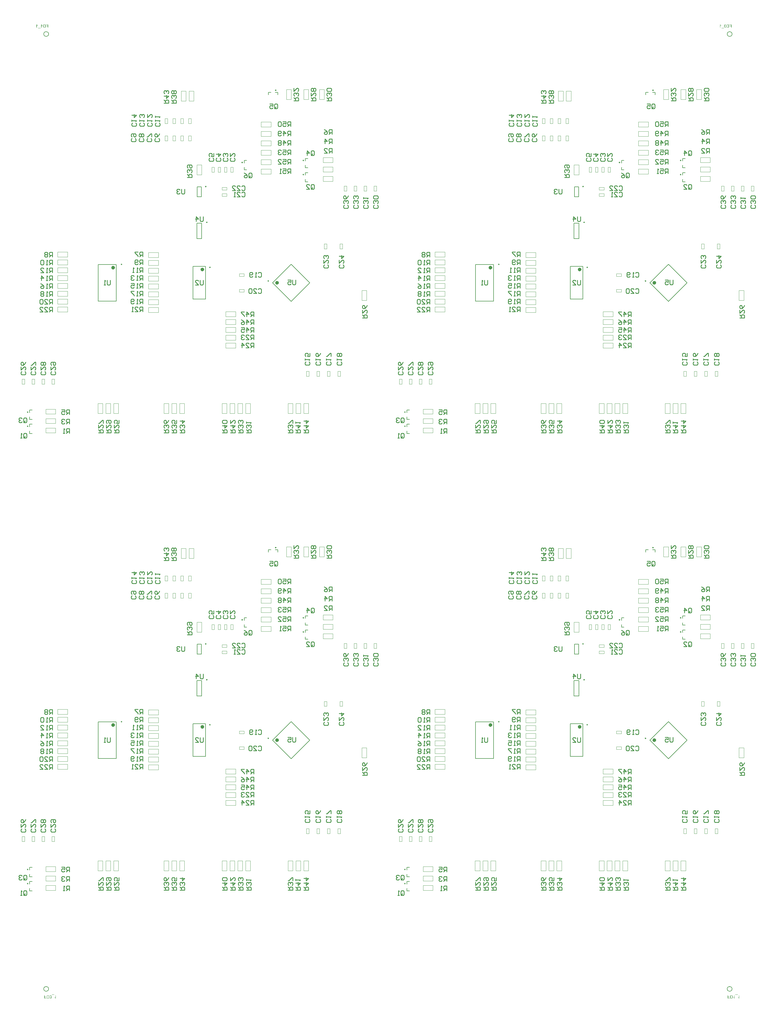
<source format=gbo>
%MOIN*%
%OFA0B0*%
%FSLAX44Y44*%
%IPPOS*%
%LPD*%
%ADD16C,0.00984251968503937*%
%ADD23C,0.01*%
%ADD55C,0.0078740157480314977*%
%ADD91C,0.023622047244094488*%
%ADD92C,0.0039370078740157488*%
%ADD103C,0.00984251968503937*%
%ADD104C,0.01*%
%ADD105C,0.0078740157480314977*%
%ADD106C,0.023622047244094488*%
%ADD107C,0.0039370078740157488*%
%ADD108C,0.00984251968503937*%
%ADD109C,0.01*%
%ADD110C,0.0078740157480314977*%
%ADD111C,0.023622047244094488*%
%ADD112C,0.0039370078740157488*%
%ADD113C,0.00984251968503937*%
%ADD114C,0.01*%
%ADD115C,0.0078740157480314977*%
%ADD116C,0.023622047244094488*%
%ADD117C,0.0039370078740157488*%
%ADD118C,0.005*%
%ADD119C,0.005*%
G01*
G75*
D16*
X00013572Y00036015D02*
G03*
X00013572Y00036015I-00000049D01*
G01*
X00032250Y00033898D02*
G03*
X00032250Y00033898I-00000049D01*
G01*
X00024301Y00045930D02*
G03*
X00024301Y00045930I-00000049D01*
G01*
X00024438Y00041365D02*
G03*
X00024438Y00041365I-00000049D01*
G01*
X00024832Y00035629D02*
G03*
X00024832Y00035629I-00000049D01*
G01*
X00028942Y00048996D02*
G03*
X00028942Y00048996I-00000049D01*
G01*
X00001629Y00017188D02*
G03*
X00001629Y00017188I-00000049D01*
G01*
X00001629Y00015388D02*
G03*
X00001629Y00015388I-00000049D01*
G01*
X00036728Y00049249D02*
G03*
X00036728Y00049249I-00000049D01*
G01*
X00036728Y00047449D02*
G03*
X00036728Y00047449I-00000049D01*
G01*
X00033209Y00058192D02*
G03*
X00033209Y00058192I-00000049D01*
G01*
D23*
X00026363Y00014551D02*
X00026963Y00014551D01*
X00026963Y00014851D01*
X00026863Y00014951D01*
X00026663Y00014951D01*
X00026563Y00014851D01*
X00026563Y00014551D01*
X00026563Y00014751D02*
X00026363Y00014951D01*
X00026363Y00015451D02*
X00026963Y00015451D01*
X00026663Y00015151D01*
X00026663Y00015551D01*
X00026863Y00015751D02*
X00026963Y00015851D01*
X00026963Y00016051D01*
X00026863Y00016151D01*
X00026463Y00016151D01*
X00026363Y00016051D01*
X00026363Y00015851D01*
X00026463Y00015751D01*
X00026863Y00015751D01*
X00029418Y00014551D02*
X00030018Y00014551D01*
X00030018Y00014851D01*
X00029918Y00014951D01*
X00029718Y00014951D01*
X00029618Y00014851D01*
X00029618Y00014551D01*
X00029618Y00014751D02*
X00029418Y00014951D01*
X00029918Y00015151D02*
X00030018Y00015251D01*
X00030018Y00015451D01*
X00029918Y00015551D01*
X00029818Y00015551D01*
X00029718Y00015451D01*
X00029718Y00015351D01*
X00029718Y00015451D01*
X00029618Y00015551D01*
X00029518Y00015551D01*
X00029418Y00015451D01*
X00029418Y00015251D01*
X00029518Y00015151D01*
X00029418Y00015751D02*
X00029418Y00015951D01*
X00029418Y00015851D01*
X00030018Y00015851D01*
X00029918Y00015751D01*
X00037652Y00049995D02*
X00037652Y00050395D01*
X00037752Y00050495D01*
X00037952Y00050495D01*
X00038052Y00050395D01*
X00038052Y00049995D01*
X00037952Y00049895D01*
X00037752Y00049895D01*
X00037852Y00050095D02*
X00037652Y00049895D01*
X00037752Y00049895D02*
X00037652Y00049995D01*
X00037153Y00049895D02*
X00037153Y00050495D01*
X00037452Y00050195D01*
X00037053Y00050195D01*
X00016330Y00054011D02*
X00016430Y00053911D01*
X00016430Y00053711D01*
X00016330Y00053611D01*
X00015931Y00053611D01*
X00015831Y00053711D01*
X00015831Y00053911D01*
X00015931Y00054011D01*
X00015831Y00054211D02*
X00015831Y00054411D01*
X00015831Y00054311D01*
X00016430Y00054311D01*
X00016330Y00054211D01*
X00016330Y00054711D02*
X00016430Y00054811D01*
X00016430Y00055010D01*
X00016330Y00055110D01*
X00016230Y00055110D01*
X00016131Y00055010D01*
X00016131Y00054910D01*
X00016131Y00055010D01*
X00016031Y00055110D01*
X00015931Y00055110D01*
X00015831Y00055010D01*
X00015831Y00054811D01*
X00015931Y00054711D01*
X00017330Y00054011D02*
X00017430Y00053911D01*
X00017430Y00053711D01*
X00017330Y00053611D01*
X00016931Y00053611D01*
X00016831Y00053711D01*
X00016831Y00053911D01*
X00016931Y00054011D01*
X00016831Y00054211D02*
X00016831Y00054411D01*
X00016831Y00054311D01*
X00017430Y00054311D01*
X00017330Y00054211D01*
X00016831Y00055110D02*
X00016831Y00054711D01*
X00017230Y00055110D01*
X00017330Y00055110D01*
X00017430Y00055010D01*
X00017430Y00054811D01*
X00017330Y00054711D01*
X00018330Y00054011D02*
X00018430Y00053911D01*
X00018430Y00053711D01*
X00018330Y00053611D01*
X00017931Y00053611D01*
X00017831Y00053711D01*
X00017831Y00053911D01*
X00017931Y00054011D01*
X00017831Y00054211D02*
X00017831Y00054411D01*
X00017831Y00054311D01*
X00018430Y00054311D01*
X00018330Y00054211D01*
X00017831Y00054711D02*
X00017831Y00054910D01*
X00017831Y00054811D01*
X00018430Y00054811D01*
X00018330Y00054711D01*
X00015252Y00052051D02*
X00015352Y00051951D01*
X00015352Y00051751D01*
X00015252Y00051651D01*
X00014852Y00051651D01*
X00014752Y00051751D01*
X00014752Y00051951D01*
X00014852Y00052051D01*
X00014852Y00052250D02*
X00014752Y00052350D01*
X00014752Y00052550D01*
X00014852Y00052650D01*
X00015252Y00052650D01*
X00015352Y00052550D01*
X00015352Y00052350D01*
X00015252Y00052250D01*
X00015152Y00052250D01*
X00015052Y00052350D01*
X00015052Y00052650D01*
X00016252Y00052051D02*
X00016352Y00051951D01*
X00016352Y00051751D01*
X00016252Y00051651D01*
X00015852Y00051651D01*
X00015752Y00051751D01*
X00015752Y00051951D01*
X00015852Y00052051D01*
X00016252Y00052250D02*
X00016352Y00052350D01*
X00016352Y00052550D01*
X00016252Y00052650D01*
X00016152Y00052650D01*
X00016052Y00052550D01*
X00015952Y00052650D01*
X00015852Y00052650D01*
X00015752Y00052550D01*
X00015752Y00052350D01*
X00015852Y00052250D01*
X00015952Y00052250D01*
X00016052Y00052350D01*
X00016152Y00052250D01*
X00016252Y00052250D01*
X00016052Y00052350D02*
X00016052Y00052550D01*
X00017252Y00052051D02*
X00017352Y00051951D01*
X00017352Y00051751D01*
X00017252Y00051651D01*
X00016852Y00051651D01*
X00016752Y00051751D01*
X00016752Y00051951D01*
X00016852Y00052051D01*
X00017352Y00052250D02*
X00017352Y00052650D01*
X00017252Y00052650D01*
X00016852Y00052250D01*
X00016752Y00052250D01*
X00018252Y00052051D02*
X00018352Y00051951D01*
X00018352Y00051751D01*
X00018252Y00051651D01*
X00017852Y00051651D01*
X00017752Y00051751D01*
X00017752Y00051951D01*
X00017852Y00052051D01*
X00018352Y00052650D02*
X00018252Y00052450D01*
X00018052Y00052250D01*
X00017852Y00052250D01*
X00017752Y00052350D01*
X00017752Y00052550D01*
X00017852Y00052650D01*
X00017952Y00052650D01*
X00018052Y00052550D01*
X00018052Y00052250D01*
X00025158Y00049561D02*
X00025258Y00049461D01*
X00025258Y00049261D01*
X00025158Y00049161D01*
X00024758Y00049161D01*
X00024658Y00049261D01*
X00024658Y00049461D01*
X00024758Y00049561D01*
X00025258Y00050161D02*
X00025258Y00049761D01*
X00024958Y00049761D01*
X00025058Y00049961D01*
X00025058Y00050061D01*
X00024958Y00050161D01*
X00024758Y00050161D01*
X00024658Y00050061D01*
X00024658Y00049861D01*
X00024758Y00049761D01*
X00026059Y00049561D02*
X00026159Y00049461D01*
X00026159Y00049261D01*
X00026059Y00049161D01*
X00025659Y00049161D01*
X00025559Y00049261D01*
X00025559Y00049461D01*
X00025659Y00049561D01*
X00025559Y00050061D02*
X00026159Y00050061D01*
X00025859Y00049761D01*
X00025859Y00050161D01*
X00026960Y00049561D02*
X00027060Y00049461D01*
X00027060Y00049261D01*
X00026960Y00049161D01*
X00026560Y00049161D01*
X00026460Y00049261D01*
X00026460Y00049461D01*
X00026560Y00049561D01*
X00026960Y00049761D02*
X00027060Y00049861D01*
X00027060Y00050061D01*
X00026960Y00050161D01*
X00026860Y00050161D01*
X00026760Y00050061D01*
X00026760Y00049961D01*
X00026760Y00050061D01*
X00026660Y00050161D01*
X00026560Y00050161D01*
X00026460Y00050061D01*
X00026460Y00049861D01*
X00026560Y00049761D01*
X00027861Y00049561D02*
X00027961Y00049461D01*
X00027961Y00049261D01*
X00027861Y00049161D01*
X00027461Y00049161D01*
X00027361Y00049261D01*
X00027361Y00049461D01*
X00027461Y00049561D01*
X00027361Y00050161D02*
X00027361Y00049761D01*
X00027761Y00050161D01*
X00027861Y00050161D01*
X00027961Y00050061D01*
X00027961Y00049861D01*
X00027861Y00049761D01*
X00032991Y00055966D02*
X00032991Y00056366D01*
X00033091Y00056466D01*
X00033291Y00056466D01*
X00033391Y00056366D01*
X00033391Y00055966D01*
X00033291Y00055866D01*
X00033091Y00055866D01*
X00033191Y00056066D02*
X00032991Y00055866D01*
X00033091Y00055866D02*
X00032991Y00055966D01*
X00032392Y00056466D02*
X00032791Y00056466D01*
X00032791Y00056166D01*
X00032592Y00056266D01*
X00032492Y00056266D01*
X00032392Y00056166D01*
X00032392Y00055966D01*
X00032492Y00055866D01*
X00032691Y00055866D01*
X00032791Y00055966D01*
X00035050Y00049987D02*
X00035050Y00050586D01*
X00034750Y00050586D01*
X00034650Y00050486D01*
X00034650Y00050286D01*
X00034750Y00050186D01*
X00035050Y00050186D01*
X00034850Y00050186D02*
X00034650Y00049987D01*
X00034050Y00050586D02*
X00034450Y00050586D01*
X00034450Y00050286D01*
X00034250Y00050386D01*
X00034150Y00050386D01*
X00034050Y00050286D01*
X00034050Y00050086D01*
X00034150Y00049987D01*
X00034350Y00049987D01*
X00034450Y00050086D01*
X00033850Y00050486D02*
X00033750Y00050586D01*
X00033550Y00050586D01*
X00033450Y00050486D01*
X00033450Y00050386D01*
X00033550Y00050286D01*
X00033650Y00050286D01*
X00033550Y00050286D01*
X00033450Y00050186D01*
X00033450Y00050086D01*
X00033550Y00049987D01*
X00033750Y00049987D01*
X00033850Y00050086D01*
X00035050Y00048787D02*
X00035050Y00049386D01*
X00034750Y00049386D01*
X00034650Y00049286D01*
X00034650Y00049086D01*
X00034750Y00048986D01*
X00035050Y00048986D01*
X00034850Y00048986D02*
X00034650Y00048787D01*
X00034050Y00049386D02*
X00034450Y00049386D01*
X00034450Y00049086D01*
X00034250Y00049186D01*
X00034150Y00049186D01*
X00034050Y00049086D01*
X00034050Y00048886D01*
X00034150Y00048787D01*
X00034350Y00048787D01*
X00034450Y00048886D01*
X00033450Y00048787D02*
X00033850Y00048787D01*
X00033450Y00049186D01*
X00033450Y00049286D01*
X00033550Y00049386D01*
X00033750Y00049386D01*
X00033850Y00049286D01*
X00035050Y00047587D02*
X00035050Y00048186D01*
X00034750Y00048186D01*
X00034650Y00048086D01*
X00034650Y00047886D01*
X00034750Y00047786D01*
X00035050Y00047786D01*
X00034850Y00047786D02*
X00034650Y00047587D01*
X00034050Y00048186D02*
X00034450Y00048186D01*
X00034450Y00047886D01*
X00034250Y00047986D01*
X00034150Y00047986D01*
X00034050Y00047886D01*
X00034050Y00047686D01*
X00034150Y00047587D01*
X00034350Y00047587D01*
X00034450Y00047686D01*
X00033850Y00047587D02*
X00033650Y00047587D01*
X00033750Y00047587D01*
X00033750Y00048186D01*
X00033850Y00048086D01*
X00035050Y00053587D02*
X00035050Y00054186D01*
X00034750Y00054186D01*
X00034650Y00054086D01*
X00034650Y00053886D01*
X00034750Y00053786D01*
X00035050Y00053786D01*
X00034850Y00053786D02*
X00034650Y00053587D01*
X00034050Y00054186D02*
X00034450Y00054186D01*
X00034450Y00053886D01*
X00034250Y00053986D01*
X00034150Y00053986D01*
X00034050Y00053886D01*
X00034050Y00053686D01*
X00034150Y00053587D01*
X00034350Y00053587D01*
X00034450Y00053686D01*
X00033850Y00054086D02*
X00033750Y00054186D01*
X00033550Y00054186D01*
X00033450Y00054086D01*
X00033450Y00053686D01*
X00033550Y00053587D01*
X00033750Y00053587D01*
X00033850Y00053686D01*
X00033850Y00054086D01*
X00035050Y00052386D02*
X00035050Y00052986D01*
X00034750Y00052986D01*
X00034650Y00052886D01*
X00034650Y00052686D01*
X00034750Y00052586D01*
X00035050Y00052586D01*
X00034850Y00052586D02*
X00034650Y00052386D01*
X00034150Y00052386D02*
X00034150Y00052986D01*
X00034450Y00052686D01*
X00034050Y00052686D01*
X00033850Y00052486D02*
X00033750Y00052386D01*
X00033550Y00052386D01*
X00033450Y00052486D01*
X00033450Y00052886D01*
X00033550Y00052986D01*
X00033750Y00052986D01*
X00033850Y00052886D01*
X00033850Y00052786D01*
X00033750Y00052686D01*
X00033450Y00052686D01*
X00035050Y00051186D02*
X00035050Y00051786D01*
X00034750Y00051786D01*
X00034650Y00051686D01*
X00034650Y00051486D01*
X00034750Y00051386D01*
X00035050Y00051386D01*
X00034850Y00051386D02*
X00034650Y00051186D01*
X00034150Y00051186D02*
X00034150Y00051786D01*
X00034450Y00051486D01*
X00034050Y00051486D01*
X00033850Y00051686D02*
X00033750Y00051786D01*
X00033550Y00051786D01*
X00033450Y00051686D01*
X00033450Y00051586D01*
X00033550Y00051486D01*
X00033450Y00051386D01*
X00033450Y00051286D01*
X00033550Y00051186D01*
X00033750Y00051186D01*
X00033850Y00051286D01*
X00033850Y00051386D01*
X00033750Y00051486D01*
X00033850Y00051586D01*
X00033850Y00051686D01*
X00033750Y00051486D02*
X00033550Y00051486D01*
X00029720Y00047158D02*
X00029720Y00047558D01*
X00029820Y00047658D01*
X00030020Y00047658D01*
X00030120Y00047558D01*
X00030120Y00047158D01*
X00030020Y00047058D01*
X00029820Y00047058D01*
X00029920Y00047258D02*
X00029720Y00047058D01*
X00029820Y00047058D02*
X00029720Y00047158D01*
X00029120Y00047658D02*
X00029320Y00047558D01*
X00029520Y00047358D01*
X00029520Y00047158D01*
X00029420Y00047058D01*
X00029220Y00047058D01*
X00029120Y00047158D01*
X00029120Y00047258D01*
X00029220Y00047358D01*
X00029520Y00047358D01*
X00042278Y00043540D02*
X00042378Y00043440D01*
X00042378Y00043240D01*
X00042278Y00043140D01*
X00041879Y00043140D01*
X00041779Y00043240D01*
X00041779Y00043440D01*
X00041879Y00043540D01*
X00042278Y00043740D02*
X00042378Y00043840D01*
X00042378Y00044040D01*
X00042278Y00044140D01*
X00042179Y00044140D01*
X00042079Y00044040D01*
X00042079Y00043940D01*
X00042079Y00044040D01*
X00041979Y00044140D01*
X00041879Y00044140D01*
X00041779Y00044040D01*
X00041779Y00043840D01*
X00041879Y00043740D01*
X00042378Y00044740D02*
X00042278Y00044540D01*
X00042079Y00044340D01*
X00041879Y00044340D01*
X00041779Y00044440D01*
X00041779Y00044640D01*
X00041879Y00044740D01*
X00041979Y00044740D01*
X00042079Y00044640D01*
X00042079Y00044340D01*
X00043545Y00043540D02*
X00043645Y00043440D01*
X00043645Y00043240D01*
X00043545Y00043140D01*
X00043145Y00043140D01*
X00043045Y00043240D01*
X00043045Y00043440D01*
X00043145Y00043540D01*
X00043545Y00043740D02*
X00043645Y00043840D01*
X00043645Y00044040D01*
X00043545Y00044140D01*
X00043445Y00044140D01*
X00043345Y00044040D01*
X00043345Y00043940D01*
X00043345Y00044040D01*
X00043245Y00044140D01*
X00043145Y00044140D01*
X00043045Y00044040D01*
X00043045Y00043840D01*
X00043145Y00043740D01*
X00043545Y00044340D02*
X00043645Y00044440D01*
X00043645Y00044640D01*
X00043545Y00044740D01*
X00043445Y00044740D01*
X00043345Y00044640D01*
X00043345Y00044540D01*
X00043345Y00044640D01*
X00043245Y00044740D01*
X00043145Y00044740D01*
X00043045Y00044640D01*
X00043045Y00044440D01*
X00043145Y00044340D01*
X00044812Y00043540D02*
X00044912Y00043440D01*
X00044912Y00043240D01*
X00044812Y00043140D01*
X00044412Y00043140D01*
X00044312Y00043240D01*
X00044312Y00043440D01*
X00044412Y00043540D01*
X00044812Y00043740D02*
X00044912Y00043840D01*
X00044912Y00044040D01*
X00044812Y00044140D01*
X00044712Y00044140D01*
X00044612Y00044040D01*
X00044612Y00043940D01*
X00044612Y00044040D01*
X00044512Y00044140D01*
X00044412Y00044140D01*
X00044312Y00044040D01*
X00044312Y00043840D01*
X00044412Y00043740D01*
X00044312Y00044340D02*
X00044312Y00044540D01*
X00044312Y00044440D01*
X00044912Y00044440D01*
X00044812Y00044340D01*
X00046078Y00043540D02*
X00046178Y00043440D01*
X00046178Y00043240D01*
X00046078Y00043140D01*
X00045679Y00043140D01*
X00045579Y00043240D01*
X00045579Y00043440D01*
X00045679Y00043540D01*
X00046078Y00043740D02*
X00046178Y00043840D01*
X00046178Y00044040D01*
X00046078Y00044140D01*
X00045979Y00044140D01*
X00045879Y00044040D01*
X00045879Y00043940D01*
X00045879Y00044040D01*
X00045779Y00044140D01*
X00045679Y00044140D01*
X00045579Y00044040D01*
X00045579Y00043840D01*
X00045679Y00043740D01*
X00046078Y00044340D02*
X00046178Y00044440D01*
X00046178Y00044640D01*
X00046078Y00044740D01*
X00045679Y00044740D01*
X00045579Y00044640D01*
X00045579Y00044440D01*
X00045679Y00044340D01*
X00046078Y00044340D01*
X00005021Y00022358D02*
X00005121Y00022258D01*
X00005121Y00022058D01*
X00005021Y00021958D01*
X00004621Y00021958D01*
X00004521Y00022058D01*
X00004521Y00022258D01*
X00004621Y00022358D01*
X00004521Y00022958D02*
X00004521Y00022558D01*
X00004921Y00022958D01*
X00005021Y00022958D01*
X00005121Y00022858D01*
X00005121Y00022658D01*
X00005021Y00022558D01*
X00004621Y00023158D02*
X00004521Y00023258D01*
X00004521Y00023458D01*
X00004621Y00023558D01*
X00005021Y00023558D01*
X00005121Y00023458D01*
X00005121Y00023258D01*
X00005021Y00023158D01*
X00004921Y00023158D01*
X00004821Y00023258D01*
X00004821Y00023558D01*
X00003754Y00022358D02*
X00003854Y00022258D01*
X00003854Y00022058D01*
X00003754Y00021958D01*
X00003355Y00021958D01*
X00003255Y00022058D01*
X00003255Y00022258D01*
X00003355Y00022358D01*
X00003255Y00022958D02*
X00003255Y00022558D01*
X00003655Y00022958D01*
X00003754Y00022958D01*
X00003854Y00022858D01*
X00003854Y00022658D01*
X00003754Y00022558D01*
X00003754Y00023158D02*
X00003854Y00023258D01*
X00003854Y00023458D01*
X00003754Y00023558D01*
X00003655Y00023558D01*
X00003555Y00023458D01*
X00003455Y00023558D01*
X00003355Y00023558D01*
X00003255Y00023458D01*
X00003255Y00023258D01*
X00003355Y00023158D01*
X00003455Y00023158D01*
X00003555Y00023258D01*
X00003655Y00023158D01*
X00003754Y00023158D01*
X00003555Y00023258D02*
X00003555Y00023458D01*
X00002488Y00022358D02*
X00002588Y00022258D01*
X00002588Y00022058D01*
X00002488Y00021958D01*
X00002088Y00021958D01*
X00001988Y00022058D01*
X00001988Y00022258D01*
X00002088Y00022358D01*
X00001988Y00022958D02*
X00001988Y00022558D01*
X00002388Y00022958D01*
X00002488Y00022958D01*
X00002588Y00022858D01*
X00002588Y00022658D01*
X00002488Y00022558D01*
X00002588Y00023158D02*
X00002588Y00023558D01*
X00002488Y00023558D01*
X00002088Y00023158D01*
X00001988Y00023158D01*
X00001222Y00022358D02*
X00001322Y00022258D01*
X00001322Y00022058D01*
X00001222Y00021958D01*
X00000822Y00021958D01*
X00000722Y00022058D01*
X00000722Y00022258D01*
X00000822Y00022358D01*
X00000722Y00022958D02*
X00000722Y00022558D01*
X00001122Y00022958D01*
X00001222Y00022958D01*
X00001322Y00022858D01*
X00001322Y00022658D01*
X00001222Y00022558D01*
X00001322Y00023558D02*
X00001222Y00023358D01*
X00001022Y00023158D01*
X00000822Y00023158D01*
X00000722Y00023258D01*
X00000722Y00023458D01*
X00000822Y00023558D01*
X00000922Y00023558D01*
X00001022Y00023458D01*
X00001022Y00023158D01*
X00027382Y00014551D02*
X00027981Y00014551D01*
X00027981Y00014851D01*
X00027882Y00014951D01*
X00027682Y00014951D01*
X00027582Y00014851D01*
X00027582Y00014551D01*
X00027582Y00014751D02*
X00027382Y00014951D01*
X00027382Y00015451D02*
X00027981Y00015451D01*
X00027682Y00015151D01*
X00027682Y00015551D01*
X00027382Y00016151D02*
X00027382Y00015751D01*
X00027782Y00016151D01*
X00027882Y00016151D01*
X00027981Y00016051D01*
X00027981Y00015851D01*
X00027882Y00015751D01*
X00018935Y00014551D02*
X00019535Y00014551D01*
X00019535Y00014851D01*
X00019435Y00014951D01*
X00019235Y00014951D01*
X00019135Y00014851D01*
X00019135Y00014551D01*
X00019135Y00014751D02*
X00018935Y00014951D01*
X00019435Y00015151D02*
X00019535Y00015251D01*
X00019535Y00015451D01*
X00019435Y00015551D01*
X00019335Y00015551D01*
X00019235Y00015451D01*
X00019235Y00015351D01*
X00019235Y00015451D01*
X00019135Y00015551D01*
X00019035Y00015551D01*
X00018935Y00015451D01*
X00018935Y00015251D01*
X00019035Y00015151D01*
X00019535Y00016151D02*
X00019435Y00015951D01*
X00019235Y00015751D01*
X00019035Y00015751D01*
X00018935Y00015851D01*
X00018935Y00016051D01*
X00019035Y00016151D01*
X00019135Y00016151D01*
X00019235Y00016051D01*
X00019235Y00015751D01*
X00019940Y00014551D02*
X00020540Y00014551D01*
X00020540Y00014851D01*
X00020440Y00014951D01*
X00020240Y00014951D01*
X00020140Y00014851D01*
X00020140Y00014551D01*
X00020140Y00014751D02*
X00019940Y00014951D01*
X00020440Y00015151D02*
X00020540Y00015251D01*
X00020540Y00015451D01*
X00020440Y00015551D01*
X00020340Y00015551D01*
X00020240Y00015451D01*
X00020240Y00015351D01*
X00020240Y00015451D01*
X00020140Y00015551D01*
X00020040Y00015551D01*
X00019940Y00015451D01*
X00019940Y00015251D01*
X00020040Y00015151D01*
X00020540Y00016151D02*
X00020540Y00015751D01*
X00020240Y00015751D01*
X00020340Y00015951D01*
X00020340Y00016051D01*
X00020240Y00016151D01*
X00020040Y00016151D01*
X00019940Y00016051D01*
X00019940Y00015851D01*
X00020040Y00015751D01*
X00011591Y00014551D02*
X00012191Y00014551D01*
X00012191Y00014851D01*
X00012091Y00014951D01*
X00011891Y00014951D01*
X00011791Y00014851D01*
X00011791Y00014551D01*
X00011791Y00014751D02*
X00011591Y00014951D01*
X00011591Y00015551D02*
X00011591Y00015151D01*
X00011991Y00015551D01*
X00012091Y00015551D01*
X00012191Y00015451D01*
X00012191Y00015251D01*
X00012091Y00015151D01*
X00011691Y00015751D02*
X00011591Y00015851D01*
X00011591Y00016051D01*
X00011691Y00016151D01*
X00012091Y00016151D01*
X00012191Y00016051D01*
X00012191Y00015851D01*
X00012091Y00015751D01*
X00011991Y00015751D01*
X00011891Y00015851D01*
X00011891Y00016151D01*
X00010577Y00014551D02*
X00011177Y00014551D01*
X00011177Y00014851D01*
X00011077Y00014951D01*
X00010877Y00014951D01*
X00010777Y00014851D01*
X00010777Y00014551D01*
X00010777Y00014751D02*
X00010577Y00014951D01*
X00010577Y00015551D02*
X00010577Y00015151D01*
X00010977Y00015551D01*
X00011077Y00015551D01*
X00011177Y00015451D01*
X00011177Y00015251D01*
X00011077Y00015151D01*
X00011177Y00015751D02*
X00011177Y00016151D01*
X00011077Y00016151D01*
X00010677Y00015751D01*
X00010577Y00015751D01*
X00012605Y00014551D02*
X00013205Y00014551D01*
X00013205Y00014851D01*
X00013105Y00014951D01*
X00012905Y00014951D01*
X00012805Y00014851D01*
X00012805Y00014551D01*
X00012805Y00014751D02*
X00012605Y00014951D01*
X00012605Y00015551D02*
X00012605Y00015151D01*
X00013005Y00015551D01*
X00013105Y00015551D01*
X00013205Y00015451D01*
X00013205Y00015251D01*
X00013105Y00015151D01*
X00013205Y00016151D02*
X00013205Y00015751D01*
X00012905Y00015751D01*
X00013005Y00015951D01*
X00013005Y00016051D01*
X00012905Y00016151D01*
X00012705Y00016151D01*
X00012605Y00016051D01*
X00012605Y00015851D01*
X00012705Y00015751D01*
X00037652Y00045690D02*
X00037652Y00046090D01*
X00037752Y00046190D01*
X00037952Y00046190D01*
X00038052Y00046090D01*
X00038052Y00045690D01*
X00037952Y00045590D01*
X00037752Y00045590D01*
X00037852Y00045790D02*
X00037652Y00045590D01*
X00037752Y00045590D02*
X00037652Y00045690D01*
X00037053Y00045590D02*
X00037452Y00045590D01*
X00037053Y00045990D01*
X00037053Y00046090D01*
X00037153Y00046190D01*
X00037352Y00046190D01*
X00037452Y00046090D01*
X00015330Y00054011D02*
X00015430Y00053911D01*
X00015430Y00053711D01*
X00015330Y00053611D01*
X00014931Y00053611D01*
X00014831Y00053711D01*
X00014831Y00053911D01*
X00014931Y00054011D01*
X00014831Y00054211D02*
X00014831Y00054411D01*
X00014831Y00054311D01*
X00015430Y00054311D01*
X00015330Y00054211D01*
X00014831Y00055010D02*
X00015430Y00055010D01*
X00015131Y00054711D01*
X00015131Y00055110D01*
X00021572Y00045599D02*
X00021572Y00045099D01*
X00021472Y00044999D01*
X00021272Y00044999D01*
X00021172Y00045099D01*
X00021172Y00045599D01*
X00020972Y00045499D02*
X00020872Y00045599D01*
X00020672Y00045599D01*
X00020572Y00045499D01*
X00020572Y00045399D01*
X00020672Y00045299D01*
X00020772Y00045299D01*
X00020672Y00045299D01*
X00020572Y00045199D01*
X00020572Y00045099D01*
X00020672Y00044999D01*
X00020872Y00044999D01*
X00020972Y00045099D01*
X00023917Y00034005D02*
X00023917Y00033505D01*
X00023817Y00033405D01*
X00023617Y00033405D01*
X00023517Y00033505D01*
X00023517Y00034005D01*
X00022917Y00033405D02*
X00023317Y00033405D01*
X00022917Y00033805D01*
X00022917Y00033905D01*
X00023017Y00034005D01*
X00023217Y00034005D01*
X00023317Y00033905D01*
X00012086Y00033995D02*
X00012086Y00033495D01*
X00011986Y00033395D01*
X00011786Y00033395D01*
X00011686Y00033495D01*
X00011686Y00033995D01*
X00011486Y00033395D02*
X00011286Y00033395D01*
X00011386Y00033395D01*
X00011386Y00033995D01*
X00011486Y00033895D01*
X00030367Y00029362D02*
X00030367Y00029962D01*
X00030067Y00029962D01*
X00029967Y00029862D01*
X00029967Y00029662D01*
X00030067Y00029562D01*
X00030367Y00029562D01*
X00030167Y00029562D02*
X00029967Y00029362D01*
X00029467Y00029362D02*
X00029467Y00029962D01*
X00029767Y00029662D01*
X00029368Y00029662D01*
X00029168Y00029962D02*
X00028768Y00029962D01*
X00028768Y00029862D01*
X00029168Y00029462D01*
X00029168Y00029362D01*
X00030367Y00028362D02*
X00030367Y00028962D01*
X00030067Y00028962D01*
X00029967Y00028862D01*
X00029967Y00028662D01*
X00030067Y00028562D01*
X00030367Y00028562D01*
X00030167Y00028562D02*
X00029967Y00028362D01*
X00029467Y00028362D02*
X00029467Y00028962D01*
X00029767Y00028662D01*
X00029368Y00028662D01*
X00028768Y00028962D02*
X00028968Y00028862D01*
X00029168Y00028662D01*
X00029168Y00028462D01*
X00029068Y00028362D01*
X00028868Y00028362D01*
X00028768Y00028462D01*
X00028768Y00028562D01*
X00028868Y00028662D01*
X00029168Y00028662D01*
X00030367Y00027362D02*
X00030367Y00027962D01*
X00030067Y00027962D01*
X00029967Y00027862D01*
X00029967Y00027662D01*
X00030067Y00027562D01*
X00030367Y00027562D01*
X00030167Y00027562D02*
X00029967Y00027362D01*
X00029467Y00027362D02*
X00029467Y00027962D01*
X00029767Y00027662D01*
X00029368Y00027662D01*
X00028768Y00027962D02*
X00029168Y00027962D01*
X00029168Y00027662D01*
X00028968Y00027762D01*
X00028868Y00027762D01*
X00028768Y00027662D01*
X00028768Y00027462D01*
X00028868Y00027362D01*
X00029068Y00027362D01*
X00029168Y00027462D01*
X00039653Y00056859D02*
X00040253Y00056859D01*
X00040253Y00057158D01*
X00040153Y00057258D01*
X00039953Y00057258D01*
X00039853Y00057158D01*
X00039853Y00056859D01*
X00039853Y00057058D02*
X00039653Y00057258D01*
X00040153Y00057458D02*
X00040253Y00057558D01*
X00040253Y00057758D01*
X00040153Y00057858D01*
X00040053Y00057858D01*
X00039953Y00057758D01*
X00039953Y00057658D01*
X00039953Y00057758D01*
X00039853Y00057858D01*
X00039753Y00057858D01*
X00039653Y00057758D01*
X00039653Y00057558D01*
X00039753Y00057458D01*
X00040153Y00058058D02*
X00040253Y00058158D01*
X00040253Y00058358D01*
X00040153Y00058458D01*
X00039753Y00058458D01*
X00039653Y00058358D01*
X00039653Y00058158D01*
X00039753Y00058058D01*
X00040153Y00058058D01*
X00037655Y00056859D02*
X00038254Y00056859D01*
X00038254Y00057158D01*
X00038154Y00057258D01*
X00037955Y00057258D01*
X00037855Y00057158D01*
X00037855Y00056859D01*
X00037855Y00057058D02*
X00037655Y00057258D01*
X00037655Y00057858D02*
X00037655Y00057458D01*
X00038055Y00057858D01*
X00038154Y00057858D01*
X00038254Y00057758D01*
X00038254Y00057558D01*
X00038154Y00057458D01*
X00038154Y00058058D02*
X00038254Y00058158D01*
X00038254Y00058358D01*
X00038154Y00058458D01*
X00038055Y00058458D01*
X00037955Y00058358D01*
X00037855Y00058458D01*
X00037755Y00058458D01*
X00037655Y00058358D01*
X00037655Y00058158D01*
X00037755Y00058058D01*
X00037855Y00058058D01*
X00037955Y00058158D01*
X00038055Y00058058D01*
X00038154Y00058058D01*
X00037955Y00058158D02*
X00037955Y00058358D01*
X00044184Y00029181D02*
X00044784Y00029181D01*
X00044784Y00029480D01*
X00044684Y00029580D01*
X00044484Y00029580D01*
X00044384Y00029480D01*
X00044384Y00029181D01*
X00044384Y00029381D02*
X00044184Y00029580D01*
X00044184Y00030180D02*
X00044184Y00029780D01*
X00044584Y00030180D01*
X00044684Y00030180D01*
X00044784Y00030080D01*
X00044784Y00029880D01*
X00044684Y00029780D01*
X00044784Y00030780D02*
X00044684Y00030580D01*
X00044484Y00030380D01*
X00044284Y00030380D01*
X00044184Y00030480D01*
X00044184Y00030680D01*
X00044284Y00030780D01*
X00044384Y00030780D01*
X00044484Y00030680D01*
X00044484Y00030380D01*
X00035464Y00056859D02*
X00036063Y00056859D01*
X00036063Y00057158D01*
X00035964Y00057258D01*
X00035764Y00057258D01*
X00035664Y00057158D01*
X00035664Y00056859D01*
X00035664Y00057058D02*
X00035464Y00057258D01*
X00035964Y00057458D02*
X00036063Y00057558D01*
X00036063Y00057758D01*
X00035964Y00057858D01*
X00035864Y00057858D01*
X00035764Y00057758D01*
X00035764Y00057658D01*
X00035764Y00057758D01*
X00035664Y00057858D01*
X00035564Y00057858D01*
X00035464Y00057758D01*
X00035464Y00057558D01*
X00035564Y00057458D01*
X00035464Y00058458D02*
X00035464Y00058058D01*
X00035864Y00058458D01*
X00035964Y00058458D01*
X00036063Y00058358D01*
X00036063Y00058158D01*
X00035964Y00058058D01*
X00030367Y00025403D02*
X00030367Y00026002D01*
X00030067Y00026002D01*
X00029967Y00025902D01*
X00029967Y00025702D01*
X00030067Y00025603D01*
X00030367Y00025603D01*
X00030167Y00025603D02*
X00029967Y00025403D01*
X00029368Y00025403D02*
X00029767Y00025403D01*
X00029368Y00025802D01*
X00029368Y00025902D01*
X00029467Y00026002D01*
X00029667Y00026002D01*
X00029767Y00025902D01*
X00028868Y00025403D02*
X00028868Y00026002D01*
X00029168Y00025702D01*
X00028768Y00025702D01*
X00030367Y00026412D02*
X00030367Y00027012D01*
X00030067Y00027012D01*
X00029967Y00026912D01*
X00029967Y00026712D01*
X00030067Y00026612D01*
X00030367Y00026612D01*
X00030167Y00026612D02*
X00029967Y00026412D01*
X00029368Y00026412D02*
X00029767Y00026412D01*
X00029368Y00026812D01*
X00029368Y00026912D01*
X00029467Y00027012D01*
X00029667Y00027012D01*
X00029767Y00026912D01*
X00029168Y00026912D02*
X00029068Y00027012D01*
X00028868Y00027012D01*
X00028768Y00026912D01*
X00028768Y00026812D01*
X00028868Y00026712D01*
X00028968Y00026712D01*
X00028868Y00026712D01*
X00028768Y00026612D01*
X00028768Y00026512D01*
X00028868Y00026412D01*
X00029068Y00026412D01*
X00029168Y00026512D01*
X00004720Y00029964D02*
X00004720Y00030563D01*
X00004420Y00030563D01*
X00004320Y00030464D01*
X00004320Y00030264D01*
X00004420Y00030164D01*
X00004720Y00030164D01*
X00004520Y00030164D02*
X00004320Y00029964D01*
X00003720Y00029964D02*
X00004120Y00029964D01*
X00003720Y00030364D01*
X00003720Y00030464D01*
X00003820Y00030563D01*
X00004020Y00030563D01*
X00004120Y00030464D01*
X00003120Y00029964D02*
X00003520Y00029964D01*
X00003120Y00030364D01*
X00003120Y00030464D01*
X00003220Y00030563D01*
X00003420Y00030563D01*
X00003520Y00030464D01*
X00016212Y00029993D02*
X00016212Y00030593D01*
X00015912Y00030593D01*
X00015812Y00030493D01*
X00015812Y00030293D01*
X00015912Y00030193D01*
X00016212Y00030193D01*
X00016012Y00030193D02*
X00015812Y00029993D01*
X00015212Y00029993D02*
X00015612Y00029993D01*
X00015212Y00030393D01*
X00015212Y00030493D01*
X00015312Y00030593D01*
X00015512Y00030593D01*
X00015612Y00030493D01*
X00015012Y00029993D02*
X00014812Y00029993D01*
X00014912Y00029993D01*
X00014912Y00030593D01*
X00015012Y00030493D01*
X00004720Y00030964D02*
X00004720Y00031563D01*
X00004420Y00031563D01*
X00004320Y00031464D01*
X00004320Y00031264D01*
X00004420Y00031164D01*
X00004720Y00031164D01*
X00004520Y00031164D02*
X00004320Y00030964D01*
X00003720Y00030964D02*
X00004120Y00030964D01*
X00003720Y00031363D01*
X00003720Y00031464D01*
X00003820Y00031563D01*
X00004020Y00031563D01*
X00004120Y00031464D01*
X00003520Y00031464D02*
X00003420Y00031563D01*
X00003220Y00031563D01*
X00003120Y00031464D01*
X00003120Y00031064D01*
X00003220Y00030964D01*
X00003420Y00030964D01*
X00003520Y00031064D01*
X00003520Y00031464D01*
X00016212Y00030993D02*
X00016212Y00031593D01*
X00015912Y00031593D01*
X00015812Y00031493D01*
X00015812Y00031293D01*
X00015912Y00031193D01*
X00016212Y00031193D01*
X00016012Y00031193D02*
X00015812Y00030993D01*
X00015612Y00030993D02*
X00015412Y00030993D01*
X00015512Y00030993D01*
X00015512Y00031593D01*
X00015612Y00031493D01*
X00015112Y00031093D02*
X00015012Y00030993D01*
X00014812Y00030993D01*
X00014712Y00031093D01*
X00014712Y00031493D01*
X00014812Y00031593D01*
X00015012Y00031593D01*
X00015112Y00031493D01*
X00015112Y00031393D01*
X00015012Y00031293D01*
X00014712Y00031293D01*
X00004720Y00031964D02*
X00004720Y00032563D01*
X00004420Y00032563D01*
X00004320Y00032464D01*
X00004320Y00032264D01*
X00004420Y00032164D01*
X00004720Y00032164D01*
X00004520Y00032164D02*
X00004320Y00031964D01*
X00004120Y00031964D02*
X00003920Y00031964D01*
X00004020Y00031964D01*
X00004020Y00032563D01*
X00004120Y00032464D01*
X00003620Y00032464D02*
X00003520Y00032563D01*
X00003320Y00032563D01*
X00003220Y00032464D01*
X00003220Y00032364D01*
X00003320Y00032264D01*
X00003220Y00032164D01*
X00003220Y00032064D01*
X00003320Y00031964D01*
X00003520Y00031964D01*
X00003620Y00032064D01*
X00003620Y00032164D01*
X00003520Y00032264D01*
X00003620Y00032364D01*
X00003620Y00032464D01*
X00003520Y00032264D02*
X00003320Y00032264D01*
X00016212Y00031993D02*
X00016212Y00032593D01*
X00015912Y00032593D01*
X00015812Y00032493D01*
X00015812Y00032293D01*
X00015912Y00032193D01*
X00016212Y00032193D01*
X00016012Y00032193D02*
X00015812Y00031993D01*
X00015612Y00031993D02*
X00015412Y00031993D01*
X00015512Y00031993D01*
X00015512Y00032593D01*
X00015612Y00032493D01*
X00015112Y00032593D02*
X00014712Y00032593D01*
X00014712Y00032493D01*
X00015112Y00032093D01*
X00015112Y00031993D01*
X00004720Y00032964D02*
X00004720Y00033563D01*
X00004420Y00033563D01*
X00004320Y00033464D01*
X00004320Y00033264D01*
X00004420Y00033164D01*
X00004720Y00033164D01*
X00004520Y00033164D02*
X00004320Y00032964D01*
X00004120Y00032964D02*
X00003920Y00032964D01*
X00004020Y00032964D01*
X00004020Y00033563D01*
X00004120Y00033464D01*
X00003220Y00033563D02*
X00003420Y00033464D01*
X00003620Y00033264D01*
X00003620Y00033064D01*
X00003520Y00032964D01*
X00003320Y00032964D01*
X00003220Y00033064D01*
X00003220Y00033164D01*
X00003320Y00033264D01*
X00003620Y00033264D01*
X00016212Y00032993D02*
X00016212Y00033593D01*
X00015912Y00033593D01*
X00015812Y00033493D01*
X00015812Y00033293D01*
X00015912Y00033193D01*
X00016212Y00033193D01*
X00016012Y00033193D02*
X00015812Y00032993D01*
X00015612Y00032993D02*
X00015412Y00032993D01*
X00015512Y00032993D01*
X00015512Y00033593D01*
X00015612Y00033493D01*
X00014712Y00033593D02*
X00015112Y00033593D01*
X00015112Y00033293D01*
X00014912Y00033393D01*
X00014812Y00033393D01*
X00014712Y00033293D01*
X00014712Y00033093D01*
X00014812Y00032993D01*
X00015012Y00032993D01*
X00015112Y00033093D01*
X00004720Y00033964D02*
X00004720Y00034563D01*
X00004420Y00034563D01*
X00004320Y00034464D01*
X00004320Y00034264D01*
X00004420Y00034164D01*
X00004720Y00034164D01*
X00004520Y00034164D02*
X00004320Y00033964D01*
X00004120Y00033964D02*
X00003920Y00033964D01*
X00004020Y00033964D01*
X00004020Y00034563D01*
X00004120Y00034464D01*
X00003320Y00033964D02*
X00003320Y00034563D01*
X00003620Y00034264D01*
X00003220Y00034264D01*
X00016212Y00033993D02*
X00016212Y00034593D01*
X00015912Y00034593D01*
X00015812Y00034493D01*
X00015812Y00034293D01*
X00015912Y00034193D01*
X00016212Y00034193D01*
X00016012Y00034193D02*
X00015812Y00033993D01*
X00015612Y00033993D02*
X00015412Y00033993D01*
X00015512Y00033993D01*
X00015512Y00034593D01*
X00015612Y00034493D01*
X00015112Y00034493D02*
X00015012Y00034593D01*
X00014812Y00034593D01*
X00014712Y00034493D01*
X00014712Y00034393D01*
X00014812Y00034293D01*
X00014912Y00034293D01*
X00014812Y00034293D01*
X00014712Y00034193D01*
X00014712Y00034093D01*
X00014812Y00033993D01*
X00015012Y00033993D01*
X00015112Y00034093D01*
X00004720Y00034964D02*
X00004720Y00035563D01*
X00004420Y00035563D01*
X00004320Y00035464D01*
X00004320Y00035264D01*
X00004420Y00035164D01*
X00004720Y00035164D01*
X00004520Y00035164D02*
X00004320Y00034964D01*
X00004120Y00034964D02*
X00003920Y00034964D01*
X00004020Y00034964D01*
X00004020Y00035563D01*
X00004120Y00035464D01*
X00003220Y00034964D02*
X00003620Y00034964D01*
X00003220Y00035364D01*
X00003220Y00035464D01*
X00003320Y00035563D01*
X00003520Y00035563D01*
X00003620Y00035464D01*
X00016212Y00034993D02*
X00016212Y00035593D01*
X00015912Y00035593D01*
X00015812Y00035493D01*
X00015812Y00035293D01*
X00015912Y00035193D01*
X00016212Y00035193D01*
X00016012Y00035193D02*
X00015812Y00034993D01*
X00015612Y00034993D02*
X00015412Y00034993D01*
X00015512Y00034993D01*
X00015512Y00035593D01*
X00015612Y00035493D01*
X00015112Y00034993D02*
X00014912Y00034993D01*
X00015012Y00034993D01*
X00015012Y00035593D01*
X00015112Y00035493D01*
X00004720Y00035964D02*
X00004720Y00036563D01*
X00004420Y00036563D01*
X00004320Y00036464D01*
X00004320Y00036264D01*
X00004420Y00036164D01*
X00004720Y00036164D01*
X00004520Y00036164D02*
X00004320Y00035964D01*
X00004120Y00035964D02*
X00003920Y00035964D01*
X00004020Y00035964D01*
X00004020Y00036563D01*
X00004120Y00036464D01*
X00003620Y00036464D02*
X00003520Y00036563D01*
X00003320Y00036563D01*
X00003220Y00036464D01*
X00003220Y00036064D01*
X00003320Y00035964D01*
X00003520Y00035964D01*
X00003620Y00036064D01*
X00003620Y00036464D01*
X00016212Y00035993D02*
X00016212Y00036593D01*
X00015912Y00036593D01*
X00015812Y00036493D01*
X00015812Y00036293D01*
X00015912Y00036193D01*
X00016212Y00036193D01*
X00016012Y00036193D02*
X00015812Y00035993D01*
X00015612Y00036093D02*
X00015512Y00035993D01*
X00015312Y00035993D01*
X00015212Y00036093D01*
X00015212Y00036493D01*
X00015312Y00036593D01*
X00015512Y00036593D01*
X00015612Y00036493D01*
X00015612Y00036393D01*
X00015512Y00036293D01*
X00015212Y00036293D01*
X00004720Y00036964D02*
X00004720Y00037563D01*
X00004420Y00037563D01*
X00004320Y00037464D01*
X00004320Y00037264D01*
X00004420Y00037164D01*
X00004720Y00037164D01*
X00004520Y00037164D02*
X00004320Y00036964D01*
X00004120Y00037464D02*
X00004020Y00037563D01*
X00003820Y00037563D01*
X00003720Y00037464D01*
X00003720Y00037364D01*
X00003820Y00037264D01*
X00003720Y00037164D01*
X00003720Y00037064D01*
X00003820Y00036964D01*
X00004020Y00036964D01*
X00004120Y00037064D01*
X00004120Y00037164D01*
X00004020Y00037264D01*
X00004120Y00037364D01*
X00004120Y00037464D01*
X00004020Y00037264D02*
X00003820Y00037264D01*
X00016212Y00036993D02*
X00016212Y00037593D01*
X00015912Y00037593D01*
X00015812Y00037493D01*
X00015812Y00037293D01*
X00015912Y00037193D01*
X00016212Y00037193D01*
X00016012Y00037193D02*
X00015812Y00036993D01*
X00015612Y00037593D02*
X00015212Y00037593D01*
X00015212Y00037493D01*
X00015612Y00037093D01*
X00015612Y00036993D01*
X00040315Y00052582D02*
X00040315Y00053182D01*
X00040015Y00053182D01*
X00039915Y00053082D01*
X00039915Y00052882D01*
X00040015Y00052782D01*
X00040315Y00052782D01*
X00040115Y00052782D02*
X00039915Y00052582D01*
X00039315Y00053182D02*
X00039515Y00053082D01*
X00039715Y00052882D01*
X00039715Y00052682D01*
X00039615Y00052582D01*
X00039415Y00052582D01*
X00039315Y00052682D01*
X00039315Y00052782D01*
X00039415Y00052882D01*
X00039715Y00052882D01*
X00006896Y00016885D02*
X00006896Y00017485D01*
X00006596Y00017485D01*
X00006496Y00017385D01*
X00006496Y00017185D01*
X00006596Y00017085D01*
X00006896Y00017085D01*
X00006696Y00017085D02*
X00006496Y00016885D01*
X00005897Y00017485D02*
X00006297Y00017485D01*
X00006297Y00017185D01*
X00006097Y00017285D01*
X00005997Y00017285D01*
X00005897Y00017185D01*
X00005897Y00016985D01*
X00005997Y00016885D01*
X00006197Y00016885D01*
X00006297Y00016985D01*
X00040315Y00051382D02*
X00040315Y00051982D01*
X00040015Y00051982D01*
X00039915Y00051882D01*
X00039915Y00051682D01*
X00040015Y00051582D01*
X00040315Y00051582D01*
X00040115Y00051582D02*
X00039915Y00051382D01*
X00039415Y00051382D02*
X00039415Y00051982D01*
X00039715Y00051682D01*
X00039315Y00051682D01*
X00006896Y00015685D02*
X00006896Y00016285D01*
X00006596Y00016285D01*
X00006496Y00016185D01*
X00006496Y00015985D01*
X00006596Y00015885D01*
X00006896Y00015885D01*
X00006696Y00015885D02*
X00006496Y00015685D01*
X00006297Y00016185D02*
X00006197Y00016285D01*
X00005997Y00016285D01*
X00005897Y00016185D01*
X00005897Y00016085D01*
X00005997Y00015985D01*
X00006097Y00015985D01*
X00005997Y00015985D01*
X00005897Y00015885D01*
X00005897Y00015785D01*
X00005997Y00015685D01*
X00006197Y00015685D01*
X00006297Y00015785D01*
X00040315Y00050182D02*
X00040315Y00050782D01*
X00040015Y00050782D01*
X00039915Y00050682D01*
X00039915Y00050482D01*
X00040015Y00050382D01*
X00040315Y00050382D01*
X00040115Y00050382D02*
X00039915Y00050182D01*
X00039315Y00050182D02*
X00039715Y00050182D01*
X00039315Y00050582D01*
X00039315Y00050682D01*
X00039415Y00050782D01*
X00039615Y00050782D01*
X00039715Y00050682D01*
X00006896Y00014485D02*
X00006896Y00015085D01*
X00006596Y00015085D01*
X00006496Y00014985D01*
X00006496Y00014785D01*
X00006596Y00014685D01*
X00006896Y00014685D01*
X00006696Y00014685D02*
X00006496Y00014485D01*
X00006297Y00014485D02*
X00006097Y00014485D01*
X00006197Y00014485D01*
X00006197Y00015085D01*
X00006297Y00014985D01*
X00001056Y00015955D02*
X00001056Y00016355D01*
X00001155Y00016455D01*
X00001355Y00016455D01*
X00001455Y00016355D01*
X00001455Y00015955D01*
X00001355Y00015855D01*
X00001155Y00015855D01*
X00001255Y00016055D02*
X00001056Y00015855D01*
X00001155Y00015855D02*
X00001056Y00015955D01*
X00000856Y00016355D02*
X00000756Y00016455D01*
X00000556Y00016455D01*
X00000456Y00016355D01*
X00000456Y00016255D01*
X00000556Y00016155D01*
X00000656Y00016155D01*
X00000556Y00016155D01*
X00000456Y00016055D01*
X00000456Y00015955D01*
X00000556Y00015855D01*
X00000756Y00015855D01*
X00000856Y00015955D01*
X00001056Y00013985D02*
X00001056Y00014385D01*
X00001155Y00014485D01*
X00001355Y00014485D01*
X00001455Y00014385D01*
X00001455Y00013985D01*
X00001355Y00013885D01*
X00001155Y00013885D01*
X00001255Y00014085D02*
X00001056Y00013885D01*
X00001155Y00013885D02*
X00001056Y00013985D01*
X00000856Y00013885D02*
X00000656Y00013885D01*
X00000756Y00013885D01*
X00000756Y00014485D01*
X00000856Y00014385D01*
X00028828Y00045923D02*
X00028928Y00046023D01*
X00029128Y00046023D01*
X00029228Y00045923D01*
X00029228Y00045523D01*
X00029128Y00045423D01*
X00028928Y00045423D01*
X00028828Y00045523D01*
X00028228Y00045423D02*
X00028628Y00045423D01*
X00028228Y00045823D01*
X00028228Y00045923D01*
X00028328Y00046023D01*
X00028528Y00046023D01*
X00028628Y00045923D01*
X00027628Y00045423D02*
X00028028Y00045423D01*
X00027628Y00045823D01*
X00027628Y00045923D01*
X00027728Y00046023D01*
X00027928Y00046023D01*
X00028028Y00045923D01*
X00028828Y00045123D02*
X00028928Y00045223D01*
X00029128Y00045223D01*
X00029228Y00045123D01*
X00029228Y00044723D01*
X00029128Y00044623D01*
X00028928Y00044623D01*
X00028828Y00044723D01*
X00028228Y00044623D02*
X00028628Y00044623D01*
X00028228Y00045023D01*
X00028228Y00045123D01*
X00028328Y00045223D01*
X00028528Y00045223D01*
X00028628Y00045123D01*
X00028028Y00044623D02*
X00027828Y00044623D01*
X00027928Y00044623D01*
X00027928Y00045223D01*
X00028028Y00045123D01*
X00030917Y00032817D02*
X00031017Y00032917D01*
X00031217Y00032917D01*
X00031317Y00032817D01*
X00031317Y00032417D01*
X00031217Y00032317D01*
X00031017Y00032317D01*
X00030917Y00032417D01*
X00030318Y00032317D02*
X00030717Y00032317D01*
X00030318Y00032717D01*
X00030318Y00032817D01*
X00030417Y00032917D01*
X00030617Y00032917D01*
X00030717Y00032817D01*
X00030118Y00032817D02*
X00030018Y00032917D01*
X00029818Y00032917D01*
X00029718Y00032817D01*
X00029718Y00032417D01*
X00029818Y00032317D01*
X00030018Y00032317D01*
X00030118Y00032417D01*
X00030118Y00032817D01*
X00030917Y00034877D02*
X00031017Y00034977D01*
X00031217Y00034977D01*
X00031317Y00034877D01*
X00031317Y00034477D01*
X00031217Y00034377D01*
X00031017Y00034377D01*
X00030917Y00034477D01*
X00030717Y00034377D02*
X00030517Y00034377D01*
X00030617Y00034377D01*
X00030617Y00034977D01*
X00030717Y00034877D01*
X00030218Y00034477D02*
X00030118Y00034377D01*
X00029918Y00034377D01*
X00029818Y00034477D01*
X00029818Y00034877D01*
X00029918Y00034977D01*
X00030118Y00034977D01*
X00030218Y00034877D01*
X00030218Y00034777D01*
X00030118Y00034677D01*
X00029818Y00034677D01*
X00041460Y00023604D02*
X00041560Y00023504D01*
X00041560Y00023304D01*
X00041460Y00023204D01*
X00041060Y00023204D01*
X00040960Y00023304D01*
X00040960Y00023504D01*
X00041060Y00023604D01*
X00040960Y00023804D02*
X00040960Y00024004D01*
X00040960Y00023904D01*
X00041560Y00023904D01*
X00041460Y00023804D01*
X00041460Y00024304D02*
X00041560Y00024404D01*
X00041560Y00024604D01*
X00041460Y00024704D01*
X00041360Y00024704D01*
X00041260Y00024604D01*
X00041160Y00024704D01*
X00041060Y00024704D01*
X00040960Y00024604D01*
X00040960Y00024404D01*
X00041060Y00024304D01*
X00041160Y00024304D01*
X00041260Y00024404D01*
X00041360Y00024304D01*
X00041460Y00024304D01*
X00041260Y00024404D02*
X00041260Y00024604D01*
X00040102Y00023604D02*
X00040202Y00023504D01*
X00040202Y00023304D01*
X00040102Y00023204D01*
X00039703Y00023204D01*
X00039603Y00023304D01*
X00039603Y00023504D01*
X00039703Y00023604D01*
X00039603Y00023804D02*
X00039603Y00024004D01*
X00039603Y00023904D01*
X00040202Y00023904D01*
X00040102Y00023804D01*
X00040202Y00024304D02*
X00040202Y00024704D01*
X00040102Y00024704D01*
X00039703Y00024304D01*
X00039603Y00024304D01*
X00038745Y00023604D02*
X00038845Y00023504D01*
X00038845Y00023304D01*
X00038745Y00023204D01*
X00038346Y00023204D01*
X00038246Y00023304D01*
X00038246Y00023504D01*
X00038346Y00023604D01*
X00038246Y00023804D02*
X00038246Y00024004D01*
X00038246Y00023904D01*
X00038845Y00023904D01*
X00038745Y00023804D01*
X00038845Y00024704D02*
X00038745Y00024504D01*
X00038545Y00024304D01*
X00038346Y00024304D01*
X00038246Y00024404D01*
X00038246Y00024604D01*
X00038346Y00024704D01*
X00038445Y00024704D01*
X00038545Y00024604D01*
X00038545Y00024304D01*
X00037388Y00023604D02*
X00037488Y00023504D01*
X00037488Y00023304D01*
X00037388Y00023204D01*
X00036988Y00023204D01*
X00036888Y00023304D01*
X00036888Y00023504D01*
X00036988Y00023604D01*
X00036888Y00023804D02*
X00036888Y00024004D01*
X00036888Y00023904D01*
X00037488Y00023904D01*
X00037388Y00023804D01*
X00037488Y00024704D02*
X00037488Y00024304D01*
X00037188Y00024304D01*
X00037288Y00024504D01*
X00037288Y00024604D01*
X00037188Y00024704D01*
X00036988Y00024704D01*
X00036888Y00024604D01*
X00036888Y00024404D01*
X00036988Y00024304D01*
X00039771Y00035959D02*
X00039871Y00035859D01*
X00039871Y00035659D01*
X00039771Y00035559D01*
X00039371Y00035559D01*
X00039271Y00035659D01*
X00039271Y00035859D01*
X00039371Y00035959D01*
X00039271Y00036559D02*
X00039271Y00036159D01*
X00039671Y00036559D01*
X00039771Y00036559D01*
X00039871Y00036459D01*
X00039871Y00036259D01*
X00039771Y00036159D01*
X00039771Y00036759D02*
X00039871Y00036859D01*
X00039871Y00037059D01*
X00039771Y00037159D01*
X00039671Y00037159D01*
X00039571Y00037059D01*
X00039571Y00036959D01*
X00039571Y00037059D01*
X00039471Y00037159D01*
X00039371Y00037159D01*
X00039271Y00037059D01*
X00039271Y00036859D01*
X00039371Y00036759D01*
X00041723Y00035959D02*
X00041823Y00035859D01*
X00041823Y00035659D01*
X00041723Y00035559D01*
X00041323Y00035559D01*
X00041223Y00035659D01*
X00041223Y00035859D01*
X00041323Y00035959D01*
X00041223Y00036559D02*
X00041223Y00036159D01*
X00041623Y00036559D01*
X00041723Y00036559D01*
X00041823Y00036459D01*
X00041823Y00036259D01*
X00041723Y00036159D01*
X00041223Y00037059D02*
X00041823Y00037059D01*
X00041523Y00036759D01*
X00041523Y00037159D01*
X00023927Y00042084D02*
X00023927Y00041584D01*
X00023827Y00041484D01*
X00023627Y00041484D01*
X00023527Y00041584D01*
X00023527Y00042084D01*
X00023027Y00041484D02*
X00023027Y00042084D01*
X00023327Y00041784D01*
X00022927Y00041784D01*
X00035686Y00034008D02*
X00035686Y00033508D01*
X00035586Y00033408D01*
X00035386Y00033408D01*
X00035286Y00033508D01*
X00035286Y00034008D01*
X00034686Y00034008D02*
X00035086Y00034008D01*
X00035086Y00033708D01*
X00034886Y00033808D01*
X00034786Y00033808D01*
X00034686Y00033708D01*
X00034686Y00033508D01*
X00034786Y00033408D01*
X00034986Y00033408D01*
X00035086Y00033508D01*
X00020946Y00014551D02*
X00021545Y00014551D01*
X00021545Y00014851D01*
X00021445Y00014951D01*
X00021245Y00014951D01*
X00021145Y00014851D01*
X00021145Y00014551D01*
X00021145Y00014751D02*
X00020946Y00014951D01*
X00021445Y00015151D02*
X00021545Y00015251D01*
X00021545Y00015451D01*
X00021445Y00015551D01*
X00021345Y00015551D01*
X00021245Y00015451D01*
X00021245Y00015351D01*
X00021245Y00015451D01*
X00021145Y00015551D01*
X00021046Y00015551D01*
X00020946Y00015451D01*
X00020946Y00015251D01*
X00021046Y00015151D01*
X00020946Y00016051D02*
X00021545Y00016051D01*
X00021245Y00015751D01*
X00021245Y00016151D01*
X00028400Y00014551D02*
X00029000Y00014551D01*
X00029000Y00014851D01*
X00028900Y00014951D01*
X00028700Y00014951D01*
X00028600Y00014851D01*
X00028600Y00014551D01*
X00028600Y00014751D02*
X00028400Y00014951D01*
X00028900Y00015151D02*
X00029000Y00015251D01*
X00029000Y00015451D01*
X00028900Y00015551D01*
X00028800Y00015551D01*
X00028700Y00015451D01*
X00028700Y00015351D01*
X00028700Y00015451D01*
X00028600Y00015551D01*
X00028500Y00015551D01*
X00028400Y00015451D01*
X00028400Y00015251D01*
X00028500Y00015151D01*
X00028900Y00015751D02*
X00029000Y00015851D01*
X00029000Y00016051D01*
X00028900Y00016151D01*
X00028800Y00016151D01*
X00028700Y00016051D01*
X00028700Y00015951D01*
X00028700Y00016051D01*
X00028600Y00016151D01*
X00028500Y00016151D01*
X00028400Y00016051D01*
X00028400Y00015851D01*
X00028500Y00015751D01*
X00034711Y00014551D02*
X00035311Y00014551D01*
X00035311Y00014851D01*
X00035211Y00014951D01*
X00035011Y00014951D01*
X00034911Y00014851D01*
X00034911Y00014551D01*
X00034911Y00014751D02*
X00034711Y00014951D01*
X00035211Y00015151D02*
X00035311Y00015251D01*
X00035311Y00015451D01*
X00035211Y00015551D01*
X00035111Y00015551D01*
X00035011Y00015451D01*
X00035011Y00015351D01*
X00035011Y00015451D01*
X00034911Y00015551D01*
X00034811Y00015551D01*
X00034711Y00015451D01*
X00034711Y00015251D01*
X00034811Y00015151D01*
X00035311Y00015751D02*
X00035311Y00016151D01*
X00035211Y00016151D01*
X00034811Y00015751D01*
X00034711Y00015751D01*
X00036727Y00014551D02*
X00037327Y00014551D01*
X00037327Y00014851D01*
X00037227Y00014951D01*
X00037027Y00014951D01*
X00036927Y00014851D01*
X00036927Y00014551D01*
X00036927Y00014751D02*
X00036727Y00014951D01*
X00036727Y00015451D02*
X00037327Y00015451D01*
X00037027Y00015151D01*
X00037027Y00015551D01*
X00036727Y00016051D02*
X00037327Y00016051D01*
X00037027Y00015751D01*
X00037027Y00016151D01*
X00019909Y00056546D02*
X00020508Y00056546D01*
X00020508Y00056846D01*
X00020408Y00056946D01*
X00020208Y00056946D01*
X00020108Y00056846D01*
X00020108Y00056546D01*
X00020108Y00056746D02*
X00019909Y00056946D01*
X00020408Y00057146D02*
X00020508Y00057246D01*
X00020508Y00057446D01*
X00020408Y00057546D01*
X00020308Y00057546D01*
X00020208Y00057446D01*
X00020208Y00057346D01*
X00020208Y00057446D01*
X00020108Y00057546D01*
X00020008Y00057546D01*
X00019909Y00057446D01*
X00019909Y00057246D01*
X00020008Y00057146D01*
X00020408Y00057746D02*
X00020508Y00057846D01*
X00020508Y00058046D01*
X00020408Y00058146D01*
X00020308Y00058146D01*
X00020208Y00058046D01*
X00020108Y00058146D01*
X00020008Y00058146D01*
X00019909Y00058046D01*
X00019909Y00057846D01*
X00020008Y00057746D01*
X00020108Y00057746D01*
X00020208Y00057846D01*
X00020308Y00057746D01*
X00020408Y00057746D01*
X00020208Y00057846D02*
X00020208Y00058046D01*
X00018934Y00056546D02*
X00019534Y00056546D01*
X00019534Y00056846D01*
X00019434Y00056946D01*
X00019234Y00056946D01*
X00019134Y00056846D01*
X00019134Y00056546D01*
X00019134Y00056746D02*
X00018934Y00056946D01*
X00018934Y00057446D02*
X00019534Y00057446D01*
X00019234Y00057146D01*
X00019234Y00057546D01*
X00019434Y00057746D02*
X00019534Y00057846D01*
X00019534Y00058046D01*
X00019434Y00058146D01*
X00019334Y00058146D01*
X00019234Y00058046D01*
X00019234Y00057946D01*
X00019234Y00058046D01*
X00019134Y00058146D01*
X00019034Y00058146D01*
X00018934Y00058046D01*
X00018934Y00057846D01*
X00019034Y00057746D01*
X00021893Y00047093D02*
X00022493Y00047093D01*
X00022493Y00047393D01*
X00022393Y00047493D01*
X00022193Y00047493D01*
X00022093Y00047393D01*
X00022093Y00047093D01*
X00022093Y00047293D02*
X00021893Y00047493D01*
X00022393Y00047693D02*
X00022493Y00047793D01*
X00022493Y00047993D01*
X00022393Y00048093D01*
X00022293Y00048093D01*
X00022193Y00047993D01*
X00022193Y00047893D01*
X00022193Y00047993D01*
X00022093Y00048093D01*
X00021993Y00048093D01*
X00021893Y00047993D01*
X00021893Y00047793D01*
X00021993Y00047693D01*
X00021993Y00048293D02*
X00021893Y00048393D01*
X00021893Y00048593D01*
X00021993Y00048693D01*
X00022393Y00048693D01*
X00022493Y00048593D01*
X00022493Y00048393D01*
X00022393Y00048293D01*
X00022293Y00048293D01*
X00022193Y00048393D01*
X00022193Y00048693D01*
X00035708Y00014551D02*
X00036308Y00014551D01*
X00036308Y00014851D01*
X00036208Y00014951D01*
X00036008Y00014951D01*
X00035908Y00014851D01*
X00035908Y00014551D01*
X00035908Y00014751D02*
X00035708Y00014951D01*
X00035708Y00015451D02*
X00036308Y00015451D01*
X00036008Y00015151D01*
X00036008Y00015551D01*
X00035708Y00015751D02*
X00035708Y00015951D01*
X00035708Y00015851D01*
X00036308Y00015851D01*
X00036208Y00015751D01*
D55*
X00010570Y00031338D02*
X00012854Y00031338D01*
X00010570Y00035984D02*
X00012854Y00035984D01*
X00010570Y00031338D02*
X00010570Y00035984D01*
X00012854Y00031338D02*
X00012854Y00035984D01*
X00032771Y00033661D02*
X00035137Y00036027D01*
X00035137Y00031295D02*
X00037504Y00033661D01*
X00032771Y00033661D02*
X00035137Y00031295D01*
X00035137Y00036027D02*
X00037504Y00033661D01*
X00023149Y00044631D02*
X00023700Y00044631D01*
X00023149Y00045891D02*
X00023700Y00045891D01*
X00023149Y00044631D02*
X00023149Y00045891D01*
X00023700Y00044631D02*
X00023700Y00045891D01*
X00023740Y00039277D02*
X00023740Y00041245D01*
X00023110Y00039277D02*
X00023110Y00041245D01*
X00023740Y00041245D01*
X00023110Y00039277D02*
X00023740Y00039277D01*
X00024212Y00031574D02*
X00024212Y00035748D01*
X00022637Y00031574D02*
X00022637Y00035748D01*
X00024212Y00035748D01*
X00022637Y00031574D02*
X00024212Y00031574D01*
X00029149Y00049251D02*
X00029464Y00049251D01*
X00029149Y00048937D02*
X00029149Y00049251D01*
X00029149Y00048070D02*
X00029464Y00048070D01*
X00029149Y00048070D02*
X00029149Y00048385D01*
X00001835Y00017444D02*
X00002150Y00017444D01*
X00001835Y00017129D02*
X00001835Y00017444D01*
X00001835Y00016263D02*
X00002150Y00016263D01*
X00001835Y00016263D02*
X00001835Y00016578D01*
X00001835Y00015644D02*
X00002150Y00015644D01*
X00001835Y00015329D02*
X00001835Y00015644D01*
X00001835Y00014463D02*
X00002150Y00014463D01*
X00001835Y00014463D02*
X00001835Y00014778D01*
X00036935Y00049505D02*
X00037250Y00049505D01*
X00036935Y00049190D02*
X00036935Y00049505D01*
X00036935Y00048324D02*
X00037250Y00048324D01*
X00036935Y00048324D02*
X00036935Y00048639D01*
X00036935Y00047705D02*
X00037250Y00047705D01*
X00036935Y00047390D02*
X00036935Y00047705D01*
X00036935Y00046524D02*
X00037250Y00046524D01*
X00036935Y00046524D02*
X00036935Y00046839D01*
X00033415Y00057622D02*
X00033415Y00057937D01*
X00033100Y00057937D02*
X00033415Y00057937D01*
X00032234Y00057622D02*
X00032234Y00057937D01*
X00032549Y00057937D01*
D91*
X00012578Y00035590D02*
G03*
X00012578Y00035590I-00000118D01*
G01*
X00033446Y00033661D02*
G03*
X00033446Y00033661I-00000118D01*
G01*
X00023937Y00035354D02*
G03*
X00023937Y00035354I-00000118D01*
G01*
D92*
X00041867Y00045346D02*
X00042182Y00045346D01*
X00042182Y00045976D01*
X00041867Y00045346D02*
X00041867Y00045976D01*
X00042182Y00045976D01*
X00003881Y00014539D02*
X00005141Y00014539D01*
X00003881Y00015169D02*
X00005141Y00015169D01*
X00005141Y00014539D02*
X00005141Y00015169D01*
X00003881Y00014539D02*
X00003881Y00015169D01*
X00039181Y00046600D02*
X00040440Y00046600D01*
X00039181Y00047229D02*
X00040440Y00047229D01*
X00040440Y00046600D02*
X00040440Y00047229D01*
X00039181Y00046600D02*
X00039181Y00047229D01*
X00003881Y00015739D02*
X00005141Y00015739D01*
X00003881Y00016369D02*
X00005141Y00016369D01*
X00005141Y00015739D02*
X00005141Y00016369D01*
X00003881Y00015739D02*
X00003881Y00016369D01*
X00039181Y00047800D02*
X00040440Y00047800D01*
X00039181Y00048429D02*
X00040440Y00048429D01*
X00040440Y00047800D02*
X00040440Y00048429D01*
X00039181Y00047800D02*
X00039181Y00048429D01*
X00003881Y00016939D02*
X00005141Y00016939D01*
X00003881Y00017569D02*
X00005141Y00017569D01*
X00005141Y00016939D02*
X00005141Y00017569D01*
X00003881Y00016939D02*
X00003881Y00017569D01*
X00039181Y00049000D02*
X00040440Y00049000D01*
X00039181Y00049629D02*
X00040440Y00049629D01*
X00040440Y00049000D02*
X00040440Y00049629D01*
X00039181Y00049000D02*
X00039181Y00049629D01*
X00016955Y00037527D02*
X00018214Y00037527D01*
X00016955Y00036898D02*
X00018214Y00036898D01*
X00016955Y00036898D02*
X00016955Y00037527D01*
X00018214Y00036898D02*
X00018214Y00037527D01*
X00005395Y00037576D02*
X00006655Y00037576D01*
X00005395Y00036946D02*
X00006655Y00036946D01*
X00005395Y00036946D02*
X00005395Y00037576D01*
X00006655Y00036946D02*
X00006655Y00037576D01*
X00016955Y00036527D02*
X00018214Y00036527D01*
X00016955Y00035898D02*
X00018214Y00035898D01*
X00016955Y00035898D02*
X00016955Y00036527D01*
X00018214Y00035898D02*
X00018214Y00036527D01*
X00005395Y00036576D02*
X00006655Y00036576D01*
X00005395Y00035946D02*
X00006655Y00035946D01*
X00005395Y00035946D02*
X00005395Y00036576D01*
X00006655Y00035946D02*
X00006655Y00036576D01*
X00016955Y00035527D02*
X00018214Y00035527D01*
X00016955Y00034898D02*
X00018214Y00034898D01*
X00016955Y00034898D02*
X00016955Y00035527D01*
X00018214Y00034898D02*
X00018214Y00035527D01*
X00005395Y00035576D02*
X00006655Y00035576D01*
X00005395Y00034946D02*
X00006655Y00034946D01*
X00005395Y00034946D02*
X00005395Y00035576D01*
X00006655Y00034946D02*
X00006655Y00035576D01*
X00016955Y00034527D02*
X00018214Y00034527D01*
X00016955Y00033898D02*
X00018214Y00033898D01*
X00016955Y00033898D02*
X00016955Y00034527D01*
X00018214Y00033898D02*
X00018214Y00034527D01*
X00005395Y00034576D02*
X00006655Y00034576D01*
X00005395Y00033946D02*
X00006655Y00033946D01*
X00005395Y00033946D02*
X00005395Y00034576D01*
X00006655Y00033946D02*
X00006655Y00034576D01*
X00016955Y00033527D02*
X00018214Y00033527D01*
X00016955Y00032898D02*
X00018214Y00032898D01*
X00016955Y00032898D02*
X00016955Y00033527D01*
X00018214Y00032898D02*
X00018214Y00033527D01*
X00005395Y00033576D02*
X00006655Y00033576D01*
X00005395Y00032946D02*
X00006655Y00032946D01*
X00005395Y00032946D02*
X00005395Y00033576D01*
X00006655Y00032946D02*
X00006655Y00033576D01*
X00016955Y00032527D02*
X00018214Y00032527D01*
X00016955Y00031898D02*
X00018214Y00031898D01*
X00016955Y00031898D02*
X00016955Y00032527D01*
X00018214Y00031898D02*
X00018214Y00032527D01*
X00005395Y00032576D02*
X00006655Y00032576D01*
X00005395Y00031946D02*
X00006655Y00031946D01*
X00005395Y00031946D02*
X00005395Y00032576D01*
X00006655Y00031946D02*
X00006655Y00032576D01*
X00016955Y00031527D02*
X00018214Y00031527D01*
X00016955Y00030898D02*
X00018214Y00030898D01*
X00016955Y00030898D02*
X00016955Y00031527D01*
X00018214Y00030898D02*
X00018214Y00031527D01*
X00005395Y00031576D02*
X00006655Y00031576D01*
X00005395Y00030946D02*
X00006655Y00030946D01*
X00005395Y00030946D02*
X00005395Y00031576D01*
X00006655Y00030946D02*
X00006655Y00031576D01*
X00016955Y00030527D02*
X00018214Y00030527D01*
X00016955Y00029898D02*
X00018214Y00029898D01*
X00016955Y00029898D02*
X00016955Y00030527D01*
X00018214Y00029898D02*
X00018214Y00030527D01*
X00005395Y00030576D02*
X00006655Y00030576D01*
X00005395Y00029946D02*
X00006655Y00029946D01*
X00005395Y00029946D02*
X00005395Y00030576D01*
X00006655Y00029946D02*
X00006655Y00030576D01*
X00026795Y00026346D02*
X00028055Y00026346D01*
X00026795Y00026976D02*
X00028055Y00026976D01*
X00028055Y00026346D02*
X00028055Y00026976D01*
X00026795Y00026346D02*
X00026795Y00026976D01*
X00026795Y00025346D02*
X00028055Y00025346D01*
X00026795Y00025976D02*
X00028055Y00025976D01*
X00028055Y00025346D02*
X00028055Y00025976D01*
X00026795Y00025346D02*
X00026795Y00025976D01*
X00035140Y00057031D02*
X00035140Y00058291D01*
X00034510Y00057031D02*
X00034510Y00058291D01*
X00035140Y00058291D01*
X00034510Y00057031D02*
X00035140Y00057031D01*
X00026795Y00027976D02*
X00028055Y00027976D01*
X00026795Y00027346D02*
X00028055Y00027346D01*
X00026795Y00027346D02*
X00026795Y00027976D01*
X00028055Y00027346D02*
X00028055Y00027976D01*
X00026795Y00028976D02*
X00028055Y00028976D01*
X00026795Y00028346D02*
X00028055Y00028346D01*
X00026795Y00028346D02*
X00026795Y00028976D01*
X00028055Y00028346D02*
X00028055Y00028976D01*
X00026795Y00029976D02*
X00028055Y00029976D01*
X00026795Y00029346D02*
X00028055Y00029346D01*
X00026795Y00029346D02*
X00026795Y00029976D01*
X00028055Y00029346D02*
X00028055Y00029976D01*
X00031286Y00051138D02*
X00032546Y00051138D01*
X00031286Y00051768D02*
X00032546Y00051768D01*
X00032546Y00051138D02*
X00032546Y00051768D01*
X00031286Y00051138D02*
X00031286Y00051768D01*
X00031286Y00052968D02*
X00032546Y00052968D01*
X00031286Y00052338D02*
X00032546Y00052338D01*
X00031286Y00052338D02*
X00031286Y00052968D01*
X00032546Y00052338D02*
X00032546Y00052968D01*
X00031286Y00053538D02*
X00032546Y00053538D01*
X00031286Y00054168D02*
X00032546Y00054168D01*
X00032546Y00053538D02*
X00032546Y00054168D01*
X00031286Y00053538D02*
X00031286Y00054168D01*
X00031286Y00048168D02*
X00032546Y00048168D01*
X00031286Y00047538D02*
X00032546Y00047538D01*
X00031286Y00047538D02*
X00031286Y00048168D01*
X00032546Y00047538D02*
X00032546Y00048168D01*
X00031286Y00048738D02*
X00032546Y00048738D01*
X00031286Y00049368D02*
X00032546Y00049368D01*
X00032546Y00048738D02*
X00032546Y00049368D01*
X00031286Y00048738D02*
X00031286Y00049368D01*
X00031286Y00049938D02*
X00032546Y00049938D01*
X00031286Y00050568D02*
X00032546Y00050568D01*
X00032546Y00049938D02*
X00032546Y00050568D01*
X00031286Y00049938D02*
X00031286Y00050568D01*
X00022110Y00056831D02*
X00022740Y00056831D01*
X00022110Y00058091D02*
X00022740Y00058091D01*
X00022110Y00056831D02*
X00022110Y00058091D01*
X00022740Y00056831D02*
X00022740Y00058091D01*
X00013140Y00017031D02*
X00013140Y00018291D01*
X00012510Y00017031D02*
X00012510Y00018291D01*
X00013140Y00018291D01*
X00012510Y00017031D02*
X00013140Y00017031D01*
X00044740Y00031431D02*
X00044740Y00032691D01*
X00044110Y00031431D02*
X00044110Y00032691D01*
X00044740Y00032691D01*
X00044110Y00031431D02*
X00044740Y00031431D01*
X00011140Y00017031D02*
X00011140Y00018291D01*
X00010510Y00017031D02*
X00010510Y00018291D01*
X00011140Y00018291D01*
X00010510Y00017031D02*
X00011140Y00017031D01*
X00036710Y00057031D02*
X00036710Y00058291D01*
X00037340Y00057031D02*
X00037340Y00058291D01*
X00036710Y00057031D02*
X00037340Y00057031D01*
X00036710Y00058291D02*
X00037340Y00058291D01*
X00012140Y00017031D02*
X00012140Y00018291D01*
X00011510Y00017031D02*
X00011510Y00018291D01*
X00012140Y00018291D01*
X00011510Y00017031D02*
X00012140Y00017031D01*
X00038710Y00057031D02*
X00038710Y00058291D01*
X00039340Y00057031D02*
X00039340Y00058291D01*
X00038710Y00057031D02*
X00039340Y00057031D01*
X00038710Y00058291D02*
X00039340Y00058291D01*
X00029940Y00017031D02*
X00029940Y00018291D01*
X00029310Y00017031D02*
X00029310Y00018291D01*
X00029940Y00018291D01*
X00029310Y00017031D02*
X00029940Y00017031D01*
X00028940Y00017031D02*
X00028940Y00018291D01*
X00028310Y00017031D02*
X00028310Y00018291D01*
X00028940Y00018291D01*
X00028310Y00017031D02*
X00028940Y00017031D01*
X00021540Y00017031D02*
X00021540Y00018291D01*
X00020910Y00017031D02*
X00020910Y00018291D01*
X00021540Y00018291D01*
X00020910Y00017031D02*
X00021540Y00017031D01*
X00020540Y00017031D02*
X00020540Y00018291D01*
X00019910Y00017031D02*
X00019910Y00018291D01*
X00020540Y00018291D01*
X00019910Y00017031D02*
X00020540Y00017031D01*
X00019540Y00017031D02*
X00019540Y00018291D01*
X00018910Y00017031D02*
X00018910Y00018291D01*
X00019540Y00018291D01*
X00018910Y00017031D02*
X00019540Y00017031D01*
X00034710Y00017031D02*
X00034710Y00018291D01*
X00035340Y00017031D02*
X00035340Y00018291D01*
X00034710Y00017031D02*
X00035340Y00017031D01*
X00034710Y00018291D02*
X00035340Y00018291D01*
X00023110Y00047431D02*
X00023110Y00048691D01*
X00023740Y00047431D02*
X00023740Y00048691D01*
X00023110Y00047431D02*
X00023740Y00047431D01*
X00023110Y00048691D02*
X00023740Y00048691D01*
X00026940Y00017031D02*
X00026940Y00018291D01*
X00026310Y00017031D02*
X00026310Y00018291D01*
X00026940Y00018291D01*
X00026310Y00017031D02*
X00026940Y00017031D01*
X00035710Y00017031D02*
X00035710Y00018291D01*
X00036340Y00017031D02*
X00036340Y00018291D01*
X00035710Y00017031D02*
X00036340Y00017031D01*
X00035710Y00018291D02*
X00036340Y00018291D01*
X00027940Y00017031D02*
X00027940Y00018291D01*
X00027310Y00017031D02*
X00027310Y00018291D01*
X00027940Y00018291D01*
X00027310Y00017031D02*
X00027940Y00017031D01*
X00021110Y00056831D02*
X00021110Y00058091D01*
X00021740Y00056831D02*
X00021740Y00058091D01*
X00021110Y00056831D02*
X00021740Y00056831D01*
X00021110Y00058091D02*
X00021740Y00058091D01*
X00037340Y00017031D02*
X00037340Y00018291D01*
X00036710Y00017031D02*
X00036710Y00018291D01*
X00037340Y00018291D01*
X00036710Y00017031D02*
X00037340Y00017031D01*
X00027425Y00048383D02*
X00027740Y00048383D01*
X00027425Y00047753D02*
X00027425Y00048383D01*
X00027740Y00047753D02*
X00027740Y00048383D01*
X00027425Y00047753D02*
X00027740Y00047753D01*
X00026625Y00048383D02*
X00026940Y00048383D01*
X00026625Y00047753D02*
X00026625Y00048383D01*
X00026940Y00047753D02*
X00026940Y00048383D01*
X00026625Y00047753D02*
X00026940Y00047753D01*
X00025825Y00048383D02*
X00026140Y00048383D01*
X00025825Y00047753D02*
X00025825Y00048383D01*
X00026140Y00047753D02*
X00026140Y00048383D01*
X00025825Y00047753D02*
X00026140Y00047753D01*
X00025025Y00048383D02*
X00025340Y00048383D01*
X00025025Y00047753D02*
X00025025Y00048383D01*
X00025340Y00047753D02*
X00025340Y00048383D01*
X00025025Y00047753D02*
X00025340Y00047753D01*
X00022067Y00052376D02*
X00022382Y00052376D01*
X00022067Y00051746D02*
X00022067Y00052376D01*
X00022382Y00051746D02*
X00022382Y00052376D01*
X00022067Y00051746D02*
X00022382Y00051746D01*
X00021067Y00052376D02*
X00021382Y00052376D01*
X00021067Y00051746D02*
X00021067Y00052376D01*
X00021382Y00051746D02*
X00021382Y00052376D01*
X00021067Y00051746D02*
X00021382Y00051746D01*
X00020067Y00052376D02*
X00020382Y00052376D01*
X00020067Y00051746D02*
X00020067Y00052376D01*
X00020382Y00051746D02*
X00020382Y00052376D01*
X00020067Y00051746D02*
X00020382Y00051746D01*
X00019067Y00052376D02*
X00019382Y00052376D01*
X00019067Y00051746D02*
X00019067Y00052376D01*
X00019382Y00051746D02*
X00019382Y00052376D01*
X00019067Y00051746D02*
X00019382Y00051746D01*
X00022067Y00053946D02*
X00022382Y00053946D01*
X00022382Y00054576D01*
X00022067Y00053946D02*
X00022067Y00054576D01*
X00022382Y00054576D01*
X00021067Y00053946D02*
X00021382Y00053946D01*
X00021382Y00054576D01*
X00021067Y00053946D02*
X00021067Y00054576D01*
X00021382Y00054576D01*
X00020067Y00053946D02*
X00020382Y00053946D01*
X00020382Y00054576D01*
X00020067Y00053946D02*
X00020067Y00054576D01*
X00020382Y00054576D01*
X00019067Y00053946D02*
X00019382Y00053946D01*
X00019382Y00054576D01*
X00019067Y00053946D02*
X00019067Y00054576D01*
X00019382Y00054576D01*
X00037067Y00022376D02*
X00037382Y00022376D01*
X00037067Y00021746D02*
X00037067Y00022376D01*
X00037382Y00021746D02*
X00037382Y00022376D01*
X00037067Y00021746D02*
X00037382Y00021746D01*
X00038401Y00022376D02*
X00038716Y00022376D01*
X00038401Y00021746D02*
X00038401Y00022376D01*
X00038716Y00021746D02*
X00038716Y00022376D01*
X00038401Y00021746D02*
X00038716Y00021746D01*
X00039734Y00022376D02*
X00040049Y00022376D01*
X00039734Y00021746D02*
X00039734Y00022376D01*
X00040049Y00021746D02*
X00040049Y00022376D01*
X00039734Y00021746D02*
X00040049Y00021746D01*
X00041067Y00022376D02*
X00041382Y00022376D01*
X00041067Y00021746D02*
X00041067Y00022376D01*
X00041382Y00021746D02*
X00041382Y00022376D01*
X00041067Y00021746D02*
X00041382Y00021746D01*
X00028510Y00034503D02*
X00028510Y00034818D01*
X00028510Y00034503D02*
X00029140Y00034503D01*
X00028510Y00034818D02*
X00029140Y00034818D01*
X00029140Y00034503D02*
X00029140Y00034818D01*
X00028510Y00032503D02*
X00028510Y00032818D01*
X00028510Y00032503D02*
X00029140Y00032503D01*
X00028510Y00032818D02*
X00029140Y00032818D01*
X00029140Y00032503D02*
X00029140Y00032818D01*
X00039335Y00038606D02*
X00039650Y00038606D01*
X00039335Y00037976D02*
X00039335Y00038606D01*
X00039650Y00037976D02*
X00039650Y00038606D01*
X00039335Y00037976D02*
X00039650Y00037976D01*
X00041335Y00038606D02*
X00041650Y00038606D01*
X00041335Y00037976D02*
X00041335Y00038606D01*
X00041650Y00037976D02*
X00041650Y00038606D01*
X00041335Y00037976D02*
X00041650Y00037976D01*
X00000867Y00020746D02*
X00001182Y00020746D01*
X00001182Y00021376D01*
X00000867Y00020746D02*
X00000867Y00021376D01*
X00001182Y00021376D01*
X00002134Y00020746D02*
X00002449Y00020746D01*
X00002449Y00021376D01*
X00002134Y00020746D02*
X00002134Y00021376D01*
X00002449Y00021376D01*
X00003401Y00021376D02*
X00003716Y00021376D01*
X00003401Y00020746D02*
X00003401Y00021376D01*
X00003716Y00020746D02*
X00003716Y00021376D01*
X00003401Y00020746D02*
X00003716Y00020746D01*
X00004667Y00021376D02*
X00004982Y00021376D01*
X00004667Y00020746D02*
X00004667Y00021376D01*
X00004982Y00020746D02*
X00004982Y00021376D01*
X00004667Y00020746D02*
X00004982Y00020746D01*
X00045667Y00045346D02*
X00045982Y00045346D01*
X00045982Y00045976D01*
X00045667Y00045346D02*
X00045667Y00045976D01*
X00045982Y00045976D01*
X00044401Y00045346D02*
X00044716Y00045346D01*
X00044716Y00045976D01*
X00044401Y00045346D02*
X00044401Y00045976D01*
X00044716Y00045976D01*
X00043134Y00045346D02*
X00043449Y00045346D01*
X00043449Y00045976D01*
X00043134Y00045346D02*
X00043134Y00045976D01*
X00043449Y00045976D01*
X00026940Y00045503D02*
X00026940Y00045818D01*
X00026310Y00045818D02*
X00026940Y00045818D01*
X00026310Y00045503D02*
X00026940Y00045503D01*
X00026310Y00045503D02*
X00026310Y00045818D01*
X00026310Y00044703D02*
X00026310Y00045018D01*
X00026310Y00044703D02*
X00026940Y00044703D01*
X00026310Y00045018D02*
X00026940Y00045018D01*
X00026940Y00044703D02*
X00026940Y00045018D01*
G04 next file*
G04 Layer_Color=32896*
G04 skipping 71
G01*
G75*
D103*
X00013572Y00094283D02*
G03*
X00013572Y00094283I-00000049D01*
G01*
X00032250Y00092165D02*
G03*
X00032250Y00092165I-00000049D01*
G01*
X00024301Y00104198D02*
G03*
X00024301Y00104198I-00000049D01*
G01*
X00024438Y00099633D02*
G03*
X00024438Y00099633I-00000049D01*
G01*
X00024832Y00093897D02*
G03*
X00024832Y00093897I-00000049D01*
G01*
X00028942Y00107263D02*
G03*
X00028942Y00107263I-00000049D01*
G01*
X00001629Y00075456D02*
G03*
X00001629Y00075456I-00000049D01*
G01*
X00001629Y00073656D02*
G03*
X00001629Y00073656I-00000049D01*
G01*
X00036728Y00107517D02*
G03*
X00036728Y00107517I-00000049D01*
G01*
X00036728Y00105717D02*
G03*
X00036728Y00105717I-00000049D01*
G01*
X00033209Y00116460D02*
G03*
X00033209Y00116460I-00000049D01*
G01*
D104*
X00026363Y00072819D02*
X00026963Y00072819D01*
X00026963Y00073119D01*
X00026863Y00073219D01*
X00026663Y00073219D01*
X00026563Y00073119D01*
X00026563Y00072819D01*
X00026563Y00073019D02*
X00026363Y00073219D01*
X00026363Y00073718D02*
X00026963Y00073718D01*
X00026663Y00073419D01*
X00026663Y00073818D01*
X00026863Y00074018D02*
X00026963Y00074118D01*
X00026963Y00074318D01*
X00026863Y00074418D01*
X00026463Y00074418D01*
X00026363Y00074318D01*
X00026363Y00074118D01*
X00026463Y00074018D01*
X00026863Y00074018D01*
X00029418Y00072819D02*
X00030018Y00072819D01*
X00030018Y00073119D01*
X00029918Y00073219D01*
X00029718Y00073219D01*
X00029618Y00073119D01*
X00029618Y00072819D01*
X00029618Y00073019D02*
X00029418Y00073219D01*
X00029918Y00073419D02*
X00030018Y00073519D01*
X00030018Y00073718D01*
X00029918Y00073818D01*
X00029818Y00073818D01*
X00029718Y00073718D01*
X00029718Y00073619D01*
X00029718Y00073718D01*
X00029618Y00073818D01*
X00029518Y00073818D01*
X00029418Y00073718D01*
X00029418Y00073519D01*
X00029518Y00073419D01*
X00029418Y00074018D02*
X00029418Y00074218D01*
X00029418Y00074118D01*
X00030018Y00074118D01*
X00029918Y00074018D01*
X00037652Y00108262D02*
X00037652Y00108662D01*
X00037752Y00108762D01*
X00037952Y00108762D01*
X00038052Y00108662D01*
X00038052Y00108262D01*
X00037952Y00108162D01*
X00037752Y00108162D01*
X00037852Y00108362D02*
X00037652Y00108162D01*
X00037752Y00108162D02*
X00037652Y00108262D01*
X00037153Y00108162D02*
X00037153Y00108762D01*
X00037452Y00108462D01*
X00037053Y00108462D01*
X00016330Y00112279D02*
X00016430Y00112179D01*
X00016430Y00111979D01*
X00016330Y00111879D01*
X00015931Y00111879D01*
X00015831Y00111979D01*
X00015831Y00112179D01*
X00015931Y00112279D01*
X00015831Y00112478D02*
X00015831Y00112678D01*
X00015831Y00112578D01*
X00016430Y00112578D01*
X00016330Y00112478D01*
X00016330Y00112978D02*
X00016430Y00113078D01*
X00016430Y00113278D01*
X00016330Y00113378D01*
X00016230Y00113378D01*
X00016131Y00113278D01*
X00016131Y00113178D01*
X00016131Y00113278D01*
X00016031Y00113378D01*
X00015931Y00113378D01*
X00015831Y00113278D01*
X00015831Y00113078D01*
X00015931Y00112978D01*
X00017330Y00112279D02*
X00017430Y00112179D01*
X00017430Y00111979D01*
X00017330Y00111879D01*
X00016931Y00111879D01*
X00016831Y00111979D01*
X00016831Y00112179D01*
X00016931Y00112279D01*
X00016831Y00112478D02*
X00016831Y00112678D01*
X00016831Y00112578D01*
X00017430Y00112578D01*
X00017330Y00112478D01*
X00016831Y00113378D02*
X00016831Y00112978D01*
X00017230Y00113378D01*
X00017330Y00113378D01*
X00017430Y00113278D01*
X00017430Y00113078D01*
X00017330Y00112978D01*
X00018330Y00112279D02*
X00018430Y00112179D01*
X00018430Y00111979D01*
X00018330Y00111879D01*
X00017931Y00111879D01*
X00017831Y00111979D01*
X00017831Y00112179D01*
X00017931Y00112279D01*
X00017831Y00112478D02*
X00017831Y00112678D01*
X00017831Y00112578D01*
X00018430Y00112578D01*
X00018330Y00112478D01*
X00017831Y00112978D02*
X00017831Y00113178D01*
X00017831Y00113078D01*
X00018430Y00113078D01*
X00018330Y00112978D01*
X00015252Y00110318D02*
X00015352Y00110218D01*
X00015352Y00110018D01*
X00015252Y00109918D01*
X00014852Y00109918D01*
X00014752Y00110018D01*
X00014752Y00110218D01*
X00014852Y00110318D01*
X00014852Y00110518D02*
X00014752Y00110618D01*
X00014752Y00110818D01*
X00014852Y00110918D01*
X00015252Y00110918D01*
X00015352Y00110818D01*
X00015352Y00110618D01*
X00015252Y00110518D01*
X00015152Y00110518D01*
X00015052Y00110618D01*
X00015052Y00110918D01*
X00016252Y00110318D02*
X00016352Y00110218D01*
X00016352Y00110018D01*
X00016252Y00109918D01*
X00015852Y00109918D01*
X00015752Y00110018D01*
X00015752Y00110218D01*
X00015852Y00110318D01*
X00016252Y00110518D02*
X00016352Y00110618D01*
X00016352Y00110818D01*
X00016252Y00110918D01*
X00016152Y00110918D01*
X00016052Y00110818D01*
X00015952Y00110918D01*
X00015852Y00110918D01*
X00015752Y00110818D01*
X00015752Y00110618D01*
X00015852Y00110518D01*
X00015952Y00110518D01*
X00016052Y00110618D01*
X00016152Y00110518D01*
X00016252Y00110518D01*
X00016052Y00110618D02*
X00016052Y00110818D01*
X00017252Y00110318D02*
X00017352Y00110218D01*
X00017352Y00110018D01*
X00017252Y00109918D01*
X00016852Y00109918D01*
X00016752Y00110018D01*
X00016752Y00110218D01*
X00016852Y00110318D01*
X00017352Y00110518D02*
X00017352Y00110918D01*
X00017252Y00110918D01*
X00016852Y00110518D01*
X00016752Y00110518D01*
X00018252Y00110318D02*
X00018352Y00110218D01*
X00018352Y00110018D01*
X00018252Y00109918D01*
X00017852Y00109918D01*
X00017752Y00110018D01*
X00017752Y00110218D01*
X00017852Y00110318D01*
X00018352Y00110918D02*
X00018252Y00110718D01*
X00018052Y00110518D01*
X00017852Y00110518D01*
X00017752Y00110618D01*
X00017752Y00110818D01*
X00017852Y00110918D01*
X00017952Y00110918D01*
X00018052Y00110818D01*
X00018052Y00110518D01*
X00025158Y00107829D02*
X00025258Y00107729D01*
X00025258Y00107529D01*
X00025158Y00107429D01*
X00024758Y00107429D01*
X00024658Y00107529D01*
X00024658Y00107729D01*
X00024758Y00107829D01*
X00025258Y00108429D02*
X00025258Y00108029D01*
X00024958Y00108029D01*
X00025058Y00108229D01*
X00025058Y00108329D01*
X00024958Y00108429D01*
X00024758Y00108429D01*
X00024658Y00108329D01*
X00024658Y00108129D01*
X00024758Y00108029D01*
X00026059Y00107829D02*
X00026159Y00107729D01*
X00026159Y00107529D01*
X00026059Y00107429D01*
X00025659Y00107429D01*
X00025559Y00107529D01*
X00025559Y00107729D01*
X00025659Y00107829D01*
X00025559Y00108329D02*
X00026159Y00108329D01*
X00025859Y00108029D01*
X00025859Y00108429D01*
X00026960Y00107829D02*
X00027060Y00107729D01*
X00027060Y00107529D01*
X00026960Y00107429D01*
X00026560Y00107429D01*
X00026460Y00107529D01*
X00026460Y00107729D01*
X00026560Y00107829D01*
X00026960Y00108029D02*
X00027060Y00108129D01*
X00027060Y00108329D01*
X00026960Y00108429D01*
X00026860Y00108429D01*
X00026760Y00108329D01*
X00026760Y00108229D01*
X00026760Y00108329D01*
X00026660Y00108429D01*
X00026560Y00108429D01*
X00026460Y00108329D01*
X00026460Y00108129D01*
X00026560Y00108029D01*
X00027861Y00107829D02*
X00027961Y00107729D01*
X00027961Y00107529D01*
X00027861Y00107429D01*
X00027461Y00107429D01*
X00027361Y00107529D01*
X00027361Y00107729D01*
X00027461Y00107829D01*
X00027361Y00108429D02*
X00027361Y00108029D01*
X00027761Y00108429D01*
X00027861Y00108429D01*
X00027961Y00108329D01*
X00027961Y00108129D01*
X00027861Y00108029D01*
X00032991Y00114234D02*
X00032991Y00114634D01*
X00033091Y00114734D01*
X00033291Y00114734D01*
X00033391Y00114634D01*
X00033391Y00114234D01*
X00033291Y00114134D01*
X00033091Y00114134D01*
X00033191Y00114334D02*
X00032991Y00114134D01*
X00033091Y00114134D02*
X00032991Y00114234D01*
X00032392Y00114734D02*
X00032791Y00114734D01*
X00032791Y00114434D01*
X00032592Y00114534D01*
X00032492Y00114534D01*
X00032392Y00114434D01*
X00032392Y00114234D01*
X00032492Y00114134D01*
X00032691Y00114134D01*
X00032791Y00114234D01*
X00035050Y00108254D02*
X00035050Y00108854D01*
X00034750Y00108854D01*
X00034650Y00108754D01*
X00034650Y00108554D01*
X00034750Y00108454D01*
X00035050Y00108454D01*
X00034850Y00108454D02*
X00034650Y00108254D01*
X00034050Y00108854D02*
X00034450Y00108854D01*
X00034450Y00108554D01*
X00034250Y00108654D01*
X00034150Y00108654D01*
X00034050Y00108554D01*
X00034050Y00108354D01*
X00034150Y00108254D01*
X00034350Y00108254D01*
X00034450Y00108354D01*
X00033850Y00108754D02*
X00033750Y00108854D01*
X00033550Y00108854D01*
X00033450Y00108754D01*
X00033450Y00108654D01*
X00033550Y00108554D01*
X00033650Y00108554D01*
X00033550Y00108554D01*
X00033450Y00108454D01*
X00033450Y00108354D01*
X00033550Y00108254D01*
X00033750Y00108254D01*
X00033850Y00108354D01*
X00035050Y00107054D02*
X00035050Y00107654D01*
X00034750Y00107654D01*
X00034650Y00107554D01*
X00034650Y00107354D01*
X00034750Y00107254D01*
X00035050Y00107254D01*
X00034850Y00107254D02*
X00034650Y00107054D01*
X00034050Y00107654D02*
X00034450Y00107654D01*
X00034450Y00107354D01*
X00034250Y00107454D01*
X00034150Y00107454D01*
X00034050Y00107354D01*
X00034050Y00107154D01*
X00034150Y00107054D01*
X00034350Y00107054D01*
X00034450Y00107154D01*
X00033450Y00107054D02*
X00033850Y00107054D01*
X00033450Y00107454D01*
X00033450Y00107554D01*
X00033550Y00107654D01*
X00033750Y00107654D01*
X00033850Y00107554D01*
X00035050Y00105854D02*
X00035050Y00106454D01*
X00034750Y00106454D01*
X00034650Y00106354D01*
X00034650Y00106154D01*
X00034750Y00106054D01*
X00035050Y00106054D01*
X00034850Y00106054D02*
X00034650Y00105854D01*
X00034050Y00106454D02*
X00034450Y00106454D01*
X00034450Y00106154D01*
X00034250Y00106254D01*
X00034150Y00106254D01*
X00034050Y00106154D01*
X00034050Y00105954D01*
X00034150Y00105854D01*
X00034350Y00105854D01*
X00034450Y00105954D01*
X00033850Y00105854D02*
X00033650Y00105854D01*
X00033750Y00105854D01*
X00033750Y00106454D01*
X00033850Y00106354D01*
X00035050Y00111854D02*
X00035050Y00112454D01*
X00034750Y00112454D01*
X00034650Y00112354D01*
X00034650Y00112154D01*
X00034750Y00112054D01*
X00035050Y00112054D01*
X00034850Y00112054D02*
X00034650Y00111854D01*
X00034050Y00112454D02*
X00034450Y00112454D01*
X00034450Y00112154D01*
X00034250Y00112254D01*
X00034150Y00112254D01*
X00034050Y00112154D01*
X00034050Y00111954D01*
X00034150Y00111854D01*
X00034350Y00111854D01*
X00034450Y00111954D01*
X00033850Y00112354D02*
X00033750Y00112454D01*
X00033550Y00112454D01*
X00033450Y00112354D01*
X00033450Y00111954D01*
X00033550Y00111854D01*
X00033750Y00111854D01*
X00033850Y00111954D01*
X00033850Y00112354D01*
X00035050Y00110654D02*
X00035050Y00111254D01*
X00034750Y00111254D01*
X00034650Y00111154D01*
X00034650Y00110954D01*
X00034750Y00110854D01*
X00035050Y00110854D01*
X00034850Y00110854D02*
X00034650Y00110654D01*
X00034150Y00110654D02*
X00034150Y00111254D01*
X00034450Y00110954D01*
X00034050Y00110954D01*
X00033850Y00110754D02*
X00033750Y00110654D01*
X00033550Y00110654D01*
X00033450Y00110754D01*
X00033450Y00111154D01*
X00033550Y00111254D01*
X00033750Y00111254D01*
X00033850Y00111154D01*
X00033850Y00111054D01*
X00033750Y00110954D01*
X00033450Y00110954D01*
X00035050Y00109454D02*
X00035050Y00110054D01*
X00034750Y00110054D01*
X00034650Y00109954D01*
X00034650Y00109754D01*
X00034750Y00109654D01*
X00035050Y00109654D01*
X00034850Y00109654D02*
X00034650Y00109454D01*
X00034150Y00109454D02*
X00034150Y00110054D01*
X00034450Y00109754D01*
X00034050Y00109754D01*
X00033850Y00109954D02*
X00033750Y00110054D01*
X00033550Y00110054D01*
X00033450Y00109954D01*
X00033450Y00109854D01*
X00033550Y00109754D01*
X00033450Y00109654D01*
X00033450Y00109554D01*
X00033550Y00109454D01*
X00033750Y00109454D01*
X00033850Y00109554D01*
X00033850Y00109654D01*
X00033750Y00109754D01*
X00033850Y00109854D01*
X00033850Y00109954D01*
X00033750Y00109754D02*
X00033550Y00109754D01*
X00029720Y00105426D02*
X00029720Y00105826D01*
X00029820Y00105926D01*
X00030020Y00105926D01*
X00030120Y00105826D01*
X00030120Y00105426D01*
X00030020Y00105326D01*
X00029820Y00105326D01*
X00029920Y00105526D02*
X00029720Y00105326D01*
X00029820Y00105326D02*
X00029720Y00105426D01*
X00029120Y00105926D02*
X00029320Y00105826D01*
X00029520Y00105626D01*
X00029520Y00105426D01*
X00029420Y00105326D01*
X00029220Y00105326D01*
X00029120Y00105426D01*
X00029120Y00105526D01*
X00029220Y00105626D01*
X00029520Y00105626D01*
X00042278Y00101808D02*
X00042378Y00101708D01*
X00042378Y00101508D01*
X00042278Y00101408D01*
X00041879Y00101408D01*
X00041779Y00101508D01*
X00041779Y00101708D01*
X00041879Y00101808D01*
X00042278Y00102008D02*
X00042378Y00102108D01*
X00042378Y00102307D01*
X00042278Y00102407D01*
X00042179Y00102407D01*
X00042079Y00102307D01*
X00042079Y00102207D01*
X00042079Y00102307D01*
X00041979Y00102407D01*
X00041879Y00102407D01*
X00041779Y00102307D01*
X00041779Y00102108D01*
X00041879Y00102008D01*
X00042378Y00103007D02*
X00042278Y00102807D01*
X00042079Y00102607D01*
X00041879Y00102607D01*
X00041779Y00102707D01*
X00041779Y00102907D01*
X00041879Y00103007D01*
X00041979Y00103007D01*
X00042079Y00102907D01*
X00042079Y00102607D01*
X00043545Y00101808D02*
X00043645Y00101708D01*
X00043645Y00101508D01*
X00043545Y00101408D01*
X00043145Y00101408D01*
X00043045Y00101508D01*
X00043045Y00101708D01*
X00043145Y00101808D01*
X00043545Y00102008D02*
X00043645Y00102108D01*
X00043645Y00102307D01*
X00043545Y00102407D01*
X00043445Y00102407D01*
X00043345Y00102307D01*
X00043345Y00102207D01*
X00043345Y00102307D01*
X00043245Y00102407D01*
X00043145Y00102407D01*
X00043045Y00102307D01*
X00043045Y00102108D01*
X00043145Y00102008D01*
X00043545Y00102607D02*
X00043645Y00102707D01*
X00043645Y00102907D01*
X00043545Y00103007D01*
X00043445Y00103007D01*
X00043345Y00102907D01*
X00043345Y00102807D01*
X00043345Y00102907D01*
X00043245Y00103007D01*
X00043145Y00103007D01*
X00043045Y00102907D01*
X00043045Y00102707D01*
X00043145Y00102607D01*
X00044812Y00101808D02*
X00044912Y00101708D01*
X00044912Y00101508D01*
X00044812Y00101408D01*
X00044412Y00101408D01*
X00044312Y00101508D01*
X00044312Y00101708D01*
X00044412Y00101808D01*
X00044812Y00102008D02*
X00044912Y00102108D01*
X00044912Y00102307D01*
X00044812Y00102407D01*
X00044712Y00102407D01*
X00044612Y00102307D01*
X00044612Y00102207D01*
X00044612Y00102307D01*
X00044512Y00102407D01*
X00044412Y00102407D01*
X00044312Y00102307D01*
X00044312Y00102108D01*
X00044412Y00102008D01*
X00044312Y00102607D02*
X00044312Y00102807D01*
X00044312Y00102707D01*
X00044912Y00102707D01*
X00044812Y00102607D01*
X00046078Y00101808D02*
X00046178Y00101708D01*
X00046178Y00101508D01*
X00046078Y00101408D01*
X00045679Y00101408D01*
X00045579Y00101508D01*
X00045579Y00101708D01*
X00045679Y00101808D01*
X00046078Y00102008D02*
X00046178Y00102108D01*
X00046178Y00102307D01*
X00046078Y00102407D01*
X00045979Y00102407D01*
X00045879Y00102307D01*
X00045879Y00102207D01*
X00045879Y00102307D01*
X00045779Y00102407D01*
X00045679Y00102407D01*
X00045579Y00102307D01*
X00045579Y00102108D01*
X00045679Y00102008D01*
X00046078Y00102607D02*
X00046178Y00102707D01*
X00046178Y00102907D01*
X00046078Y00103007D01*
X00045679Y00103007D01*
X00045579Y00102907D01*
X00045579Y00102707D01*
X00045679Y00102607D01*
X00046078Y00102607D01*
X00005021Y00080626D02*
X00005121Y00080526D01*
X00005121Y00080326D01*
X00005021Y00080226D01*
X00004621Y00080226D01*
X00004521Y00080326D01*
X00004521Y00080526D01*
X00004621Y00080626D01*
X00004521Y00081226D02*
X00004521Y00080826D01*
X00004921Y00081226D01*
X00005021Y00081226D01*
X00005121Y00081126D01*
X00005121Y00080926D01*
X00005021Y00080826D01*
X00004621Y00081425D02*
X00004521Y00081525D01*
X00004521Y00081725D01*
X00004621Y00081825D01*
X00005021Y00081825D01*
X00005121Y00081725D01*
X00005121Y00081525D01*
X00005021Y00081425D01*
X00004921Y00081425D01*
X00004821Y00081525D01*
X00004821Y00081825D01*
X00003754Y00080626D02*
X00003854Y00080526D01*
X00003854Y00080326D01*
X00003754Y00080226D01*
X00003355Y00080226D01*
X00003255Y00080326D01*
X00003255Y00080526D01*
X00003355Y00080626D01*
X00003255Y00081226D02*
X00003255Y00080826D01*
X00003655Y00081226D01*
X00003754Y00081226D01*
X00003854Y00081126D01*
X00003854Y00080926D01*
X00003754Y00080826D01*
X00003754Y00081425D02*
X00003854Y00081525D01*
X00003854Y00081725D01*
X00003754Y00081825D01*
X00003655Y00081825D01*
X00003555Y00081725D01*
X00003455Y00081825D01*
X00003355Y00081825D01*
X00003255Y00081725D01*
X00003255Y00081525D01*
X00003355Y00081425D01*
X00003455Y00081425D01*
X00003555Y00081525D01*
X00003655Y00081425D01*
X00003754Y00081425D01*
X00003555Y00081525D02*
X00003555Y00081725D01*
X00002488Y00080626D02*
X00002588Y00080526D01*
X00002588Y00080326D01*
X00002488Y00080226D01*
X00002088Y00080226D01*
X00001988Y00080326D01*
X00001988Y00080526D01*
X00002088Y00080626D01*
X00001988Y00081226D02*
X00001988Y00080826D01*
X00002388Y00081226D01*
X00002488Y00081226D01*
X00002588Y00081126D01*
X00002588Y00080926D01*
X00002488Y00080826D01*
X00002588Y00081425D02*
X00002588Y00081825D01*
X00002488Y00081825D01*
X00002088Y00081425D01*
X00001988Y00081425D01*
X00001222Y00080626D02*
X00001322Y00080526D01*
X00001322Y00080326D01*
X00001222Y00080226D01*
X00000822Y00080226D01*
X00000722Y00080326D01*
X00000722Y00080526D01*
X00000822Y00080626D01*
X00000722Y00081226D02*
X00000722Y00080826D01*
X00001122Y00081226D01*
X00001222Y00081226D01*
X00001322Y00081126D01*
X00001322Y00080926D01*
X00001222Y00080826D01*
X00001322Y00081825D02*
X00001222Y00081625D01*
X00001022Y00081425D01*
X00000822Y00081425D01*
X00000722Y00081525D01*
X00000722Y00081725D01*
X00000822Y00081825D01*
X00000922Y00081825D01*
X00001022Y00081725D01*
X00001022Y00081425D01*
X00027382Y00072819D02*
X00027981Y00072819D01*
X00027981Y00073119D01*
X00027882Y00073219D01*
X00027682Y00073219D01*
X00027582Y00073119D01*
X00027582Y00072819D01*
X00027582Y00073019D02*
X00027382Y00073219D01*
X00027382Y00073718D02*
X00027981Y00073718D01*
X00027682Y00073419D01*
X00027682Y00073818D01*
X00027382Y00074418D02*
X00027382Y00074018D01*
X00027782Y00074418D01*
X00027882Y00074418D01*
X00027981Y00074318D01*
X00027981Y00074118D01*
X00027882Y00074018D01*
X00018935Y00072819D02*
X00019535Y00072819D01*
X00019535Y00073119D01*
X00019435Y00073219D01*
X00019235Y00073219D01*
X00019135Y00073119D01*
X00019135Y00072819D01*
X00019135Y00073019D02*
X00018935Y00073219D01*
X00019435Y00073419D02*
X00019535Y00073519D01*
X00019535Y00073718D01*
X00019435Y00073818D01*
X00019335Y00073818D01*
X00019235Y00073718D01*
X00019235Y00073619D01*
X00019235Y00073718D01*
X00019135Y00073818D01*
X00019035Y00073818D01*
X00018935Y00073718D01*
X00018935Y00073519D01*
X00019035Y00073419D01*
X00019535Y00074418D02*
X00019435Y00074218D01*
X00019235Y00074018D01*
X00019035Y00074018D01*
X00018935Y00074118D01*
X00018935Y00074318D01*
X00019035Y00074418D01*
X00019135Y00074418D01*
X00019235Y00074318D01*
X00019235Y00074018D01*
X00019940Y00072819D02*
X00020540Y00072819D01*
X00020540Y00073119D01*
X00020440Y00073219D01*
X00020240Y00073219D01*
X00020140Y00073119D01*
X00020140Y00072819D01*
X00020140Y00073019D02*
X00019940Y00073219D01*
X00020440Y00073419D02*
X00020540Y00073519D01*
X00020540Y00073718D01*
X00020440Y00073818D01*
X00020340Y00073818D01*
X00020240Y00073718D01*
X00020240Y00073619D01*
X00020240Y00073718D01*
X00020140Y00073818D01*
X00020040Y00073818D01*
X00019940Y00073718D01*
X00019940Y00073519D01*
X00020040Y00073419D01*
X00020540Y00074418D02*
X00020540Y00074018D01*
X00020240Y00074018D01*
X00020340Y00074218D01*
X00020340Y00074318D01*
X00020240Y00074418D01*
X00020040Y00074418D01*
X00019940Y00074318D01*
X00019940Y00074118D01*
X00020040Y00074018D01*
X00011591Y00072819D02*
X00012191Y00072819D01*
X00012191Y00073119D01*
X00012091Y00073219D01*
X00011891Y00073219D01*
X00011791Y00073119D01*
X00011791Y00072819D01*
X00011791Y00073019D02*
X00011591Y00073219D01*
X00011591Y00073818D02*
X00011591Y00073419D01*
X00011991Y00073818D01*
X00012091Y00073818D01*
X00012191Y00073718D01*
X00012191Y00073519D01*
X00012091Y00073419D01*
X00011691Y00074018D02*
X00011591Y00074118D01*
X00011591Y00074318D01*
X00011691Y00074418D01*
X00012091Y00074418D01*
X00012191Y00074318D01*
X00012191Y00074118D01*
X00012091Y00074018D01*
X00011991Y00074018D01*
X00011891Y00074118D01*
X00011891Y00074418D01*
X00010577Y00072819D02*
X00011177Y00072819D01*
X00011177Y00073119D01*
X00011077Y00073219D01*
X00010877Y00073219D01*
X00010777Y00073119D01*
X00010777Y00072819D01*
X00010777Y00073019D02*
X00010577Y00073219D01*
X00010577Y00073818D02*
X00010577Y00073419D01*
X00010977Y00073818D01*
X00011077Y00073818D01*
X00011177Y00073718D01*
X00011177Y00073519D01*
X00011077Y00073419D01*
X00011177Y00074018D02*
X00011177Y00074418D01*
X00011077Y00074418D01*
X00010677Y00074018D01*
X00010577Y00074018D01*
X00012605Y00072819D02*
X00013205Y00072819D01*
X00013205Y00073119D01*
X00013105Y00073219D01*
X00012905Y00073219D01*
X00012805Y00073119D01*
X00012805Y00072819D01*
X00012805Y00073019D02*
X00012605Y00073219D01*
X00012605Y00073818D02*
X00012605Y00073419D01*
X00013005Y00073818D01*
X00013105Y00073818D01*
X00013205Y00073718D01*
X00013205Y00073519D01*
X00013105Y00073419D01*
X00013205Y00074418D02*
X00013205Y00074018D01*
X00012905Y00074018D01*
X00013005Y00074218D01*
X00013005Y00074318D01*
X00012905Y00074418D01*
X00012705Y00074418D01*
X00012605Y00074318D01*
X00012605Y00074118D01*
X00012705Y00074018D01*
X00037652Y00103958D02*
X00037652Y00104358D01*
X00037752Y00104458D01*
X00037952Y00104458D01*
X00038052Y00104358D01*
X00038052Y00103958D01*
X00037952Y00103858D01*
X00037752Y00103858D01*
X00037852Y00104058D02*
X00037652Y00103858D01*
X00037752Y00103858D02*
X00037652Y00103958D01*
X00037053Y00103858D02*
X00037452Y00103858D01*
X00037053Y00104258D01*
X00037053Y00104358D01*
X00037153Y00104458D01*
X00037352Y00104458D01*
X00037452Y00104358D01*
X00015330Y00112279D02*
X00015430Y00112179D01*
X00015430Y00111979D01*
X00015330Y00111879D01*
X00014931Y00111879D01*
X00014831Y00111979D01*
X00014831Y00112179D01*
X00014931Y00112279D01*
X00014831Y00112478D02*
X00014831Y00112678D01*
X00014831Y00112578D01*
X00015430Y00112578D01*
X00015330Y00112478D01*
X00014831Y00113278D02*
X00015430Y00113278D01*
X00015131Y00112978D01*
X00015131Y00113378D01*
X00021572Y00103867D02*
X00021572Y00103367D01*
X00021472Y00103267D01*
X00021272Y00103267D01*
X00021172Y00103367D01*
X00021172Y00103867D01*
X00020972Y00103767D02*
X00020872Y00103867D01*
X00020672Y00103867D01*
X00020572Y00103767D01*
X00020572Y00103667D01*
X00020672Y00103567D01*
X00020772Y00103567D01*
X00020672Y00103567D01*
X00020572Y00103467D01*
X00020572Y00103367D01*
X00020672Y00103267D01*
X00020872Y00103267D01*
X00020972Y00103367D01*
X00023917Y00092273D02*
X00023917Y00091773D01*
X00023817Y00091673D01*
X00023617Y00091673D01*
X00023517Y00091773D01*
X00023517Y00092273D01*
X00022917Y00091673D02*
X00023317Y00091673D01*
X00022917Y00092073D01*
X00022917Y00092173D01*
X00023017Y00092273D01*
X00023217Y00092273D01*
X00023317Y00092173D01*
X00012086Y00092263D02*
X00012086Y00091763D01*
X00011986Y00091663D01*
X00011786Y00091663D01*
X00011686Y00091763D01*
X00011686Y00092263D01*
X00011486Y00091663D02*
X00011286Y00091663D01*
X00011386Y00091663D01*
X00011386Y00092263D01*
X00011486Y00092163D01*
X00030367Y00087630D02*
X00030367Y00088230D01*
X00030067Y00088230D01*
X00029967Y00088130D01*
X00029967Y00087930D01*
X00030067Y00087830D01*
X00030367Y00087830D01*
X00030167Y00087830D02*
X00029967Y00087630D01*
X00029467Y00087630D02*
X00029467Y00088230D01*
X00029767Y00087930D01*
X00029368Y00087930D01*
X00029168Y00088230D02*
X00028768Y00088230D01*
X00028768Y00088130D01*
X00029168Y00087730D01*
X00029168Y00087630D01*
X00030367Y00086630D02*
X00030367Y00087230D01*
X00030067Y00087230D01*
X00029967Y00087130D01*
X00029967Y00086930D01*
X00030067Y00086830D01*
X00030367Y00086830D01*
X00030167Y00086830D02*
X00029967Y00086630D01*
X00029467Y00086630D02*
X00029467Y00087230D01*
X00029767Y00086930D01*
X00029368Y00086930D01*
X00028768Y00087230D02*
X00028968Y00087130D01*
X00029168Y00086930D01*
X00029168Y00086730D01*
X00029068Y00086630D01*
X00028868Y00086630D01*
X00028768Y00086730D01*
X00028768Y00086830D01*
X00028868Y00086930D01*
X00029168Y00086930D01*
X00030367Y00085630D02*
X00030367Y00086230D01*
X00030067Y00086230D01*
X00029967Y00086130D01*
X00029967Y00085930D01*
X00030067Y00085830D01*
X00030367Y00085830D01*
X00030167Y00085830D02*
X00029967Y00085630D01*
X00029467Y00085630D02*
X00029467Y00086230D01*
X00029767Y00085930D01*
X00029368Y00085930D01*
X00028768Y00086230D02*
X00029168Y00086230D01*
X00029168Y00085930D01*
X00028968Y00086030D01*
X00028868Y00086030D01*
X00028768Y00085930D01*
X00028768Y00085730D01*
X00028868Y00085630D01*
X00029068Y00085630D01*
X00029168Y00085730D01*
X00039653Y00115126D02*
X00040253Y00115126D01*
X00040253Y00115426D01*
X00040153Y00115526D01*
X00039953Y00115526D01*
X00039853Y00115426D01*
X00039853Y00115126D01*
X00039853Y00115326D02*
X00039653Y00115526D01*
X00040153Y00115726D02*
X00040253Y00115826D01*
X00040253Y00116026D01*
X00040153Y00116126D01*
X00040053Y00116126D01*
X00039953Y00116026D01*
X00039953Y00115926D01*
X00039953Y00116026D01*
X00039853Y00116126D01*
X00039753Y00116126D01*
X00039653Y00116026D01*
X00039653Y00115826D01*
X00039753Y00115726D01*
X00040153Y00116326D02*
X00040253Y00116426D01*
X00040253Y00116626D01*
X00040153Y00116726D01*
X00039753Y00116726D01*
X00039653Y00116626D01*
X00039653Y00116426D01*
X00039753Y00116326D01*
X00040153Y00116326D01*
X00037655Y00115126D02*
X00038254Y00115126D01*
X00038254Y00115426D01*
X00038154Y00115526D01*
X00037955Y00115526D01*
X00037855Y00115426D01*
X00037855Y00115126D01*
X00037855Y00115326D02*
X00037655Y00115526D01*
X00037655Y00116126D02*
X00037655Y00115726D01*
X00038055Y00116126D01*
X00038154Y00116126D01*
X00038254Y00116026D01*
X00038254Y00115826D01*
X00038154Y00115726D01*
X00038154Y00116326D02*
X00038254Y00116426D01*
X00038254Y00116626D01*
X00038154Y00116726D01*
X00038055Y00116726D01*
X00037955Y00116626D01*
X00037855Y00116726D01*
X00037755Y00116726D01*
X00037655Y00116626D01*
X00037655Y00116426D01*
X00037755Y00116326D01*
X00037855Y00116326D01*
X00037955Y00116426D01*
X00038055Y00116326D01*
X00038154Y00116326D01*
X00037955Y00116426D02*
X00037955Y00116626D01*
X00044184Y00087448D02*
X00044784Y00087448D01*
X00044784Y00087748D01*
X00044684Y00087848D01*
X00044484Y00087848D01*
X00044384Y00087748D01*
X00044384Y00087448D01*
X00044384Y00087648D02*
X00044184Y00087848D01*
X00044184Y00088448D02*
X00044184Y00088048D01*
X00044584Y00088448D01*
X00044684Y00088448D01*
X00044784Y00088348D01*
X00044784Y00088148D01*
X00044684Y00088048D01*
X00044784Y00089048D02*
X00044684Y00088848D01*
X00044484Y00088648D01*
X00044284Y00088648D01*
X00044184Y00088748D01*
X00044184Y00088948D01*
X00044284Y00089048D01*
X00044384Y00089048D01*
X00044484Y00088948D01*
X00044484Y00088648D01*
X00035464Y00115126D02*
X00036063Y00115126D01*
X00036063Y00115426D01*
X00035964Y00115526D01*
X00035764Y00115526D01*
X00035664Y00115426D01*
X00035664Y00115126D01*
X00035664Y00115326D02*
X00035464Y00115526D01*
X00035964Y00115726D02*
X00036063Y00115826D01*
X00036063Y00116026D01*
X00035964Y00116126D01*
X00035864Y00116126D01*
X00035764Y00116026D01*
X00035764Y00115926D01*
X00035764Y00116026D01*
X00035664Y00116126D01*
X00035564Y00116126D01*
X00035464Y00116026D01*
X00035464Y00115826D01*
X00035564Y00115726D01*
X00035464Y00116726D02*
X00035464Y00116326D01*
X00035864Y00116726D01*
X00035964Y00116726D01*
X00036063Y00116626D01*
X00036063Y00116426D01*
X00035964Y00116326D01*
X00030367Y00083670D02*
X00030367Y00084270D01*
X00030067Y00084270D01*
X00029967Y00084170D01*
X00029967Y00083970D01*
X00030067Y00083870D01*
X00030367Y00083870D01*
X00030167Y00083870D02*
X00029967Y00083670D01*
X00029368Y00083670D02*
X00029767Y00083670D01*
X00029368Y00084070D01*
X00029368Y00084170D01*
X00029467Y00084270D01*
X00029667Y00084270D01*
X00029767Y00084170D01*
X00028868Y00083670D02*
X00028868Y00084270D01*
X00029168Y00083970D01*
X00028768Y00083970D01*
X00030367Y00084680D02*
X00030367Y00085280D01*
X00030067Y00085280D01*
X00029967Y00085180D01*
X00029967Y00084980D01*
X00030067Y00084880D01*
X00030367Y00084880D01*
X00030167Y00084880D02*
X00029967Y00084680D01*
X00029368Y00084680D02*
X00029767Y00084680D01*
X00029368Y00085080D01*
X00029368Y00085180D01*
X00029467Y00085280D01*
X00029667Y00085280D01*
X00029767Y00085180D01*
X00029168Y00085180D02*
X00029068Y00085280D01*
X00028868Y00085280D01*
X00028768Y00085180D01*
X00028768Y00085080D01*
X00028868Y00084980D01*
X00028968Y00084980D01*
X00028868Y00084980D01*
X00028768Y00084880D01*
X00028768Y00084780D01*
X00028868Y00084680D01*
X00029068Y00084680D01*
X00029168Y00084780D01*
X00004720Y00088231D02*
X00004720Y00088831D01*
X00004420Y00088831D01*
X00004320Y00088731D01*
X00004320Y00088531D01*
X00004420Y00088431D01*
X00004720Y00088431D01*
X00004520Y00088431D02*
X00004320Y00088231D01*
X00003720Y00088231D02*
X00004120Y00088231D01*
X00003720Y00088631D01*
X00003720Y00088731D01*
X00003820Y00088831D01*
X00004020Y00088831D01*
X00004120Y00088731D01*
X00003120Y00088231D02*
X00003520Y00088231D01*
X00003120Y00088631D01*
X00003120Y00088731D01*
X00003220Y00088831D01*
X00003420Y00088831D01*
X00003520Y00088731D01*
X00016212Y00088261D02*
X00016212Y00088860D01*
X00015912Y00088860D01*
X00015812Y00088760D01*
X00015812Y00088560D01*
X00015912Y00088460D01*
X00016212Y00088460D01*
X00016012Y00088460D02*
X00015812Y00088261D01*
X00015212Y00088261D02*
X00015612Y00088261D01*
X00015212Y00088660D01*
X00015212Y00088760D01*
X00015312Y00088860D01*
X00015512Y00088860D01*
X00015612Y00088760D01*
X00015012Y00088261D02*
X00014812Y00088261D01*
X00014912Y00088261D01*
X00014912Y00088860D01*
X00015012Y00088760D01*
X00004720Y00089231D02*
X00004720Y00089831D01*
X00004420Y00089831D01*
X00004320Y00089731D01*
X00004320Y00089531D01*
X00004420Y00089431D01*
X00004720Y00089431D01*
X00004520Y00089431D02*
X00004320Y00089231D01*
X00003720Y00089231D02*
X00004120Y00089231D01*
X00003720Y00089631D01*
X00003720Y00089731D01*
X00003820Y00089831D01*
X00004020Y00089831D01*
X00004120Y00089731D01*
X00003520Y00089731D02*
X00003420Y00089831D01*
X00003220Y00089831D01*
X00003120Y00089731D01*
X00003120Y00089331D01*
X00003220Y00089231D01*
X00003420Y00089231D01*
X00003520Y00089331D01*
X00003520Y00089731D01*
X00016212Y00089261D02*
X00016212Y00089860D01*
X00015912Y00089860D01*
X00015812Y00089760D01*
X00015812Y00089560D01*
X00015912Y00089460D01*
X00016212Y00089460D01*
X00016012Y00089460D02*
X00015812Y00089261D01*
X00015612Y00089261D02*
X00015412Y00089261D01*
X00015512Y00089261D01*
X00015512Y00089860D01*
X00015612Y00089760D01*
X00015112Y00089360D02*
X00015012Y00089261D01*
X00014812Y00089261D01*
X00014712Y00089360D01*
X00014712Y00089760D01*
X00014812Y00089860D01*
X00015012Y00089860D01*
X00015112Y00089760D01*
X00015112Y00089660D01*
X00015012Y00089560D01*
X00014712Y00089560D01*
X00004720Y00090231D02*
X00004720Y00090831D01*
X00004420Y00090831D01*
X00004320Y00090731D01*
X00004320Y00090531D01*
X00004420Y00090431D01*
X00004720Y00090431D01*
X00004520Y00090431D02*
X00004320Y00090231D01*
X00004120Y00090231D02*
X00003920Y00090231D01*
X00004020Y00090231D01*
X00004020Y00090831D01*
X00004120Y00090731D01*
X00003620Y00090731D02*
X00003520Y00090831D01*
X00003320Y00090831D01*
X00003220Y00090731D01*
X00003220Y00090631D01*
X00003320Y00090531D01*
X00003220Y00090431D01*
X00003220Y00090331D01*
X00003320Y00090231D01*
X00003520Y00090231D01*
X00003620Y00090331D01*
X00003620Y00090431D01*
X00003520Y00090531D01*
X00003620Y00090631D01*
X00003620Y00090731D01*
X00003520Y00090531D02*
X00003320Y00090531D01*
X00016212Y00090261D02*
X00016212Y00090860D01*
X00015912Y00090860D01*
X00015812Y00090760D01*
X00015812Y00090560D01*
X00015912Y00090460D01*
X00016212Y00090460D01*
X00016012Y00090460D02*
X00015812Y00090261D01*
X00015612Y00090261D02*
X00015412Y00090261D01*
X00015512Y00090261D01*
X00015512Y00090860D01*
X00015612Y00090760D01*
X00015112Y00090860D02*
X00014712Y00090860D01*
X00014712Y00090760D01*
X00015112Y00090360D01*
X00015112Y00090261D01*
X00004720Y00091231D02*
X00004720Y00091831D01*
X00004420Y00091831D01*
X00004320Y00091731D01*
X00004320Y00091531D01*
X00004420Y00091431D01*
X00004720Y00091431D01*
X00004520Y00091431D02*
X00004320Y00091231D01*
X00004120Y00091231D02*
X00003920Y00091231D01*
X00004020Y00091231D01*
X00004020Y00091831D01*
X00004120Y00091731D01*
X00003220Y00091831D02*
X00003420Y00091731D01*
X00003620Y00091531D01*
X00003620Y00091331D01*
X00003520Y00091231D01*
X00003320Y00091231D01*
X00003220Y00091331D01*
X00003220Y00091431D01*
X00003320Y00091531D01*
X00003620Y00091531D01*
X00016212Y00091261D02*
X00016212Y00091860D01*
X00015912Y00091860D01*
X00015812Y00091760D01*
X00015812Y00091560D01*
X00015912Y00091460D01*
X00016212Y00091460D01*
X00016012Y00091460D02*
X00015812Y00091261D01*
X00015612Y00091261D02*
X00015412Y00091261D01*
X00015512Y00091261D01*
X00015512Y00091860D01*
X00015612Y00091760D01*
X00014712Y00091860D02*
X00015112Y00091860D01*
X00015112Y00091560D01*
X00014912Y00091660D01*
X00014812Y00091660D01*
X00014712Y00091560D01*
X00014712Y00091360D01*
X00014812Y00091261D01*
X00015012Y00091261D01*
X00015112Y00091360D01*
X00004720Y00092231D02*
X00004720Y00092831D01*
X00004420Y00092831D01*
X00004320Y00092731D01*
X00004320Y00092531D01*
X00004420Y00092431D01*
X00004720Y00092431D01*
X00004520Y00092431D02*
X00004320Y00092231D01*
X00004120Y00092231D02*
X00003920Y00092231D01*
X00004020Y00092231D01*
X00004020Y00092831D01*
X00004120Y00092731D01*
X00003320Y00092231D02*
X00003320Y00092831D01*
X00003620Y00092531D01*
X00003220Y00092531D01*
X00016212Y00092261D02*
X00016212Y00092860D01*
X00015912Y00092860D01*
X00015812Y00092760D01*
X00015812Y00092560D01*
X00015912Y00092460D01*
X00016212Y00092460D01*
X00016012Y00092460D02*
X00015812Y00092261D01*
X00015612Y00092261D02*
X00015412Y00092261D01*
X00015512Y00092261D01*
X00015512Y00092860D01*
X00015612Y00092760D01*
X00015112Y00092760D02*
X00015012Y00092860D01*
X00014812Y00092860D01*
X00014712Y00092760D01*
X00014712Y00092660D01*
X00014812Y00092560D01*
X00014912Y00092560D01*
X00014812Y00092560D01*
X00014712Y00092460D01*
X00014712Y00092360D01*
X00014812Y00092261D01*
X00015012Y00092261D01*
X00015112Y00092360D01*
X00004720Y00093231D02*
X00004720Y00093831D01*
X00004420Y00093831D01*
X00004320Y00093731D01*
X00004320Y00093531D01*
X00004420Y00093431D01*
X00004720Y00093431D01*
X00004520Y00093431D02*
X00004320Y00093231D01*
X00004120Y00093231D02*
X00003920Y00093231D01*
X00004020Y00093231D01*
X00004020Y00093831D01*
X00004120Y00093731D01*
X00003220Y00093231D02*
X00003620Y00093231D01*
X00003220Y00093631D01*
X00003220Y00093731D01*
X00003320Y00093831D01*
X00003520Y00093831D01*
X00003620Y00093731D01*
X00016212Y00093261D02*
X00016212Y00093860D01*
X00015912Y00093860D01*
X00015812Y00093760D01*
X00015812Y00093560D01*
X00015912Y00093460D01*
X00016212Y00093460D01*
X00016012Y00093460D02*
X00015812Y00093261D01*
X00015612Y00093261D02*
X00015412Y00093261D01*
X00015512Y00093261D01*
X00015512Y00093860D01*
X00015612Y00093760D01*
X00015112Y00093261D02*
X00014912Y00093261D01*
X00015012Y00093261D01*
X00015012Y00093860D01*
X00015112Y00093760D01*
X00004720Y00094231D02*
X00004720Y00094831D01*
X00004420Y00094831D01*
X00004320Y00094731D01*
X00004320Y00094531D01*
X00004420Y00094431D01*
X00004720Y00094431D01*
X00004520Y00094431D02*
X00004320Y00094231D01*
X00004120Y00094231D02*
X00003920Y00094231D01*
X00004020Y00094231D01*
X00004020Y00094831D01*
X00004120Y00094731D01*
X00003620Y00094731D02*
X00003520Y00094831D01*
X00003320Y00094831D01*
X00003220Y00094731D01*
X00003220Y00094331D01*
X00003320Y00094231D01*
X00003520Y00094231D01*
X00003620Y00094331D01*
X00003620Y00094731D01*
X00016212Y00094261D02*
X00016212Y00094860D01*
X00015912Y00094860D01*
X00015812Y00094760D01*
X00015812Y00094560D01*
X00015912Y00094460D01*
X00016212Y00094460D01*
X00016012Y00094460D02*
X00015812Y00094261D01*
X00015612Y00094360D02*
X00015512Y00094261D01*
X00015312Y00094261D01*
X00015212Y00094360D01*
X00015212Y00094760D01*
X00015312Y00094860D01*
X00015512Y00094860D01*
X00015612Y00094760D01*
X00015612Y00094660D01*
X00015512Y00094560D01*
X00015212Y00094560D01*
X00004720Y00095231D02*
X00004720Y00095831D01*
X00004420Y00095831D01*
X00004320Y00095731D01*
X00004320Y00095531D01*
X00004420Y00095431D01*
X00004720Y00095431D01*
X00004520Y00095431D02*
X00004320Y00095231D01*
X00004120Y00095731D02*
X00004020Y00095831D01*
X00003820Y00095831D01*
X00003720Y00095731D01*
X00003720Y00095631D01*
X00003820Y00095531D01*
X00003720Y00095431D01*
X00003720Y00095331D01*
X00003820Y00095231D01*
X00004020Y00095231D01*
X00004120Y00095331D01*
X00004120Y00095431D01*
X00004020Y00095531D01*
X00004120Y00095631D01*
X00004120Y00095731D01*
X00004020Y00095531D02*
X00003820Y00095531D01*
X00016212Y00095261D02*
X00016212Y00095860D01*
X00015912Y00095860D01*
X00015812Y00095760D01*
X00015812Y00095560D01*
X00015912Y00095460D01*
X00016212Y00095460D01*
X00016012Y00095460D02*
X00015812Y00095261D01*
X00015612Y00095860D02*
X00015212Y00095860D01*
X00015212Y00095760D01*
X00015612Y00095360D01*
X00015612Y00095261D01*
X00040315Y00110850D02*
X00040315Y00111450D01*
X00040015Y00111450D01*
X00039915Y00111350D01*
X00039915Y00111150D01*
X00040015Y00111050D01*
X00040315Y00111050D01*
X00040115Y00111050D02*
X00039915Y00110850D01*
X00039315Y00111450D02*
X00039515Y00111350D01*
X00039715Y00111150D01*
X00039715Y00110950D01*
X00039615Y00110850D01*
X00039415Y00110850D01*
X00039315Y00110950D01*
X00039315Y00111050D01*
X00039415Y00111150D01*
X00039715Y00111150D01*
X00006896Y00075153D02*
X00006896Y00075752D01*
X00006596Y00075752D01*
X00006496Y00075652D01*
X00006496Y00075453D01*
X00006596Y00075353D01*
X00006896Y00075353D01*
X00006696Y00075353D02*
X00006496Y00075153D01*
X00005897Y00075752D02*
X00006297Y00075752D01*
X00006297Y00075453D01*
X00006097Y00075553D01*
X00005997Y00075553D01*
X00005897Y00075453D01*
X00005897Y00075253D01*
X00005997Y00075153D01*
X00006197Y00075153D01*
X00006297Y00075253D01*
X00040315Y00109650D02*
X00040315Y00110250D01*
X00040015Y00110250D01*
X00039915Y00110150D01*
X00039915Y00109950D01*
X00040015Y00109850D01*
X00040315Y00109850D01*
X00040115Y00109850D02*
X00039915Y00109650D01*
X00039415Y00109650D02*
X00039415Y00110250D01*
X00039715Y00109950D01*
X00039315Y00109950D01*
X00006896Y00073953D02*
X00006896Y00074552D01*
X00006596Y00074552D01*
X00006496Y00074452D01*
X00006496Y00074253D01*
X00006596Y00074153D01*
X00006896Y00074153D01*
X00006696Y00074153D02*
X00006496Y00073953D01*
X00006297Y00074452D02*
X00006197Y00074552D01*
X00005997Y00074552D01*
X00005897Y00074452D01*
X00005897Y00074353D01*
X00005997Y00074253D01*
X00006097Y00074253D01*
X00005997Y00074253D01*
X00005897Y00074153D01*
X00005897Y00074053D01*
X00005997Y00073953D01*
X00006197Y00073953D01*
X00006297Y00074053D01*
X00040315Y00108450D02*
X00040315Y00109050D01*
X00040015Y00109050D01*
X00039915Y00108950D01*
X00039915Y00108750D01*
X00040015Y00108650D01*
X00040315Y00108650D01*
X00040115Y00108650D02*
X00039915Y00108450D01*
X00039315Y00108450D02*
X00039715Y00108450D01*
X00039315Y00108850D01*
X00039315Y00108950D01*
X00039415Y00109050D01*
X00039615Y00109050D01*
X00039715Y00108950D01*
X00006896Y00072753D02*
X00006896Y00073352D01*
X00006596Y00073352D01*
X00006496Y00073252D01*
X00006496Y00073053D01*
X00006596Y00072953D01*
X00006896Y00072953D01*
X00006696Y00072953D02*
X00006496Y00072753D01*
X00006297Y00072753D02*
X00006097Y00072753D01*
X00006197Y00072753D01*
X00006197Y00073352D01*
X00006297Y00073252D01*
X00001056Y00074223D02*
X00001056Y00074623D01*
X00001155Y00074723D01*
X00001355Y00074723D01*
X00001455Y00074623D01*
X00001455Y00074223D01*
X00001355Y00074123D01*
X00001155Y00074123D01*
X00001255Y00074323D02*
X00001056Y00074123D01*
X00001155Y00074123D02*
X00001056Y00074223D01*
X00000856Y00074623D02*
X00000756Y00074723D01*
X00000556Y00074723D01*
X00000456Y00074623D01*
X00000456Y00074523D01*
X00000556Y00074423D01*
X00000656Y00074423D01*
X00000556Y00074423D01*
X00000456Y00074323D01*
X00000456Y00074223D01*
X00000556Y00074123D01*
X00000756Y00074123D01*
X00000856Y00074223D01*
X00001056Y00072253D02*
X00001056Y00072652D01*
X00001155Y00072752D01*
X00001355Y00072752D01*
X00001455Y00072652D01*
X00001455Y00072253D01*
X00001355Y00072153D01*
X00001155Y00072153D01*
X00001255Y00072353D02*
X00001056Y00072153D01*
X00001155Y00072153D02*
X00001056Y00072253D01*
X00000856Y00072153D02*
X00000656Y00072153D01*
X00000756Y00072153D01*
X00000756Y00072752D01*
X00000856Y00072652D01*
X00028828Y00104190D02*
X00028928Y00104290D01*
X00029128Y00104290D01*
X00029228Y00104190D01*
X00029228Y00103790D01*
X00029128Y00103690D01*
X00028928Y00103690D01*
X00028828Y00103790D01*
X00028228Y00103690D02*
X00028628Y00103690D01*
X00028228Y00104090D01*
X00028228Y00104190D01*
X00028328Y00104290D01*
X00028528Y00104290D01*
X00028628Y00104190D01*
X00027628Y00103690D02*
X00028028Y00103690D01*
X00027628Y00104090D01*
X00027628Y00104190D01*
X00027728Y00104290D01*
X00027928Y00104290D01*
X00028028Y00104190D01*
X00028828Y00103390D02*
X00028928Y00103490D01*
X00029128Y00103490D01*
X00029228Y00103390D01*
X00029228Y00102990D01*
X00029128Y00102890D01*
X00028928Y00102890D01*
X00028828Y00102990D01*
X00028228Y00102890D02*
X00028628Y00102890D01*
X00028228Y00103290D01*
X00028228Y00103390D01*
X00028328Y00103490D01*
X00028528Y00103490D01*
X00028628Y00103390D01*
X00028028Y00102890D02*
X00027828Y00102890D01*
X00027928Y00102890D01*
X00027928Y00103490D01*
X00028028Y00103390D01*
X00030917Y00091084D02*
X00031017Y00091184D01*
X00031217Y00091184D01*
X00031317Y00091084D01*
X00031317Y00090685D01*
X00031217Y00090585D01*
X00031017Y00090585D01*
X00030917Y00090685D01*
X00030318Y00090585D02*
X00030717Y00090585D01*
X00030318Y00090984D01*
X00030318Y00091084D01*
X00030417Y00091184D01*
X00030617Y00091184D01*
X00030717Y00091084D01*
X00030118Y00091084D02*
X00030018Y00091184D01*
X00029818Y00091184D01*
X00029718Y00091084D01*
X00029718Y00090685D01*
X00029818Y00090585D01*
X00030018Y00090585D01*
X00030118Y00090685D01*
X00030118Y00091084D01*
X00030917Y00093145D02*
X00031017Y00093245D01*
X00031217Y00093245D01*
X00031317Y00093145D01*
X00031317Y00092745D01*
X00031217Y00092645D01*
X00031017Y00092645D01*
X00030917Y00092745D01*
X00030717Y00092645D02*
X00030517Y00092645D01*
X00030617Y00092645D01*
X00030617Y00093245D01*
X00030717Y00093145D01*
X00030218Y00092745D02*
X00030118Y00092645D01*
X00029918Y00092645D01*
X00029818Y00092745D01*
X00029818Y00093145D01*
X00029918Y00093245D01*
X00030118Y00093245D01*
X00030218Y00093145D01*
X00030218Y00093045D01*
X00030118Y00092945D01*
X00029818Y00092945D01*
X00041460Y00081872D02*
X00041560Y00081772D01*
X00041560Y00081572D01*
X00041460Y00081472D01*
X00041060Y00081472D01*
X00040960Y00081572D01*
X00040960Y00081772D01*
X00041060Y00081872D01*
X00040960Y00082072D02*
X00040960Y00082272D01*
X00040960Y00082172D01*
X00041560Y00082172D01*
X00041460Y00082072D01*
X00041460Y00082572D02*
X00041560Y00082672D01*
X00041560Y00082871D01*
X00041460Y00082971D01*
X00041360Y00082971D01*
X00041260Y00082871D01*
X00041160Y00082971D01*
X00041060Y00082971D01*
X00040960Y00082871D01*
X00040960Y00082672D01*
X00041060Y00082572D01*
X00041160Y00082572D01*
X00041260Y00082672D01*
X00041360Y00082572D01*
X00041460Y00082572D01*
X00041260Y00082672D02*
X00041260Y00082871D01*
X00040102Y00081872D02*
X00040202Y00081772D01*
X00040202Y00081572D01*
X00040102Y00081472D01*
X00039703Y00081472D01*
X00039603Y00081572D01*
X00039603Y00081772D01*
X00039703Y00081872D01*
X00039603Y00082072D02*
X00039603Y00082272D01*
X00039603Y00082172D01*
X00040202Y00082172D01*
X00040102Y00082072D01*
X00040202Y00082572D02*
X00040202Y00082971D01*
X00040102Y00082971D01*
X00039703Y00082572D01*
X00039603Y00082572D01*
X00038745Y00081872D02*
X00038845Y00081772D01*
X00038845Y00081572D01*
X00038745Y00081472D01*
X00038346Y00081472D01*
X00038246Y00081572D01*
X00038246Y00081772D01*
X00038346Y00081872D01*
X00038246Y00082072D02*
X00038246Y00082272D01*
X00038246Y00082172D01*
X00038845Y00082172D01*
X00038745Y00082072D01*
X00038845Y00082971D02*
X00038745Y00082772D01*
X00038545Y00082572D01*
X00038346Y00082572D01*
X00038246Y00082672D01*
X00038246Y00082871D01*
X00038346Y00082971D01*
X00038445Y00082971D01*
X00038545Y00082871D01*
X00038545Y00082572D01*
X00037388Y00081872D02*
X00037488Y00081772D01*
X00037488Y00081572D01*
X00037388Y00081472D01*
X00036988Y00081472D01*
X00036888Y00081572D01*
X00036888Y00081772D01*
X00036988Y00081872D01*
X00036888Y00082072D02*
X00036888Y00082272D01*
X00036888Y00082172D01*
X00037488Y00082172D01*
X00037388Y00082072D01*
X00037488Y00082971D02*
X00037488Y00082572D01*
X00037188Y00082572D01*
X00037288Y00082772D01*
X00037288Y00082871D01*
X00037188Y00082971D01*
X00036988Y00082971D01*
X00036888Y00082871D01*
X00036888Y00082672D01*
X00036988Y00082572D01*
X00039771Y00094227D02*
X00039871Y00094127D01*
X00039871Y00093927D01*
X00039771Y00093827D01*
X00039371Y00093827D01*
X00039271Y00093927D01*
X00039271Y00094127D01*
X00039371Y00094227D01*
X00039271Y00094827D02*
X00039271Y00094427D01*
X00039671Y00094827D01*
X00039771Y00094827D01*
X00039871Y00094727D01*
X00039871Y00094527D01*
X00039771Y00094427D01*
X00039771Y00095027D02*
X00039871Y00095127D01*
X00039871Y00095327D01*
X00039771Y00095427D01*
X00039671Y00095427D01*
X00039571Y00095327D01*
X00039571Y00095227D01*
X00039571Y00095327D01*
X00039471Y00095427D01*
X00039371Y00095427D01*
X00039271Y00095327D01*
X00039271Y00095127D01*
X00039371Y00095027D01*
X00041723Y00094227D02*
X00041823Y00094127D01*
X00041823Y00093927D01*
X00041723Y00093827D01*
X00041323Y00093827D01*
X00041223Y00093927D01*
X00041223Y00094127D01*
X00041323Y00094227D01*
X00041223Y00094827D02*
X00041223Y00094427D01*
X00041623Y00094827D01*
X00041723Y00094827D01*
X00041823Y00094727D01*
X00041823Y00094527D01*
X00041723Y00094427D01*
X00041223Y00095327D02*
X00041823Y00095327D01*
X00041523Y00095027D01*
X00041523Y00095427D01*
X00023927Y00100352D02*
X00023927Y00099852D01*
X00023827Y00099752D01*
X00023627Y00099752D01*
X00023527Y00099852D01*
X00023527Y00100352D01*
X00023027Y00099752D02*
X00023027Y00100352D01*
X00023327Y00100052D01*
X00022927Y00100052D01*
X00035686Y00092275D02*
X00035686Y00091775D01*
X00035586Y00091675D01*
X00035386Y00091675D01*
X00035286Y00091775D01*
X00035286Y00092275D01*
X00034686Y00092275D02*
X00035086Y00092275D01*
X00035086Y00091975D01*
X00034886Y00092075D01*
X00034786Y00092075D01*
X00034686Y00091975D01*
X00034686Y00091775D01*
X00034786Y00091675D01*
X00034986Y00091675D01*
X00035086Y00091775D01*
X00020946Y00072819D02*
X00021545Y00072819D01*
X00021545Y00073119D01*
X00021445Y00073219D01*
X00021245Y00073219D01*
X00021145Y00073119D01*
X00021145Y00072819D01*
X00021145Y00073019D02*
X00020946Y00073219D01*
X00021445Y00073419D02*
X00021545Y00073519D01*
X00021545Y00073718D01*
X00021445Y00073818D01*
X00021345Y00073818D01*
X00021245Y00073718D01*
X00021245Y00073619D01*
X00021245Y00073718D01*
X00021145Y00073818D01*
X00021046Y00073818D01*
X00020946Y00073718D01*
X00020946Y00073519D01*
X00021046Y00073419D01*
X00020946Y00074318D02*
X00021545Y00074318D01*
X00021245Y00074018D01*
X00021245Y00074418D01*
X00028400Y00072819D02*
X00029000Y00072819D01*
X00029000Y00073119D01*
X00028900Y00073219D01*
X00028700Y00073219D01*
X00028600Y00073119D01*
X00028600Y00072819D01*
X00028600Y00073019D02*
X00028400Y00073219D01*
X00028900Y00073419D02*
X00029000Y00073519D01*
X00029000Y00073718D01*
X00028900Y00073818D01*
X00028800Y00073818D01*
X00028700Y00073718D01*
X00028700Y00073619D01*
X00028700Y00073718D01*
X00028600Y00073818D01*
X00028500Y00073818D01*
X00028400Y00073718D01*
X00028400Y00073519D01*
X00028500Y00073419D01*
X00028900Y00074018D02*
X00029000Y00074118D01*
X00029000Y00074318D01*
X00028900Y00074418D01*
X00028800Y00074418D01*
X00028700Y00074318D01*
X00028700Y00074218D01*
X00028700Y00074318D01*
X00028600Y00074418D01*
X00028500Y00074418D01*
X00028400Y00074318D01*
X00028400Y00074118D01*
X00028500Y00074018D01*
X00034711Y00072819D02*
X00035311Y00072819D01*
X00035311Y00073119D01*
X00035211Y00073219D01*
X00035011Y00073219D01*
X00034911Y00073119D01*
X00034911Y00072819D01*
X00034911Y00073019D02*
X00034711Y00073219D01*
X00035211Y00073419D02*
X00035311Y00073519D01*
X00035311Y00073718D01*
X00035211Y00073818D01*
X00035111Y00073818D01*
X00035011Y00073718D01*
X00035011Y00073619D01*
X00035011Y00073718D01*
X00034911Y00073818D01*
X00034811Y00073818D01*
X00034711Y00073718D01*
X00034711Y00073519D01*
X00034811Y00073419D01*
X00035311Y00074018D02*
X00035311Y00074418D01*
X00035211Y00074418D01*
X00034811Y00074018D01*
X00034711Y00074018D01*
X00036727Y00072819D02*
X00037327Y00072819D01*
X00037327Y00073119D01*
X00037227Y00073219D01*
X00037027Y00073219D01*
X00036927Y00073119D01*
X00036927Y00072819D01*
X00036927Y00073019D02*
X00036727Y00073219D01*
X00036727Y00073718D02*
X00037327Y00073718D01*
X00037027Y00073419D01*
X00037027Y00073818D01*
X00036727Y00074318D02*
X00037327Y00074318D01*
X00037027Y00074018D01*
X00037027Y00074418D01*
X00019909Y00114814D02*
X00020508Y00114814D01*
X00020508Y00115114D01*
X00020408Y00115214D01*
X00020208Y00115214D01*
X00020108Y00115114D01*
X00020108Y00114814D01*
X00020108Y00115014D02*
X00019909Y00115214D01*
X00020408Y00115414D02*
X00020508Y00115514D01*
X00020508Y00115714D01*
X00020408Y00115814D01*
X00020308Y00115814D01*
X00020208Y00115714D01*
X00020208Y00115614D01*
X00020208Y00115714D01*
X00020108Y00115814D01*
X00020008Y00115814D01*
X00019909Y00115714D01*
X00019909Y00115514D01*
X00020008Y00115414D01*
X00020408Y00116014D02*
X00020508Y00116114D01*
X00020508Y00116314D01*
X00020408Y00116414D01*
X00020308Y00116414D01*
X00020208Y00116314D01*
X00020108Y00116414D01*
X00020008Y00116414D01*
X00019909Y00116314D01*
X00019909Y00116114D01*
X00020008Y00116014D01*
X00020108Y00116014D01*
X00020208Y00116114D01*
X00020308Y00116014D01*
X00020408Y00116014D01*
X00020208Y00116114D02*
X00020208Y00116314D01*
X00018934Y00114814D02*
X00019534Y00114814D01*
X00019534Y00115114D01*
X00019434Y00115214D01*
X00019234Y00115214D01*
X00019134Y00115114D01*
X00019134Y00114814D01*
X00019134Y00115014D02*
X00018934Y00115214D01*
X00018934Y00115714D02*
X00019534Y00115714D01*
X00019234Y00115414D01*
X00019234Y00115814D01*
X00019434Y00116014D02*
X00019534Y00116114D01*
X00019534Y00116314D01*
X00019434Y00116414D01*
X00019334Y00116414D01*
X00019234Y00116314D01*
X00019234Y00116214D01*
X00019234Y00116314D01*
X00019134Y00116414D01*
X00019034Y00116414D01*
X00018934Y00116314D01*
X00018934Y00116114D01*
X00019034Y00116014D01*
X00021893Y00105361D02*
X00022493Y00105361D01*
X00022493Y00105661D01*
X00022393Y00105761D01*
X00022193Y00105761D01*
X00022093Y00105661D01*
X00022093Y00105361D01*
X00022093Y00105561D02*
X00021893Y00105761D01*
X00022393Y00105961D02*
X00022493Y00106061D01*
X00022493Y00106261D01*
X00022393Y00106361D01*
X00022293Y00106361D01*
X00022193Y00106261D01*
X00022193Y00106161D01*
X00022193Y00106261D01*
X00022093Y00106361D01*
X00021993Y00106361D01*
X00021893Y00106261D01*
X00021893Y00106061D01*
X00021993Y00105961D01*
X00021993Y00106561D02*
X00021893Y00106660D01*
X00021893Y00106860D01*
X00021993Y00106960D01*
X00022393Y00106960D01*
X00022493Y00106860D01*
X00022493Y00106660D01*
X00022393Y00106561D01*
X00022293Y00106561D01*
X00022193Y00106660D01*
X00022193Y00106960D01*
X00035708Y00072819D02*
X00036308Y00072819D01*
X00036308Y00073119D01*
X00036208Y00073219D01*
X00036008Y00073219D01*
X00035908Y00073119D01*
X00035908Y00072819D01*
X00035908Y00073019D02*
X00035708Y00073219D01*
X00035708Y00073718D02*
X00036308Y00073718D01*
X00036008Y00073419D01*
X00036008Y00073818D01*
X00035708Y00074018D02*
X00035708Y00074218D01*
X00035708Y00074118D01*
X00036308Y00074118D01*
X00036208Y00074018D01*
D105*
X00010570Y00089606D02*
X00012854Y00089606D01*
X00010570Y00094251D02*
X00012854Y00094251D01*
X00010570Y00089606D02*
X00010570Y00094251D01*
X00012854Y00089606D02*
X00012854Y00094251D01*
X00032771Y00091929D02*
X00035137Y00094295D01*
X00035137Y00089562D02*
X00037504Y00091929D01*
X00032771Y00091929D02*
X00035137Y00089562D01*
X00035137Y00094295D02*
X00037504Y00091929D01*
X00023149Y00102899D02*
X00023700Y00102899D01*
X00023149Y00104159D02*
X00023700Y00104159D01*
X00023149Y00102899D02*
X00023149Y00104159D01*
X00023700Y00102899D02*
X00023700Y00104159D01*
X00023740Y00097544D02*
X00023740Y00099513D01*
X00023110Y00097544D02*
X00023110Y00099513D01*
X00023740Y00099513D01*
X00023110Y00097544D02*
X00023740Y00097544D01*
X00024212Y00089842D02*
X00024212Y00094015D01*
X00022637Y00089842D02*
X00022637Y00094015D01*
X00024212Y00094015D01*
X00022637Y00089842D02*
X00024212Y00089842D01*
X00029149Y00107519D02*
X00029464Y00107519D01*
X00029149Y00107204D02*
X00029149Y00107519D01*
X00029149Y00106338D02*
X00029464Y00106338D01*
X00029149Y00106338D02*
X00029149Y00106653D01*
X00001835Y00075712D02*
X00002150Y00075712D01*
X00001835Y00075397D02*
X00001835Y00075712D01*
X00001835Y00074531D02*
X00002150Y00074531D01*
X00001835Y00074531D02*
X00001835Y00074846D01*
X00001835Y00073912D02*
X00002150Y00073912D01*
X00001835Y00073597D02*
X00001835Y00073912D01*
X00001835Y00072731D02*
X00002150Y00072731D01*
X00001835Y00072731D02*
X00001835Y00073046D01*
X00036935Y00107773D02*
X00037250Y00107773D01*
X00036935Y00107458D02*
X00036935Y00107773D01*
X00036935Y00106592D02*
X00037250Y00106592D01*
X00036935Y00106592D02*
X00036935Y00106907D01*
X00036935Y00105973D02*
X00037250Y00105973D01*
X00036935Y00105658D02*
X00036935Y00105973D01*
X00036935Y00104792D02*
X00037250Y00104792D01*
X00036935Y00104792D02*
X00036935Y00105107D01*
X00033415Y00115889D02*
X00033415Y00116204D01*
X00033100Y00116204D02*
X00033415Y00116204D01*
X00032234Y00115889D02*
X00032234Y00116204D01*
X00032549Y00116204D01*
D106*
X00012578Y00093858D02*
G03*
X00012578Y00093858I-00000118D01*
G01*
X00033446Y00091929D02*
G03*
X00033446Y00091929I-00000118D01*
G01*
X00023937Y00093622D02*
G03*
X00023937Y00093622I-00000118D01*
G01*
D107*
X00041867Y00103614D02*
X00042182Y00103614D01*
X00042182Y00104244D01*
X00041867Y00103614D02*
X00041867Y00104244D01*
X00042182Y00104244D01*
X00003881Y00072807D02*
X00005141Y00072807D01*
X00003881Y00073437D02*
X00005141Y00073437D01*
X00005141Y00072807D02*
X00005141Y00073437D01*
X00003881Y00072807D02*
X00003881Y00073437D01*
X00039181Y00104867D02*
X00040440Y00104867D01*
X00039181Y00105497D02*
X00040440Y00105497D01*
X00040440Y00104867D02*
X00040440Y00105497D01*
X00039181Y00104867D02*
X00039181Y00105497D01*
X00003881Y00074007D02*
X00005141Y00074007D01*
X00003881Y00074637D02*
X00005141Y00074637D01*
X00005141Y00074007D02*
X00005141Y00074637D01*
X00003881Y00074007D02*
X00003881Y00074637D01*
X00039181Y00106067D02*
X00040440Y00106067D01*
X00039181Y00106697D02*
X00040440Y00106697D01*
X00040440Y00106067D02*
X00040440Y00106697D01*
X00039181Y00106067D02*
X00039181Y00106697D01*
X00003881Y00075207D02*
X00005141Y00075207D01*
X00003881Y00075837D02*
X00005141Y00075837D01*
X00005141Y00075207D02*
X00005141Y00075837D01*
X00003881Y00075207D02*
X00003881Y00075837D01*
X00039181Y00107267D02*
X00040440Y00107267D01*
X00039181Y00107897D02*
X00040440Y00107897D01*
X00040440Y00107267D02*
X00040440Y00107897D01*
X00039181Y00107267D02*
X00039181Y00107897D01*
X00016955Y00095795D02*
X00018214Y00095795D01*
X00016955Y00095165D02*
X00018214Y00095165D01*
X00016955Y00095165D02*
X00016955Y00095795D01*
X00018214Y00095165D02*
X00018214Y00095795D01*
X00005395Y00095844D02*
X00006655Y00095844D01*
X00005395Y00095214D02*
X00006655Y00095214D01*
X00005395Y00095214D02*
X00005395Y00095844D01*
X00006655Y00095214D02*
X00006655Y00095844D01*
X00016955Y00094795D02*
X00018214Y00094795D01*
X00016955Y00094165D02*
X00018214Y00094165D01*
X00016955Y00094165D02*
X00016955Y00094795D01*
X00018214Y00094165D02*
X00018214Y00094795D01*
X00005395Y00094844D02*
X00006655Y00094844D01*
X00005395Y00094214D02*
X00006655Y00094214D01*
X00005395Y00094214D02*
X00005395Y00094844D01*
X00006655Y00094214D02*
X00006655Y00094844D01*
X00016955Y00093795D02*
X00018214Y00093795D01*
X00016955Y00093165D02*
X00018214Y00093165D01*
X00016955Y00093165D02*
X00016955Y00093795D01*
X00018214Y00093165D02*
X00018214Y00093795D01*
X00005395Y00093844D02*
X00006655Y00093844D01*
X00005395Y00093214D02*
X00006655Y00093214D01*
X00005395Y00093214D02*
X00005395Y00093844D01*
X00006655Y00093214D02*
X00006655Y00093844D01*
X00016955Y00092795D02*
X00018214Y00092795D01*
X00016955Y00092165D02*
X00018214Y00092165D01*
X00016955Y00092165D02*
X00016955Y00092795D01*
X00018214Y00092165D02*
X00018214Y00092795D01*
X00005395Y00092844D02*
X00006655Y00092844D01*
X00005395Y00092214D02*
X00006655Y00092214D01*
X00005395Y00092214D02*
X00005395Y00092844D01*
X00006655Y00092214D02*
X00006655Y00092844D01*
X00016955Y00091795D02*
X00018214Y00091795D01*
X00016955Y00091165D02*
X00018214Y00091165D01*
X00016955Y00091165D02*
X00016955Y00091795D01*
X00018214Y00091165D02*
X00018214Y00091795D01*
X00005395Y00091844D02*
X00006655Y00091844D01*
X00005395Y00091214D02*
X00006655Y00091214D01*
X00005395Y00091214D02*
X00005395Y00091844D01*
X00006655Y00091214D02*
X00006655Y00091844D01*
X00016955Y00090795D02*
X00018214Y00090795D01*
X00016955Y00090165D02*
X00018214Y00090165D01*
X00016955Y00090165D02*
X00016955Y00090795D01*
X00018214Y00090165D02*
X00018214Y00090795D01*
X00005395Y00090844D02*
X00006655Y00090844D01*
X00005395Y00090214D02*
X00006655Y00090214D01*
X00005395Y00090214D02*
X00005395Y00090844D01*
X00006655Y00090214D02*
X00006655Y00090844D01*
X00016955Y00089795D02*
X00018214Y00089795D01*
X00016955Y00089165D02*
X00018214Y00089165D01*
X00016955Y00089165D02*
X00016955Y00089795D01*
X00018214Y00089165D02*
X00018214Y00089795D01*
X00005395Y00089844D02*
X00006655Y00089844D01*
X00005395Y00089214D02*
X00006655Y00089214D01*
X00005395Y00089214D02*
X00005395Y00089844D01*
X00006655Y00089214D02*
X00006655Y00089844D01*
X00016955Y00088795D02*
X00018214Y00088795D01*
X00016955Y00088165D02*
X00018214Y00088165D01*
X00016955Y00088165D02*
X00016955Y00088795D01*
X00018214Y00088165D02*
X00018214Y00088795D01*
X00005395Y00088844D02*
X00006655Y00088844D01*
X00005395Y00088214D02*
X00006655Y00088214D01*
X00005395Y00088214D02*
X00005395Y00088844D01*
X00006655Y00088214D02*
X00006655Y00088844D01*
X00026795Y00084614D02*
X00028055Y00084614D01*
X00026795Y00085244D02*
X00028055Y00085244D01*
X00028055Y00084614D02*
X00028055Y00085244D01*
X00026795Y00084614D02*
X00026795Y00085244D01*
X00026795Y00083614D02*
X00028055Y00083614D01*
X00026795Y00084244D02*
X00028055Y00084244D01*
X00028055Y00083614D02*
X00028055Y00084244D01*
X00026795Y00083614D02*
X00026795Y00084244D01*
X00035140Y00115299D02*
X00035140Y00116559D01*
X00034510Y00115299D02*
X00034510Y00116559D01*
X00035140Y00116559D01*
X00034510Y00115299D02*
X00035140Y00115299D01*
X00026795Y00086244D02*
X00028055Y00086244D01*
X00026795Y00085614D02*
X00028055Y00085614D01*
X00026795Y00085614D02*
X00026795Y00086244D01*
X00028055Y00085614D02*
X00028055Y00086244D01*
X00026795Y00087244D02*
X00028055Y00087244D01*
X00026795Y00086614D02*
X00028055Y00086614D01*
X00026795Y00086614D02*
X00026795Y00087244D01*
X00028055Y00086614D02*
X00028055Y00087244D01*
X00026795Y00088244D02*
X00028055Y00088244D01*
X00026795Y00087614D02*
X00028055Y00087614D01*
X00026795Y00087614D02*
X00026795Y00088244D01*
X00028055Y00087614D02*
X00028055Y00088244D01*
X00031286Y00109406D02*
X00032546Y00109406D01*
X00031286Y00110036D02*
X00032546Y00110036D01*
X00032546Y00109406D02*
X00032546Y00110036D01*
X00031286Y00109406D02*
X00031286Y00110036D01*
X00031286Y00111236D02*
X00032546Y00111236D01*
X00031286Y00110606D02*
X00032546Y00110606D01*
X00031286Y00110606D02*
X00031286Y00111236D01*
X00032546Y00110606D02*
X00032546Y00111236D01*
X00031286Y00111806D02*
X00032546Y00111806D01*
X00031286Y00112436D02*
X00032546Y00112436D01*
X00032546Y00111806D02*
X00032546Y00112436D01*
X00031286Y00111806D02*
X00031286Y00112436D01*
X00031286Y00106436D02*
X00032546Y00106436D01*
X00031286Y00105806D02*
X00032546Y00105806D01*
X00031286Y00105806D02*
X00031286Y00106436D01*
X00032546Y00105806D02*
X00032546Y00106436D01*
X00031286Y00107006D02*
X00032546Y00107006D01*
X00031286Y00107636D02*
X00032546Y00107636D01*
X00032546Y00107006D02*
X00032546Y00107636D01*
X00031286Y00107006D02*
X00031286Y00107636D01*
X00031286Y00108206D02*
X00032546Y00108206D01*
X00031286Y00108836D02*
X00032546Y00108836D01*
X00032546Y00108206D02*
X00032546Y00108836D01*
X00031286Y00108206D02*
X00031286Y00108836D01*
X00022110Y00115099D02*
X00022740Y00115099D01*
X00022110Y00116359D02*
X00022740Y00116359D01*
X00022110Y00115099D02*
X00022110Y00116359D01*
X00022740Y00115099D02*
X00022740Y00116359D01*
X00013140Y00075299D02*
X00013140Y00076559D01*
X00012510Y00075299D02*
X00012510Y00076559D01*
X00013140Y00076559D01*
X00012510Y00075299D02*
X00013140Y00075299D01*
X00044740Y00089699D02*
X00044740Y00090959D01*
X00044110Y00089699D02*
X00044110Y00090959D01*
X00044740Y00090959D01*
X00044110Y00089699D02*
X00044740Y00089699D01*
X00011140Y00075299D02*
X00011140Y00076559D01*
X00010510Y00075299D02*
X00010510Y00076559D01*
X00011140Y00076559D01*
X00010510Y00075299D02*
X00011140Y00075299D01*
X00036710Y00115299D02*
X00036710Y00116559D01*
X00037340Y00115299D02*
X00037340Y00116559D01*
X00036710Y00115299D02*
X00037340Y00115299D01*
X00036710Y00116559D02*
X00037340Y00116559D01*
X00012140Y00075299D02*
X00012140Y00076559D01*
X00011510Y00075299D02*
X00011510Y00076559D01*
X00012140Y00076559D01*
X00011510Y00075299D02*
X00012140Y00075299D01*
X00038710Y00115299D02*
X00038710Y00116559D01*
X00039340Y00115299D02*
X00039340Y00116559D01*
X00038710Y00115299D02*
X00039340Y00115299D01*
X00038710Y00116559D02*
X00039340Y00116559D01*
X00029940Y00075299D02*
X00029940Y00076559D01*
X00029310Y00075299D02*
X00029310Y00076559D01*
X00029940Y00076559D01*
X00029310Y00075299D02*
X00029940Y00075299D01*
X00028940Y00075299D02*
X00028940Y00076559D01*
X00028310Y00075299D02*
X00028310Y00076559D01*
X00028940Y00076559D01*
X00028310Y00075299D02*
X00028940Y00075299D01*
X00021540Y00075299D02*
X00021540Y00076559D01*
X00020910Y00075299D02*
X00020910Y00076559D01*
X00021540Y00076559D01*
X00020910Y00075299D02*
X00021540Y00075299D01*
X00020540Y00075299D02*
X00020540Y00076559D01*
X00019910Y00075299D02*
X00019910Y00076559D01*
X00020540Y00076559D01*
X00019910Y00075299D02*
X00020540Y00075299D01*
X00019540Y00075299D02*
X00019540Y00076559D01*
X00018910Y00075299D02*
X00018910Y00076559D01*
X00019540Y00076559D01*
X00018910Y00075299D02*
X00019540Y00075299D01*
X00034710Y00075299D02*
X00034710Y00076559D01*
X00035340Y00075299D02*
X00035340Y00076559D01*
X00034710Y00075299D02*
X00035340Y00075299D01*
X00034710Y00076559D02*
X00035340Y00076559D01*
X00023110Y00105699D02*
X00023110Y00106959D01*
X00023740Y00105699D02*
X00023740Y00106959D01*
X00023110Y00105699D02*
X00023740Y00105699D01*
X00023110Y00106959D02*
X00023740Y00106959D01*
X00026940Y00075299D02*
X00026940Y00076559D01*
X00026310Y00075299D02*
X00026310Y00076559D01*
X00026940Y00076559D01*
X00026310Y00075299D02*
X00026940Y00075299D01*
X00035710Y00075299D02*
X00035710Y00076559D01*
X00036340Y00075299D02*
X00036340Y00076559D01*
X00035710Y00075299D02*
X00036340Y00075299D01*
X00035710Y00076559D02*
X00036340Y00076559D01*
X00027940Y00075299D02*
X00027940Y00076559D01*
X00027310Y00075299D02*
X00027310Y00076559D01*
X00027940Y00076559D01*
X00027310Y00075299D02*
X00027940Y00075299D01*
X00021110Y00115099D02*
X00021110Y00116359D01*
X00021740Y00115099D02*
X00021740Y00116359D01*
X00021110Y00115099D02*
X00021740Y00115099D01*
X00021110Y00116359D02*
X00021740Y00116359D01*
X00037340Y00075299D02*
X00037340Y00076559D01*
X00036710Y00075299D02*
X00036710Y00076559D01*
X00037340Y00076559D01*
X00036710Y00075299D02*
X00037340Y00075299D01*
X00027425Y00106650D02*
X00027740Y00106650D01*
X00027425Y00106020D02*
X00027425Y00106650D01*
X00027740Y00106020D02*
X00027740Y00106650D01*
X00027425Y00106020D02*
X00027740Y00106020D01*
X00026625Y00106650D02*
X00026940Y00106650D01*
X00026625Y00106020D02*
X00026625Y00106650D01*
X00026940Y00106020D02*
X00026940Y00106650D01*
X00026625Y00106020D02*
X00026940Y00106020D01*
X00025825Y00106650D02*
X00026140Y00106650D01*
X00025825Y00106020D02*
X00025825Y00106650D01*
X00026140Y00106020D02*
X00026140Y00106650D01*
X00025825Y00106020D02*
X00026140Y00106020D01*
X00025025Y00106650D02*
X00025340Y00106650D01*
X00025025Y00106020D02*
X00025025Y00106650D01*
X00025340Y00106020D02*
X00025340Y00106650D01*
X00025025Y00106020D02*
X00025340Y00106020D01*
X00022067Y00110644D02*
X00022382Y00110644D01*
X00022067Y00110014D02*
X00022067Y00110644D01*
X00022382Y00110014D02*
X00022382Y00110644D01*
X00022067Y00110014D02*
X00022382Y00110014D01*
X00021067Y00110644D02*
X00021382Y00110644D01*
X00021067Y00110014D02*
X00021067Y00110644D01*
X00021382Y00110014D02*
X00021382Y00110644D01*
X00021067Y00110014D02*
X00021382Y00110014D01*
X00020067Y00110644D02*
X00020382Y00110644D01*
X00020067Y00110014D02*
X00020067Y00110644D01*
X00020382Y00110014D02*
X00020382Y00110644D01*
X00020067Y00110014D02*
X00020382Y00110014D01*
X00019067Y00110644D02*
X00019382Y00110644D01*
X00019067Y00110014D02*
X00019067Y00110644D01*
X00019382Y00110014D02*
X00019382Y00110644D01*
X00019067Y00110014D02*
X00019382Y00110014D01*
X00022067Y00112214D02*
X00022382Y00112214D01*
X00022382Y00112844D01*
X00022067Y00112214D02*
X00022067Y00112844D01*
X00022382Y00112844D01*
X00021067Y00112214D02*
X00021382Y00112214D01*
X00021382Y00112844D01*
X00021067Y00112214D02*
X00021067Y00112844D01*
X00021382Y00112844D01*
X00020067Y00112214D02*
X00020382Y00112214D01*
X00020382Y00112844D01*
X00020067Y00112214D02*
X00020067Y00112844D01*
X00020382Y00112844D01*
X00019067Y00112214D02*
X00019382Y00112214D01*
X00019382Y00112844D01*
X00019067Y00112214D02*
X00019067Y00112844D01*
X00019382Y00112844D01*
X00037067Y00080644D02*
X00037382Y00080644D01*
X00037067Y00080014D02*
X00037067Y00080644D01*
X00037382Y00080014D02*
X00037382Y00080644D01*
X00037067Y00080014D02*
X00037382Y00080014D01*
X00038401Y00080644D02*
X00038716Y00080644D01*
X00038401Y00080014D02*
X00038401Y00080644D01*
X00038716Y00080014D02*
X00038716Y00080644D01*
X00038401Y00080014D02*
X00038716Y00080014D01*
X00039734Y00080644D02*
X00040049Y00080644D01*
X00039734Y00080014D02*
X00039734Y00080644D01*
X00040049Y00080014D02*
X00040049Y00080644D01*
X00039734Y00080014D02*
X00040049Y00080014D01*
X00041067Y00080644D02*
X00041382Y00080644D01*
X00041067Y00080014D02*
X00041067Y00080644D01*
X00041382Y00080014D02*
X00041382Y00080644D01*
X00041067Y00080014D02*
X00041382Y00080014D01*
X00028510Y00092771D02*
X00028510Y00093086D01*
X00028510Y00092771D02*
X00029140Y00092771D01*
X00028510Y00093086D02*
X00029140Y00093086D01*
X00029140Y00092771D02*
X00029140Y00093086D01*
X00028510Y00090771D02*
X00028510Y00091086D01*
X00028510Y00090771D02*
X00029140Y00090771D01*
X00028510Y00091086D02*
X00029140Y00091086D01*
X00029140Y00090771D02*
X00029140Y00091086D01*
X00039335Y00096874D02*
X00039650Y00096874D01*
X00039335Y00096244D02*
X00039335Y00096874D01*
X00039650Y00096244D02*
X00039650Y00096874D01*
X00039335Y00096244D02*
X00039650Y00096244D01*
X00041335Y00096874D02*
X00041650Y00096874D01*
X00041335Y00096244D02*
X00041335Y00096874D01*
X00041650Y00096244D02*
X00041650Y00096874D01*
X00041335Y00096244D02*
X00041650Y00096244D01*
X00000867Y00079014D02*
X00001182Y00079014D01*
X00001182Y00079644D01*
X00000867Y00079014D02*
X00000867Y00079644D01*
X00001182Y00079644D01*
X00002134Y00079014D02*
X00002449Y00079014D01*
X00002449Y00079644D01*
X00002134Y00079014D02*
X00002134Y00079644D01*
X00002449Y00079644D01*
X00003401Y00079644D02*
X00003716Y00079644D01*
X00003401Y00079014D02*
X00003401Y00079644D01*
X00003716Y00079014D02*
X00003716Y00079644D01*
X00003401Y00079014D02*
X00003716Y00079014D01*
X00004667Y00079644D02*
X00004982Y00079644D01*
X00004667Y00079014D02*
X00004667Y00079644D01*
X00004982Y00079014D02*
X00004982Y00079644D01*
X00004667Y00079014D02*
X00004982Y00079014D01*
X00045667Y00103614D02*
X00045982Y00103614D01*
X00045982Y00104244D01*
X00045667Y00103614D02*
X00045667Y00104244D01*
X00045982Y00104244D01*
X00044401Y00103614D02*
X00044716Y00103614D01*
X00044716Y00104244D01*
X00044401Y00103614D02*
X00044401Y00104244D01*
X00044716Y00104244D01*
X00043134Y00103614D02*
X00043449Y00103614D01*
X00043449Y00104244D01*
X00043134Y00103614D02*
X00043134Y00104244D01*
X00043449Y00104244D01*
X00026940Y00103771D02*
X00026940Y00104086D01*
X00026310Y00104086D02*
X00026940Y00104086D01*
X00026310Y00103771D02*
X00026940Y00103771D01*
X00026310Y00103771D02*
X00026310Y00104086D01*
X00026310Y00102971D02*
X00026310Y00103286D01*
X00026310Y00102971D02*
X00026940Y00102971D01*
X00026310Y00103286D02*
X00026940Y00103286D01*
X00026940Y00102971D02*
X00026940Y00103286D01*
G04 next file*
G04 Layer_Color=32896*
G04 skipping 71
G01*
G75*
D108*
X00061604Y00036015D02*
G03*
X00061604Y00036015I-00000049D01*
G01*
X00080281Y00033898D02*
G03*
X00080281Y00033898I-00000049D01*
G01*
X00072332Y00045930D02*
G03*
X00072332Y00045930I-00000049D01*
G01*
X00072470Y00041365D02*
G03*
X00072470Y00041365I-00000049D01*
G01*
X00072864Y00035629D02*
G03*
X00072864Y00035629I-00000049D01*
G01*
X00076974Y00048996D02*
G03*
X00076974Y00048996I-00000049D01*
G01*
X00049660Y00017188D02*
G03*
X00049660Y00017188I-00000049D01*
G01*
X00049660Y00015388D02*
G03*
X00049660Y00015388I-00000049D01*
G01*
X00084760Y00049249D02*
G03*
X00084760Y00049249I-00000049D01*
G01*
X00084760Y00047449D02*
G03*
X00084760Y00047449I-00000049D01*
G01*
X00081240Y00058192D02*
G03*
X00081240Y00058192I-00000049D01*
G01*
D109*
X00074395Y00014551D02*
X00074995Y00014551D01*
X00074995Y00014851D01*
X00074895Y00014951D01*
X00074695Y00014951D01*
X00074595Y00014851D01*
X00074595Y00014551D01*
X00074595Y00014751D02*
X00074395Y00014951D01*
X00074395Y00015451D02*
X00074995Y00015451D01*
X00074695Y00015151D01*
X00074695Y00015551D01*
X00074895Y00015751D02*
X00074995Y00015851D01*
X00074995Y00016051D01*
X00074895Y00016151D01*
X00074495Y00016151D01*
X00074395Y00016051D01*
X00074395Y00015851D01*
X00074495Y00015751D01*
X00074895Y00015751D01*
X00077450Y00014551D02*
X00078050Y00014551D01*
X00078050Y00014851D01*
X00077950Y00014951D01*
X00077750Y00014951D01*
X00077650Y00014851D01*
X00077650Y00014551D01*
X00077650Y00014751D02*
X00077450Y00014951D01*
X00077950Y00015151D02*
X00078050Y00015251D01*
X00078050Y00015451D01*
X00077950Y00015551D01*
X00077850Y00015551D01*
X00077750Y00015451D01*
X00077750Y00015351D01*
X00077750Y00015451D01*
X00077650Y00015551D01*
X00077550Y00015551D01*
X00077450Y00015451D01*
X00077450Y00015251D01*
X00077550Y00015151D01*
X00077450Y00015751D02*
X00077450Y00015951D01*
X00077450Y00015851D01*
X00078050Y00015851D01*
X00077950Y00015751D01*
X00085684Y00049995D02*
X00085684Y00050395D01*
X00085784Y00050495D01*
X00085984Y00050495D01*
X00086084Y00050395D01*
X00086084Y00049995D01*
X00085984Y00049895D01*
X00085784Y00049895D01*
X00085884Y00050095D02*
X00085684Y00049895D01*
X00085784Y00049895D02*
X00085684Y00049995D01*
X00085184Y00049895D02*
X00085184Y00050495D01*
X00085484Y00050195D01*
X00085084Y00050195D01*
X00064362Y00054011D02*
X00064462Y00053911D01*
X00064462Y00053711D01*
X00064362Y00053611D01*
X00063962Y00053611D01*
X00063862Y00053711D01*
X00063862Y00053911D01*
X00063962Y00054011D01*
X00063862Y00054211D02*
X00063862Y00054411D01*
X00063862Y00054311D01*
X00064462Y00054311D01*
X00064362Y00054211D01*
X00064362Y00054711D02*
X00064462Y00054811D01*
X00064462Y00055010D01*
X00064362Y00055110D01*
X00064262Y00055110D01*
X00064162Y00055010D01*
X00064162Y00054910D01*
X00064162Y00055010D01*
X00064062Y00055110D01*
X00063962Y00055110D01*
X00063862Y00055010D01*
X00063862Y00054811D01*
X00063962Y00054711D01*
X00065362Y00054011D02*
X00065462Y00053911D01*
X00065462Y00053711D01*
X00065362Y00053611D01*
X00064962Y00053611D01*
X00064862Y00053711D01*
X00064862Y00053911D01*
X00064962Y00054011D01*
X00064862Y00054211D02*
X00064862Y00054411D01*
X00064862Y00054311D01*
X00065462Y00054311D01*
X00065362Y00054211D01*
X00064862Y00055110D02*
X00064862Y00054711D01*
X00065262Y00055110D01*
X00065362Y00055110D01*
X00065462Y00055010D01*
X00065462Y00054811D01*
X00065362Y00054711D01*
X00066362Y00054011D02*
X00066462Y00053911D01*
X00066462Y00053711D01*
X00066362Y00053611D01*
X00065962Y00053611D01*
X00065862Y00053711D01*
X00065862Y00053911D01*
X00065962Y00054011D01*
X00065862Y00054211D02*
X00065862Y00054411D01*
X00065862Y00054311D01*
X00066462Y00054311D01*
X00066362Y00054211D01*
X00065862Y00054711D02*
X00065862Y00054910D01*
X00065862Y00054811D01*
X00066462Y00054811D01*
X00066362Y00054711D01*
X00063283Y00052051D02*
X00063383Y00051951D01*
X00063383Y00051751D01*
X00063283Y00051651D01*
X00062883Y00051651D01*
X00062783Y00051751D01*
X00062783Y00051951D01*
X00062883Y00052051D01*
X00062883Y00052250D02*
X00062783Y00052350D01*
X00062783Y00052550D01*
X00062883Y00052650D01*
X00063283Y00052650D01*
X00063383Y00052550D01*
X00063383Y00052350D01*
X00063283Y00052250D01*
X00063183Y00052250D01*
X00063083Y00052350D01*
X00063083Y00052650D01*
X00064283Y00052051D02*
X00064383Y00051951D01*
X00064383Y00051751D01*
X00064283Y00051651D01*
X00063883Y00051651D01*
X00063783Y00051751D01*
X00063783Y00051951D01*
X00063883Y00052051D01*
X00064283Y00052250D02*
X00064383Y00052350D01*
X00064383Y00052550D01*
X00064283Y00052650D01*
X00064183Y00052650D01*
X00064083Y00052550D01*
X00063983Y00052650D01*
X00063883Y00052650D01*
X00063783Y00052550D01*
X00063783Y00052350D01*
X00063883Y00052250D01*
X00063983Y00052250D01*
X00064083Y00052350D01*
X00064183Y00052250D01*
X00064283Y00052250D01*
X00064083Y00052350D02*
X00064083Y00052550D01*
X00065283Y00052051D02*
X00065383Y00051951D01*
X00065383Y00051751D01*
X00065283Y00051651D01*
X00064883Y00051651D01*
X00064783Y00051751D01*
X00064783Y00051951D01*
X00064883Y00052051D01*
X00065383Y00052250D02*
X00065383Y00052650D01*
X00065283Y00052650D01*
X00064883Y00052250D01*
X00064783Y00052250D01*
X00066283Y00052051D02*
X00066383Y00051951D01*
X00066383Y00051751D01*
X00066283Y00051651D01*
X00065883Y00051651D01*
X00065783Y00051751D01*
X00065783Y00051951D01*
X00065883Y00052051D01*
X00066383Y00052650D02*
X00066283Y00052450D01*
X00066083Y00052250D01*
X00065883Y00052250D01*
X00065783Y00052350D01*
X00065783Y00052550D01*
X00065883Y00052650D01*
X00065983Y00052650D01*
X00066083Y00052550D01*
X00066083Y00052250D01*
X00073189Y00049561D02*
X00073289Y00049461D01*
X00073289Y00049261D01*
X00073189Y00049161D01*
X00072789Y00049161D01*
X00072689Y00049261D01*
X00072689Y00049461D01*
X00072789Y00049561D01*
X00073289Y00050161D02*
X00073289Y00049761D01*
X00072989Y00049761D01*
X00073089Y00049961D01*
X00073089Y00050061D01*
X00072989Y00050161D01*
X00072789Y00050161D01*
X00072689Y00050061D01*
X00072689Y00049861D01*
X00072789Y00049761D01*
X00074090Y00049561D02*
X00074190Y00049461D01*
X00074190Y00049261D01*
X00074090Y00049161D01*
X00073690Y00049161D01*
X00073590Y00049261D01*
X00073590Y00049461D01*
X00073690Y00049561D01*
X00073590Y00050061D02*
X00074190Y00050061D01*
X00073890Y00049761D01*
X00073890Y00050161D01*
X00074991Y00049561D02*
X00075091Y00049461D01*
X00075091Y00049261D01*
X00074991Y00049161D01*
X00074591Y00049161D01*
X00074491Y00049261D01*
X00074491Y00049461D01*
X00074591Y00049561D01*
X00074991Y00049761D02*
X00075091Y00049861D01*
X00075091Y00050061D01*
X00074991Y00050161D01*
X00074891Y00050161D01*
X00074791Y00050061D01*
X00074791Y00049961D01*
X00074791Y00050061D01*
X00074691Y00050161D01*
X00074591Y00050161D01*
X00074491Y00050061D01*
X00074491Y00049861D01*
X00074591Y00049761D01*
X00075892Y00049561D02*
X00075992Y00049461D01*
X00075992Y00049261D01*
X00075892Y00049161D01*
X00075492Y00049161D01*
X00075392Y00049261D01*
X00075392Y00049461D01*
X00075492Y00049561D01*
X00075392Y00050161D02*
X00075392Y00049761D01*
X00075792Y00050161D01*
X00075892Y00050161D01*
X00075992Y00050061D01*
X00075992Y00049861D01*
X00075892Y00049761D01*
X00081023Y00055966D02*
X00081023Y00056366D01*
X00081123Y00056466D01*
X00081323Y00056466D01*
X00081423Y00056366D01*
X00081423Y00055966D01*
X00081323Y00055866D01*
X00081123Y00055866D01*
X00081223Y00056066D02*
X00081023Y00055866D01*
X00081123Y00055866D02*
X00081023Y00055966D01*
X00080423Y00056466D02*
X00080823Y00056466D01*
X00080823Y00056166D01*
X00080623Y00056266D01*
X00080523Y00056266D01*
X00080423Y00056166D01*
X00080423Y00055966D01*
X00080523Y00055866D01*
X00080723Y00055866D01*
X00080823Y00055966D01*
X00083081Y00049987D02*
X00083081Y00050586D01*
X00082782Y00050586D01*
X00082682Y00050486D01*
X00082682Y00050286D01*
X00082782Y00050186D01*
X00083081Y00050186D01*
X00082881Y00050186D02*
X00082682Y00049987D01*
X00082082Y00050586D02*
X00082482Y00050586D01*
X00082482Y00050286D01*
X00082282Y00050386D01*
X00082182Y00050386D01*
X00082082Y00050286D01*
X00082082Y00050086D01*
X00082182Y00049987D01*
X00082382Y00049987D01*
X00082482Y00050086D01*
X00081882Y00050486D02*
X00081782Y00050586D01*
X00081582Y00050586D01*
X00081482Y00050486D01*
X00081482Y00050386D01*
X00081582Y00050286D01*
X00081682Y00050286D01*
X00081582Y00050286D01*
X00081482Y00050186D01*
X00081482Y00050086D01*
X00081582Y00049987D01*
X00081782Y00049987D01*
X00081882Y00050086D01*
X00083081Y00048787D02*
X00083081Y00049386D01*
X00082782Y00049386D01*
X00082682Y00049286D01*
X00082682Y00049086D01*
X00082782Y00048986D01*
X00083081Y00048986D01*
X00082881Y00048986D02*
X00082682Y00048787D01*
X00082082Y00049386D02*
X00082482Y00049386D01*
X00082482Y00049086D01*
X00082282Y00049186D01*
X00082182Y00049186D01*
X00082082Y00049086D01*
X00082082Y00048886D01*
X00082182Y00048787D01*
X00082382Y00048787D01*
X00082482Y00048886D01*
X00081482Y00048787D02*
X00081882Y00048787D01*
X00081482Y00049186D01*
X00081482Y00049286D01*
X00081582Y00049386D01*
X00081782Y00049386D01*
X00081882Y00049286D01*
X00083081Y00047587D02*
X00083081Y00048186D01*
X00082782Y00048186D01*
X00082682Y00048086D01*
X00082682Y00047886D01*
X00082782Y00047786D01*
X00083081Y00047786D01*
X00082881Y00047786D02*
X00082682Y00047587D01*
X00082082Y00048186D02*
X00082482Y00048186D01*
X00082482Y00047886D01*
X00082282Y00047986D01*
X00082182Y00047986D01*
X00082082Y00047886D01*
X00082082Y00047686D01*
X00082182Y00047587D01*
X00082382Y00047587D01*
X00082482Y00047686D01*
X00081882Y00047587D02*
X00081682Y00047587D01*
X00081782Y00047587D01*
X00081782Y00048186D01*
X00081882Y00048086D01*
X00083081Y00053587D02*
X00083081Y00054186D01*
X00082782Y00054186D01*
X00082682Y00054086D01*
X00082682Y00053886D01*
X00082782Y00053786D01*
X00083081Y00053786D01*
X00082881Y00053786D02*
X00082682Y00053587D01*
X00082082Y00054186D02*
X00082482Y00054186D01*
X00082482Y00053886D01*
X00082282Y00053986D01*
X00082182Y00053986D01*
X00082082Y00053886D01*
X00082082Y00053686D01*
X00082182Y00053587D01*
X00082382Y00053587D01*
X00082482Y00053686D01*
X00081882Y00054086D02*
X00081782Y00054186D01*
X00081582Y00054186D01*
X00081482Y00054086D01*
X00081482Y00053686D01*
X00081582Y00053587D01*
X00081782Y00053587D01*
X00081882Y00053686D01*
X00081882Y00054086D01*
X00083081Y00052386D02*
X00083081Y00052986D01*
X00082782Y00052986D01*
X00082682Y00052886D01*
X00082682Y00052686D01*
X00082782Y00052586D01*
X00083081Y00052586D01*
X00082881Y00052586D02*
X00082682Y00052386D01*
X00082182Y00052386D02*
X00082182Y00052986D01*
X00082482Y00052686D01*
X00082082Y00052686D01*
X00081882Y00052486D02*
X00081782Y00052386D01*
X00081582Y00052386D01*
X00081482Y00052486D01*
X00081482Y00052886D01*
X00081582Y00052986D01*
X00081782Y00052986D01*
X00081882Y00052886D01*
X00081882Y00052786D01*
X00081782Y00052686D01*
X00081482Y00052686D01*
X00083081Y00051186D02*
X00083081Y00051786D01*
X00082782Y00051786D01*
X00082682Y00051686D01*
X00082682Y00051486D01*
X00082782Y00051386D01*
X00083081Y00051386D01*
X00082881Y00051386D02*
X00082682Y00051186D01*
X00082182Y00051186D02*
X00082182Y00051786D01*
X00082482Y00051486D01*
X00082082Y00051486D01*
X00081882Y00051686D02*
X00081782Y00051786D01*
X00081582Y00051786D01*
X00081482Y00051686D01*
X00081482Y00051586D01*
X00081582Y00051486D01*
X00081482Y00051386D01*
X00081482Y00051286D01*
X00081582Y00051186D01*
X00081782Y00051186D01*
X00081882Y00051286D01*
X00081882Y00051386D01*
X00081782Y00051486D01*
X00081882Y00051586D01*
X00081882Y00051686D01*
X00081782Y00051486D02*
X00081582Y00051486D01*
X00077751Y00047158D02*
X00077751Y00047558D01*
X00077851Y00047658D01*
X00078051Y00047658D01*
X00078151Y00047558D01*
X00078151Y00047158D01*
X00078051Y00047058D01*
X00077851Y00047058D01*
X00077951Y00047258D02*
X00077751Y00047058D01*
X00077851Y00047058D02*
X00077751Y00047158D01*
X00077151Y00047658D02*
X00077351Y00047558D01*
X00077551Y00047358D01*
X00077551Y00047158D01*
X00077451Y00047058D01*
X00077251Y00047058D01*
X00077151Y00047158D01*
X00077151Y00047258D01*
X00077251Y00047358D01*
X00077551Y00047358D01*
X00090310Y00043540D02*
X00090410Y00043440D01*
X00090410Y00043240D01*
X00090310Y00043140D01*
X00089910Y00043140D01*
X00089810Y00043240D01*
X00089810Y00043440D01*
X00089910Y00043540D01*
X00090310Y00043740D02*
X00090410Y00043840D01*
X00090410Y00044040D01*
X00090310Y00044140D01*
X00090210Y00044140D01*
X00090110Y00044040D01*
X00090110Y00043940D01*
X00090110Y00044040D01*
X00090010Y00044140D01*
X00089910Y00044140D01*
X00089810Y00044040D01*
X00089810Y00043840D01*
X00089910Y00043740D01*
X00090410Y00044740D02*
X00090310Y00044540D01*
X00090110Y00044340D01*
X00089910Y00044340D01*
X00089810Y00044440D01*
X00089810Y00044640D01*
X00089910Y00044740D01*
X00090010Y00044740D01*
X00090110Y00044640D01*
X00090110Y00044340D01*
X00091577Y00043540D02*
X00091677Y00043440D01*
X00091677Y00043240D01*
X00091577Y00043140D01*
X00091177Y00043140D01*
X00091077Y00043240D01*
X00091077Y00043440D01*
X00091177Y00043540D01*
X00091577Y00043740D02*
X00091677Y00043840D01*
X00091677Y00044040D01*
X00091577Y00044140D01*
X00091477Y00044140D01*
X00091377Y00044040D01*
X00091377Y00043940D01*
X00091377Y00044040D01*
X00091277Y00044140D01*
X00091177Y00044140D01*
X00091077Y00044040D01*
X00091077Y00043840D01*
X00091177Y00043740D01*
X00091577Y00044340D02*
X00091677Y00044440D01*
X00091677Y00044640D01*
X00091577Y00044740D01*
X00091477Y00044740D01*
X00091377Y00044640D01*
X00091377Y00044540D01*
X00091377Y00044640D01*
X00091277Y00044740D01*
X00091177Y00044740D01*
X00091077Y00044640D01*
X00091077Y00044440D01*
X00091177Y00044340D01*
X00092843Y00043540D02*
X00092943Y00043440D01*
X00092943Y00043240D01*
X00092843Y00043140D01*
X00092443Y00043140D01*
X00092343Y00043240D01*
X00092343Y00043440D01*
X00092443Y00043540D01*
X00092843Y00043740D02*
X00092943Y00043840D01*
X00092943Y00044040D01*
X00092843Y00044140D01*
X00092743Y00044140D01*
X00092643Y00044040D01*
X00092643Y00043940D01*
X00092643Y00044040D01*
X00092543Y00044140D01*
X00092443Y00044140D01*
X00092343Y00044040D01*
X00092343Y00043840D01*
X00092443Y00043740D01*
X00092343Y00044340D02*
X00092343Y00044540D01*
X00092343Y00044440D01*
X00092943Y00044440D01*
X00092843Y00044340D01*
X00094110Y00043540D02*
X00094210Y00043440D01*
X00094210Y00043240D01*
X00094110Y00043140D01*
X00093710Y00043140D01*
X00093610Y00043240D01*
X00093610Y00043440D01*
X00093710Y00043540D01*
X00094110Y00043740D02*
X00094210Y00043840D01*
X00094210Y00044040D01*
X00094110Y00044140D01*
X00094010Y00044140D01*
X00093910Y00044040D01*
X00093910Y00043940D01*
X00093910Y00044040D01*
X00093810Y00044140D01*
X00093710Y00044140D01*
X00093610Y00044040D01*
X00093610Y00043840D01*
X00093710Y00043740D01*
X00094110Y00044340D02*
X00094210Y00044440D01*
X00094210Y00044640D01*
X00094110Y00044740D01*
X00093710Y00044740D01*
X00093610Y00044640D01*
X00093610Y00044440D01*
X00093710Y00044340D01*
X00094110Y00044340D01*
X00053052Y00022358D02*
X00053152Y00022258D01*
X00053152Y00022058D01*
X00053052Y00021958D01*
X00052652Y00021958D01*
X00052552Y00022058D01*
X00052552Y00022258D01*
X00052652Y00022358D01*
X00052552Y00022958D02*
X00052552Y00022558D01*
X00052952Y00022958D01*
X00053052Y00022958D01*
X00053152Y00022858D01*
X00053152Y00022658D01*
X00053052Y00022558D01*
X00052652Y00023158D02*
X00052552Y00023258D01*
X00052552Y00023458D01*
X00052652Y00023558D01*
X00053052Y00023558D01*
X00053152Y00023458D01*
X00053152Y00023258D01*
X00053052Y00023158D01*
X00052952Y00023158D01*
X00052852Y00023258D01*
X00052852Y00023558D01*
X00051786Y00022358D02*
X00051886Y00022258D01*
X00051886Y00022058D01*
X00051786Y00021958D01*
X00051386Y00021958D01*
X00051286Y00022058D01*
X00051286Y00022258D01*
X00051386Y00022358D01*
X00051286Y00022958D02*
X00051286Y00022558D01*
X00051686Y00022958D01*
X00051786Y00022958D01*
X00051886Y00022858D01*
X00051886Y00022658D01*
X00051786Y00022558D01*
X00051786Y00023158D02*
X00051886Y00023258D01*
X00051886Y00023458D01*
X00051786Y00023558D01*
X00051686Y00023558D01*
X00051586Y00023458D01*
X00051486Y00023558D01*
X00051386Y00023558D01*
X00051286Y00023458D01*
X00051286Y00023258D01*
X00051386Y00023158D01*
X00051486Y00023158D01*
X00051586Y00023258D01*
X00051686Y00023158D01*
X00051786Y00023158D01*
X00051586Y00023258D02*
X00051586Y00023458D01*
X00050520Y00022358D02*
X00050620Y00022258D01*
X00050620Y00022058D01*
X00050520Y00021958D01*
X00050120Y00021958D01*
X00050020Y00022058D01*
X00050020Y00022258D01*
X00050120Y00022358D01*
X00050020Y00022958D02*
X00050020Y00022558D01*
X00050420Y00022958D01*
X00050520Y00022958D01*
X00050620Y00022858D01*
X00050620Y00022658D01*
X00050520Y00022558D01*
X00050620Y00023158D02*
X00050620Y00023558D01*
X00050520Y00023558D01*
X00050120Y00023158D01*
X00050020Y00023158D01*
X00049254Y00022358D02*
X00049354Y00022258D01*
X00049354Y00022058D01*
X00049254Y00021958D01*
X00048854Y00021958D01*
X00048754Y00022058D01*
X00048754Y00022258D01*
X00048854Y00022358D01*
X00048754Y00022958D02*
X00048754Y00022558D01*
X00049154Y00022958D01*
X00049254Y00022958D01*
X00049354Y00022858D01*
X00049354Y00022658D01*
X00049254Y00022558D01*
X00049354Y00023558D02*
X00049254Y00023358D01*
X00049054Y00023158D01*
X00048854Y00023158D01*
X00048754Y00023258D01*
X00048754Y00023458D01*
X00048854Y00023558D01*
X00048954Y00023558D01*
X00049054Y00023458D01*
X00049054Y00023158D01*
X00075413Y00014551D02*
X00076013Y00014551D01*
X00076013Y00014851D01*
X00075913Y00014951D01*
X00075713Y00014951D01*
X00075613Y00014851D01*
X00075613Y00014551D01*
X00075613Y00014751D02*
X00075413Y00014951D01*
X00075413Y00015451D02*
X00076013Y00015451D01*
X00075713Y00015151D01*
X00075713Y00015551D01*
X00075413Y00016151D02*
X00075413Y00015751D01*
X00075813Y00016151D01*
X00075913Y00016151D01*
X00076013Y00016051D01*
X00076013Y00015851D01*
X00075913Y00015751D01*
X00066967Y00014551D02*
X00067567Y00014551D01*
X00067567Y00014851D01*
X00067467Y00014951D01*
X00067267Y00014951D01*
X00067167Y00014851D01*
X00067167Y00014551D01*
X00067167Y00014751D02*
X00066967Y00014951D01*
X00067467Y00015151D02*
X00067567Y00015251D01*
X00067567Y00015451D01*
X00067467Y00015551D01*
X00067367Y00015551D01*
X00067267Y00015451D01*
X00067267Y00015351D01*
X00067267Y00015451D01*
X00067167Y00015551D01*
X00067067Y00015551D01*
X00066967Y00015451D01*
X00066967Y00015251D01*
X00067067Y00015151D01*
X00067567Y00016151D02*
X00067467Y00015951D01*
X00067267Y00015751D01*
X00067067Y00015751D01*
X00066967Y00015851D01*
X00066967Y00016051D01*
X00067067Y00016151D01*
X00067167Y00016151D01*
X00067267Y00016051D01*
X00067267Y00015751D01*
X00067972Y00014551D02*
X00068572Y00014551D01*
X00068572Y00014851D01*
X00068472Y00014951D01*
X00068272Y00014951D01*
X00068172Y00014851D01*
X00068172Y00014551D01*
X00068172Y00014751D02*
X00067972Y00014951D01*
X00068472Y00015151D02*
X00068572Y00015251D01*
X00068572Y00015451D01*
X00068472Y00015551D01*
X00068372Y00015551D01*
X00068272Y00015451D01*
X00068272Y00015351D01*
X00068272Y00015451D01*
X00068172Y00015551D01*
X00068072Y00015551D01*
X00067972Y00015451D01*
X00067972Y00015251D01*
X00068072Y00015151D01*
X00068572Y00016151D02*
X00068572Y00015751D01*
X00068272Y00015751D01*
X00068372Y00015951D01*
X00068372Y00016051D01*
X00068272Y00016151D01*
X00068072Y00016151D01*
X00067972Y00016051D01*
X00067972Y00015851D01*
X00068072Y00015751D01*
X00059623Y00014551D02*
X00060223Y00014551D01*
X00060223Y00014851D01*
X00060123Y00014951D01*
X00059923Y00014951D01*
X00059823Y00014851D01*
X00059823Y00014551D01*
X00059823Y00014751D02*
X00059623Y00014951D01*
X00059623Y00015551D02*
X00059623Y00015151D01*
X00060023Y00015551D01*
X00060123Y00015551D01*
X00060223Y00015451D01*
X00060223Y00015251D01*
X00060123Y00015151D01*
X00059723Y00015751D02*
X00059623Y00015851D01*
X00059623Y00016051D01*
X00059723Y00016151D01*
X00060123Y00016151D01*
X00060223Y00016051D01*
X00060223Y00015851D01*
X00060123Y00015751D01*
X00060023Y00015751D01*
X00059923Y00015851D01*
X00059923Y00016151D01*
X00058609Y00014551D02*
X00059209Y00014551D01*
X00059209Y00014851D01*
X00059109Y00014951D01*
X00058909Y00014951D01*
X00058809Y00014851D01*
X00058809Y00014551D01*
X00058809Y00014751D02*
X00058609Y00014951D01*
X00058609Y00015551D02*
X00058609Y00015151D01*
X00059009Y00015551D01*
X00059109Y00015551D01*
X00059209Y00015451D01*
X00059209Y00015251D01*
X00059109Y00015151D01*
X00059209Y00015751D02*
X00059209Y00016151D01*
X00059109Y00016151D01*
X00058709Y00015751D01*
X00058609Y00015751D01*
X00060637Y00014551D02*
X00061237Y00014551D01*
X00061237Y00014851D01*
X00061137Y00014951D01*
X00060937Y00014951D01*
X00060837Y00014851D01*
X00060837Y00014551D01*
X00060837Y00014751D02*
X00060637Y00014951D01*
X00060637Y00015551D02*
X00060637Y00015151D01*
X00061037Y00015551D01*
X00061137Y00015551D01*
X00061237Y00015451D01*
X00061237Y00015251D01*
X00061137Y00015151D01*
X00061237Y00016151D02*
X00061237Y00015751D01*
X00060937Y00015751D01*
X00061037Y00015951D01*
X00061037Y00016051D01*
X00060937Y00016151D01*
X00060737Y00016151D01*
X00060637Y00016051D01*
X00060637Y00015851D01*
X00060737Y00015751D01*
X00085684Y00045690D02*
X00085684Y00046090D01*
X00085784Y00046190D01*
X00085984Y00046190D01*
X00086084Y00046090D01*
X00086084Y00045690D01*
X00085984Y00045590D01*
X00085784Y00045590D01*
X00085884Y00045790D02*
X00085684Y00045590D01*
X00085784Y00045590D02*
X00085684Y00045690D01*
X00085084Y00045590D02*
X00085484Y00045590D01*
X00085084Y00045990D01*
X00085084Y00046090D01*
X00085184Y00046190D01*
X00085384Y00046190D01*
X00085484Y00046090D01*
X00063362Y00054011D02*
X00063462Y00053911D01*
X00063462Y00053711D01*
X00063362Y00053611D01*
X00062962Y00053611D01*
X00062862Y00053711D01*
X00062862Y00053911D01*
X00062962Y00054011D01*
X00062862Y00054211D02*
X00062862Y00054411D01*
X00062862Y00054311D01*
X00063462Y00054311D01*
X00063362Y00054211D01*
X00062862Y00055010D02*
X00063462Y00055010D01*
X00063162Y00054711D01*
X00063162Y00055110D01*
X00069603Y00045599D02*
X00069603Y00045099D01*
X00069503Y00044999D01*
X00069304Y00044999D01*
X00069204Y00045099D01*
X00069204Y00045599D01*
X00069004Y00045499D02*
X00068904Y00045599D01*
X00068704Y00045599D01*
X00068604Y00045499D01*
X00068604Y00045399D01*
X00068704Y00045299D01*
X00068804Y00045299D01*
X00068704Y00045299D01*
X00068604Y00045199D01*
X00068604Y00045099D01*
X00068704Y00044999D01*
X00068904Y00044999D01*
X00069004Y00045099D01*
X00071948Y00034005D02*
X00071948Y00033505D01*
X00071848Y00033405D01*
X00071648Y00033405D01*
X00071548Y00033505D01*
X00071548Y00034005D01*
X00070949Y00033405D02*
X00071348Y00033405D01*
X00070949Y00033805D01*
X00070949Y00033905D01*
X00071049Y00034005D01*
X00071249Y00034005D01*
X00071348Y00033905D01*
X00060118Y00033995D02*
X00060118Y00033495D01*
X00060018Y00033395D01*
X00059818Y00033395D01*
X00059718Y00033495D01*
X00059718Y00033995D01*
X00059518Y00033395D02*
X00059318Y00033395D01*
X00059418Y00033395D01*
X00059418Y00033995D01*
X00059518Y00033895D01*
X00078399Y00029362D02*
X00078399Y00029962D01*
X00078099Y00029962D01*
X00077999Y00029862D01*
X00077999Y00029662D01*
X00078099Y00029562D01*
X00078399Y00029562D01*
X00078199Y00029562D02*
X00077999Y00029362D01*
X00077499Y00029362D02*
X00077499Y00029962D01*
X00077799Y00029662D01*
X00077399Y00029662D01*
X00077199Y00029962D02*
X00076799Y00029962D01*
X00076799Y00029862D01*
X00077199Y00029462D01*
X00077199Y00029362D01*
X00078399Y00028362D02*
X00078399Y00028962D01*
X00078099Y00028962D01*
X00077999Y00028862D01*
X00077999Y00028662D01*
X00078099Y00028562D01*
X00078399Y00028562D01*
X00078199Y00028562D02*
X00077999Y00028362D01*
X00077499Y00028362D02*
X00077499Y00028962D01*
X00077799Y00028662D01*
X00077399Y00028662D01*
X00076799Y00028962D02*
X00076999Y00028862D01*
X00077199Y00028662D01*
X00077199Y00028462D01*
X00077099Y00028362D01*
X00076899Y00028362D01*
X00076799Y00028462D01*
X00076799Y00028562D01*
X00076899Y00028662D01*
X00077199Y00028662D01*
X00078399Y00027362D02*
X00078399Y00027962D01*
X00078099Y00027962D01*
X00077999Y00027862D01*
X00077999Y00027662D01*
X00078099Y00027562D01*
X00078399Y00027562D01*
X00078199Y00027562D02*
X00077999Y00027362D01*
X00077499Y00027362D02*
X00077499Y00027962D01*
X00077799Y00027662D01*
X00077399Y00027662D01*
X00076799Y00027962D02*
X00077199Y00027962D01*
X00077199Y00027662D01*
X00076999Y00027762D01*
X00076899Y00027762D01*
X00076799Y00027662D01*
X00076799Y00027462D01*
X00076899Y00027362D01*
X00077099Y00027362D01*
X00077199Y00027462D01*
X00087685Y00056859D02*
X00088285Y00056859D01*
X00088285Y00057158D01*
X00088185Y00057258D01*
X00087985Y00057258D01*
X00087885Y00057158D01*
X00087885Y00056859D01*
X00087885Y00057058D02*
X00087685Y00057258D01*
X00088185Y00057458D02*
X00088285Y00057558D01*
X00088285Y00057758D01*
X00088185Y00057858D01*
X00088085Y00057858D01*
X00087985Y00057758D01*
X00087985Y00057658D01*
X00087985Y00057758D01*
X00087885Y00057858D01*
X00087785Y00057858D01*
X00087685Y00057758D01*
X00087685Y00057558D01*
X00087785Y00057458D01*
X00088185Y00058058D02*
X00088285Y00058158D01*
X00088285Y00058358D01*
X00088185Y00058458D01*
X00087785Y00058458D01*
X00087685Y00058358D01*
X00087685Y00058158D01*
X00087785Y00058058D01*
X00088185Y00058058D01*
X00085686Y00056859D02*
X00086286Y00056859D01*
X00086286Y00057158D01*
X00086186Y00057258D01*
X00085986Y00057258D01*
X00085886Y00057158D01*
X00085886Y00056859D01*
X00085886Y00057058D02*
X00085686Y00057258D01*
X00085686Y00057858D02*
X00085686Y00057458D01*
X00086086Y00057858D01*
X00086186Y00057858D01*
X00086286Y00057758D01*
X00086286Y00057558D01*
X00086186Y00057458D01*
X00086186Y00058058D02*
X00086286Y00058158D01*
X00086286Y00058358D01*
X00086186Y00058458D01*
X00086086Y00058458D01*
X00085986Y00058358D01*
X00085886Y00058458D01*
X00085786Y00058458D01*
X00085686Y00058358D01*
X00085686Y00058158D01*
X00085786Y00058058D01*
X00085886Y00058058D01*
X00085986Y00058158D01*
X00086086Y00058058D01*
X00086186Y00058058D01*
X00085986Y00058158D02*
X00085986Y00058358D01*
X00092215Y00029181D02*
X00092815Y00029181D01*
X00092815Y00029480D01*
X00092715Y00029580D01*
X00092515Y00029580D01*
X00092415Y00029480D01*
X00092415Y00029181D01*
X00092415Y00029381D02*
X00092215Y00029580D01*
X00092215Y00030180D02*
X00092215Y00029780D01*
X00092615Y00030180D01*
X00092715Y00030180D01*
X00092815Y00030080D01*
X00092815Y00029880D01*
X00092715Y00029780D01*
X00092815Y00030780D02*
X00092715Y00030580D01*
X00092515Y00030380D01*
X00092315Y00030380D01*
X00092215Y00030480D01*
X00092215Y00030680D01*
X00092315Y00030780D01*
X00092415Y00030780D01*
X00092515Y00030680D01*
X00092515Y00030380D01*
X00083495Y00056859D02*
X00084095Y00056859D01*
X00084095Y00057158D01*
X00083995Y00057258D01*
X00083795Y00057258D01*
X00083695Y00057158D01*
X00083695Y00056859D01*
X00083695Y00057058D02*
X00083495Y00057258D01*
X00083995Y00057458D02*
X00084095Y00057558D01*
X00084095Y00057758D01*
X00083995Y00057858D01*
X00083895Y00057858D01*
X00083795Y00057758D01*
X00083795Y00057658D01*
X00083795Y00057758D01*
X00083695Y00057858D01*
X00083595Y00057858D01*
X00083495Y00057758D01*
X00083495Y00057558D01*
X00083595Y00057458D01*
X00083495Y00058458D02*
X00083495Y00058058D01*
X00083895Y00058458D01*
X00083995Y00058458D01*
X00084095Y00058358D01*
X00084095Y00058158D01*
X00083995Y00058058D01*
X00078399Y00025403D02*
X00078399Y00026002D01*
X00078099Y00026002D01*
X00077999Y00025902D01*
X00077999Y00025702D01*
X00078099Y00025603D01*
X00078399Y00025603D01*
X00078199Y00025603D02*
X00077999Y00025403D01*
X00077399Y00025403D02*
X00077799Y00025403D01*
X00077399Y00025802D01*
X00077399Y00025902D01*
X00077499Y00026002D01*
X00077699Y00026002D01*
X00077799Y00025902D01*
X00076899Y00025403D02*
X00076899Y00026002D01*
X00077199Y00025702D01*
X00076799Y00025702D01*
X00078399Y00026412D02*
X00078399Y00027012D01*
X00078099Y00027012D01*
X00077999Y00026912D01*
X00077999Y00026712D01*
X00078099Y00026612D01*
X00078399Y00026612D01*
X00078199Y00026612D02*
X00077999Y00026412D01*
X00077399Y00026412D02*
X00077799Y00026412D01*
X00077399Y00026812D01*
X00077399Y00026912D01*
X00077499Y00027012D01*
X00077699Y00027012D01*
X00077799Y00026912D01*
X00077199Y00026912D02*
X00077099Y00027012D01*
X00076899Y00027012D01*
X00076799Y00026912D01*
X00076799Y00026812D01*
X00076899Y00026712D01*
X00076999Y00026712D01*
X00076899Y00026712D01*
X00076799Y00026612D01*
X00076799Y00026512D01*
X00076899Y00026412D01*
X00077099Y00026412D01*
X00077199Y00026512D01*
X00052751Y00029964D02*
X00052751Y00030563D01*
X00052452Y00030563D01*
X00052352Y00030464D01*
X00052352Y00030264D01*
X00052452Y00030164D01*
X00052751Y00030164D01*
X00052552Y00030164D02*
X00052352Y00029964D01*
X00051752Y00029964D02*
X00052152Y00029964D01*
X00051752Y00030364D01*
X00051752Y00030464D01*
X00051852Y00030563D01*
X00052052Y00030563D01*
X00052152Y00030464D01*
X00051152Y00029964D02*
X00051552Y00029964D01*
X00051152Y00030364D01*
X00051152Y00030464D01*
X00051252Y00030563D01*
X00051452Y00030563D01*
X00051552Y00030464D01*
X00064243Y00029993D02*
X00064243Y00030593D01*
X00063943Y00030593D01*
X00063843Y00030493D01*
X00063843Y00030293D01*
X00063943Y00030193D01*
X00064243Y00030193D01*
X00064043Y00030193D02*
X00063843Y00029993D01*
X00063244Y00029993D02*
X00063643Y00029993D01*
X00063244Y00030393D01*
X00063244Y00030493D01*
X00063343Y00030593D01*
X00063543Y00030593D01*
X00063643Y00030493D01*
X00063044Y00029993D02*
X00062844Y00029993D01*
X00062944Y00029993D01*
X00062944Y00030593D01*
X00063044Y00030493D01*
X00052751Y00030964D02*
X00052751Y00031563D01*
X00052452Y00031563D01*
X00052352Y00031464D01*
X00052352Y00031264D01*
X00052452Y00031164D01*
X00052751Y00031164D01*
X00052552Y00031164D02*
X00052352Y00030964D01*
X00051752Y00030964D02*
X00052152Y00030964D01*
X00051752Y00031363D01*
X00051752Y00031464D01*
X00051852Y00031563D01*
X00052052Y00031563D01*
X00052152Y00031464D01*
X00051552Y00031464D02*
X00051452Y00031563D01*
X00051252Y00031563D01*
X00051152Y00031464D01*
X00051152Y00031064D01*
X00051252Y00030964D01*
X00051452Y00030964D01*
X00051552Y00031064D01*
X00051552Y00031464D01*
X00064243Y00030993D02*
X00064243Y00031593D01*
X00063943Y00031593D01*
X00063843Y00031493D01*
X00063843Y00031293D01*
X00063943Y00031193D01*
X00064243Y00031193D01*
X00064043Y00031193D02*
X00063843Y00030993D01*
X00063643Y00030993D02*
X00063443Y00030993D01*
X00063543Y00030993D01*
X00063543Y00031593D01*
X00063643Y00031493D01*
X00063144Y00031093D02*
X00063044Y00030993D01*
X00062844Y00030993D01*
X00062744Y00031093D01*
X00062744Y00031493D01*
X00062844Y00031593D01*
X00063044Y00031593D01*
X00063144Y00031493D01*
X00063144Y00031393D01*
X00063044Y00031293D01*
X00062744Y00031293D01*
X00052751Y00031964D02*
X00052751Y00032563D01*
X00052452Y00032563D01*
X00052352Y00032464D01*
X00052352Y00032264D01*
X00052452Y00032164D01*
X00052751Y00032164D01*
X00052552Y00032164D02*
X00052352Y00031964D01*
X00052152Y00031964D02*
X00051952Y00031964D01*
X00052052Y00031964D01*
X00052052Y00032563D01*
X00052152Y00032464D01*
X00051652Y00032464D02*
X00051552Y00032563D01*
X00051352Y00032563D01*
X00051252Y00032464D01*
X00051252Y00032364D01*
X00051352Y00032264D01*
X00051252Y00032164D01*
X00051252Y00032064D01*
X00051352Y00031964D01*
X00051552Y00031964D01*
X00051652Y00032064D01*
X00051652Y00032164D01*
X00051552Y00032264D01*
X00051652Y00032364D01*
X00051652Y00032464D01*
X00051552Y00032264D02*
X00051352Y00032264D01*
X00064243Y00031993D02*
X00064243Y00032593D01*
X00063943Y00032593D01*
X00063843Y00032493D01*
X00063843Y00032293D01*
X00063943Y00032193D01*
X00064243Y00032193D01*
X00064043Y00032193D02*
X00063843Y00031993D01*
X00063643Y00031993D02*
X00063443Y00031993D01*
X00063543Y00031993D01*
X00063543Y00032593D01*
X00063643Y00032493D01*
X00063144Y00032593D02*
X00062744Y00032593D01*
X00062744Y00032493D01*
X00063144Y00032093D01*
X00063144Y00031993D01*
X00052751Y00032964D02*
X00052751Y00033563D01*
X00052452Y00033563D01*
X00052352Y00033464D01*
X00052352Y00033264D01*
X00052452Y00033164D01*
X00052751Y00033164D01*
X00052552Y00033164D02*
X00052352Y00032964D01*
X00052152Y00032964D02*
X00051952Y00032964D01*
X00052052Y00032964D01*
X00052052Y00033563D01*
X00052152Y00033464D01*
X00051252Y00033563D02*
X00051452Y00033464D01*
X00051652Y00033264D01*
X00051652Y00033064D01*
X00051552Y00032964D01*
X00051352Y00032964D01*
X00051252Y00033064D01*
X00051252Y00033164D01*
X00051352Y00033264D01*
X00051652Y00033264D01*
X00064243Y00032993D02*
X00064243Y00033593D01*
X00063943Y00033593D01*
X00063843Y00033493D01*
X00063843Y00033293D01*
X00063943Y00033193D01*
X00064243Y00033193D01*
X00064043Y00033193D02*
X00063843Y00032993D01*
X00063643Y00032993D02*
X00063443Y00032993D01*
X00063543Y00032993D01*
X00063543Y00033593D01*
X00063643Y00033493D01*
X00062744Y00033593D02*
X00063144Y00033593D01*
X00063144Y00033293D01*
X00062944Y00033393D01*
X00062844Y00033393D01*
X00062744Y00033293D01*
X00062744Y00033093D01*
X00062844Y00032993D01*
X00063044Y00032993D01*
X00063144Y00033093D01*
X00052751Y00033964D02*
X00052751Y00034563D01*
X00052452Y00034563D01*
X00052352Y00034464D01*
X00052352Y00034264D01*
X00052452Y00034164D01*
X00052751Y00034164D01*
X00052552Y00034164D02*
X00052352Y00033964D01*
X00052152Y00033964D02*
X00051952Y00033964D01*
X00052052Y00033964D01*
X00052052Y00034563D01*
X00052152Y00034464D01*
X00051352Y00033964D02*
X00051352Y00034563D01*
X00051652Y00034264D01*
X00051252Y00034264D01*
X00064243Y00033993D02*
X00064243Y00034593D01*
X00063943Y00034593D01*
X00063843Y00034493D01*
X00063843Y00034293D01*
X00063943Y00034193D01*
X00064243Y00034193D01*
X00064043Y00034193D02*
X00063843Y00033993D01*
X00063643Y00033993D02*
X00063443Y00033993D01*
X00063543Y00033993D01*
X00063543Y00034593D01*
X00063643Y00034493D01*
X00063144Y00034493D02*
X00063044Y00034593D01*
X00062844Y00034593D01*
X00062744Y00034493D01*
X00062744Y00034393D01*
X00062844Y00034293D01*
X00062944Y00034293D01*
X00062844Y00034293D01*
X00062744Y00034193D01*
X00062744Y00034093D01*
X00062844Y00033993D01*
X00063044Y00033993D01*
X00063144Y00034093D01*
X00052751Y00034964D02*
X00052751Y00035563D01*
X00052452Y00035563D01*
X00052352Y00035464D01*
X00052352Y00035264D01*
X00052452Y00035164D01*
X00052751Y00035164D01*
X00052552Y00035164D02*
X00052352Y00034964D01*
X00052152Y00034964D02*
X00051952Y00034964D01*
X00052052Y00034964D01*
X00052052Y00035563D01*
X00052152Y00035464D01*
X00051252Y00034964D02*
X00051652Y00034964D01*
X00051252Y00035364D01*
X00051252Y00035464D01*
X00051352Y00035563D01*
X00051552Y00035563D01*
X00051652Y00035464D01*
X00064243Y00034993D02*
X00064243Y00035593D01*
X00063943Y00035593D01*
X00063843Y00035493D01*
X00063843Y00035293D01*
X00063943Y00035193D01*
X00064243Y00035193D01*
X00064043Y00035193D02*
X00063843Y00034993D01*
X00063643Y00034993D02*
X00063443Y00034993D01*
X00063543Y00034993D01*
X00063543Y00035593D01*
X00063643Y00035493D01*
X00063144Y00034993D02*
X00062944Y00034993D01*
X00063044Y00034993D01*
X00063044Y00035593D01*
X00063144Y00035493D01*
X00052751Y00035964D02*
X00052751Y00036563D01*
X00052452Y00036563D01*
X00052352Y00036464D01*
X00052352Y00036264D01*
X00052452Y00036164D01*
X00052751Y00036164D01*
X00052552Y00036164D02*
X00052352Y00035964D01*
X00052152Y00035964D02*
X00051952Y00035964D01*
X00052052Y00035964D01*
X00052052Y00036563D01*
X00052152Y00036464D01*
X00051652Y00036464D02*
X00051552Y00036563D01*
X00051352Y00036563D01*
X00051252Y00036464D01*
X00051252Y00036064D01*
X00051352Y00035964D01*
X00051552Y00035964D01*
X00051652Y00036064D01*
X00051652Y00036464D01*
X00064243Y00035993D02*
X00064243Y00036593D01*
X00063943Y00036593D01*
X00063843Y00036493D01*
X00063843Y00036293D01*
X00063943Y00036193D01*
X00064243Y00036193D01*
X00064043Y00036193D02*
X00063843Y00035993D01*
X00063643Y00036093D02*
X00063543Y00035993D01*
X00063343Y00035993D01*
X00063244Y00036093D01*
X00063244Y00036493D01*
X00063343Y00036593D01*
X00063543Y00036593D01*
X00063643Y00036493D01*
X00063643Y00036393D01*
X00063543Y00036293D01*
X00063244Y00036293D01*
X00052751Y00036964D02*
X00052751Y00037563D01*
X00052452Y00037563D01*
X00052352Y00037464D01*
X00052352Y00037264D01*
X00052452Y00037164D01*
X00052751Y00037164D01*
X00052552Y00037164D02*
X00052352Y00036964D01*
X00052152Y00037464D02*
X00052052Y00037563D01*
X00051852Y00037563D01*
X00051752Y00037464D01*
X00051752Y00037364D01*
X00051852Y00037264D01*
X00051752Y00037164D01*
X00051752Y00037064D01*
X00051852Y00036964D01*
X00052052Y00036964D01*
X00052152Y00037064D01*
X00052152Y00037164D01*
X00052052Y00037264D01*
X00052152Y00037364D01*
X00052152Y00037464D01*
X00052052Y00037264D02*
X00051852Y00037264D01*
X00064243Y00036993D02*
X00064243Y00037593D01*
X00063943Y00037593D01*
X00063843Y00037493D01*
X00063843Y00037293D01*
X00063943Y00037193D01*
X00064243Y00037193D01*
X00064043Y00037193D02*
X00063843Y00036993D01*
X00063643Y00037593D02*
X00063244Y00037593D01*
X00063244Y00037493D01*
X00063643Y00037093D01*
X00063643Y00036993D01*
X00088346Y00052582D02*
X00088346Y00053182D01*
X00088046Y00053182D01*
X00087946Y00053082D01*
X00087946Y00052882D01*
X00088046Y00052782D01*
X00088346Y00052782D01*
X00088146Y00052782D02*
X00087946Y00052582D01*
X00087347Y00053182D02*
X00087547Y00053082D01*
X00087747Y00052882D01*
X00087747Y00052682D01*
X00087647Y00052582D01*
X00087447Y00052582D01*
X00087347Y00052682D01*
X00087347Y00052782D01*
X00087447Y00052882D01*
X00087747Y00052882D01*
X00054928Y00016885D02*
X00054928Y00017485D01*
X00054628Y00017485D01*
X00054528Y00017385D01*
X00054528Y00017185D01*
X00054628Y00017085D01*
X00054928Y00017085D01*
X00054728Y00017085D02*
X00054528Y00016885D01*
X00053928Y00017485D02*
X00054328Y00017485D01*
X00054328Y00017185D01*
X00054128Y00017285D01*
X00054028Y00017285D01*
X00053928Y00017185D01*
X00053928Y00016985D01*
X00054028Y00016885D01*
X00054228Y00016885D01*
X00054328Y00016985D01*
X00088346Y00051382D02*
X00088346Y00051982D01*
X00088046Y00051982D01*
X00087946Y00051882D01*
X00087946Y00051682D01*
X00088046Y00051582D01*
X00088346Y00051582D01*
X00088146Y00051582D02*
X00087946Y00051382D01*
X00087447Y00051382D02*
X00087447Y00051982D01*
X00087747Y00051682D01*
X00087347Y00051682D01*
X00054928Y00015685D02*
X00054928Y00016285D01*
X00054628Y00016285D01*
X00054528Y00016185D01*
X00054528Y00015985D01*
X00054628Y00015885D01*
X00054928Y00015885D01*
X00054728Y00015885D02*
X00054528Y00015685D01*
X00054328Y00016185D02*
X00054228Y00016285D01*
X00054028Y00016285D01*
X00053928Y00016185D01*
X00053928Y00016085D01*
X00054028Y00015985D01*
X00054128Y00015985D01*
X00054028Y00015985D01*
X00053928Y00015885D01*
X00053928Y00015785D01*
X00054028Y00015685D01*
X00054228Y00015685D01*
X00054328Y00015785D01*
X00088346Y00050182D02*
X00088346Y00050782D01*
X00088046Y00050782D01*
X00087946Y00050682D01*
X00087946Y00050482D01*
X00088046Y00050382D01*
X00088346Y00050382D01*
X00088146Y00050382D02*
X00087946Y00050182D01*
X00087347Y00050182D02*
X00087747Y00050182D01*
X00087347Y00050582D01*
X00087347Y00050682D01*
X00087447Y00050782D01*
X00087647Y00050782D01*
X00087747Y00050682D01*
X00054928Y00014485D02*
X00054928Y00015085D01*
X00054628Y00015085D01*
X00054528Y00014985D01*
X00054528Y00014785D01*
X00054628Y00014685D01*
X00054928Y00014685D01*
X00054728Y00014685D02*
X00054528Y00014485D01*
X00054328Y00014485D02*
X00054128Y00014485D01*
X00054228Y00014485D01*
X00054228Y00015085D01*
X00054328Y00014985D01*
X00049087Y00015955D02*
X00049087Y00016355D01*
X00049187Y00016455D01*
X00049387Y00016455D01*
X00049487Y00016355D01*
X00049487Y00015955D01*
X00049387Y00015855D01*
X00049187Y00015855D01*
X00049287Y00016055D02*
X00049087Y00015855D01*
X00049187Y00015855D02*
X00049087Y00015955D01*
X00048887Y00016355D02*
X00048787Y00016455D01*
X00048587Y00016455D01*
X00048487Y00016355D01*
X00048487Y00016255D01*
X00048587Y00016155D01*
X00048687Y00016155D01*
X00048587Y00016155D01*
X00048487Y00016055D01*
X00048487Y00015955D01*
X00048587Y00015855D01*
X00048787Y00015855D01*
X00048887Y00015955D01*
X00049087Y00013985D02*
X00049087Y00014385D01*
X00049187Y00014485D01*
X00049387Y00014485D01*
X00049487Y00014385D01*
X00049487Y00013985D01*
X00049387Y00013885D01*
X00049187Y00013885D01*
X00049287Y00014085D02*
X00049087Y00013885D01*
X00049187Y00013885D02*
X00049087Y00013985D01*
X00048887Y00013885D02*
X00048687Y00013885D01*
X00048787Y00013885D01*
X00048787Y00014485D01*
X00048887Y00014385D01*
X00076859Y00045923D02*
X00076959Y00046023D01*
X00077159Y00046023D01*
X00077259Y00045923D01*
X00077259Y00045523D01*
X00077159Y00045423D01*
X00076959Y00045423D01*
X00076859Y00045523D01*
X00076260Y00045423D02*
X00076660Y00045423D01*
X00076260Y00045823D01*
X00076260Y00045923D01*
X00076360Y00046023D01*
X00076560Y00046023D01*
X00076660Y00045923D01*
X00075660Y00045423D02*
X00076060Y00045423D01*
X00075660Y00045823D01*
X00075660Y00045923D01*
X00075760Y00046023D01*
X00075960Y00046023D01*
X00076060Y00045923D01*
X00076859Y00045123D02*
X00076959Y00045223D01*
X00077159Y00045223D01*
X00077259Y00045123D01*
X00077259Y00044723D01*
X00077159Y00044623D01*
X00076959Y00044623D01*
X00076859Y00044723D01*
X00076260Y00044623D02*
X00076660Y00044623D01*
X00076260Y00045023D01*
X00076260Y00045123D01*
X00076360Y00045223D01*
X00076560Y00045223D01*
X00076660Y00045123D01*
X00076060Y00044623D02*
X00075860Y00044623D01*
X00075960Y00044623D01*
X00075960Y00045223D01*
X00076060Y00045123D01*
X00078949Y00032817D02*
X00079049Y00032917D01*
X00079249Y00032917D01*
X00079349Y00032817D01*
X00079349Y00032417D01*
X00079249Y00032317D01*
X00079049Y00032317D01*
X00078949Y00032417D01*
X00078349Y00032317D02*
X00078749Y00032317D01*
X00078349Y00032717D01*
X00078349Y00032817D01*
X00078449Y00032917D01*
X00078649Y00032917D01*
X00078749Y00032817D01*
X00078149Y00032817D02*
X00078049Y00032917D01*
X00077849Y00032917D01*
X00077749Y00032817D01*
X00077749Y00032417D01*
X00077849Y00032317D01*
X00078049Y00032317D01*
X00078149Y00032417D01*
X00078149Y00032817D01*
X00078949Y00034877D02*
X00079049Y00034977D01*
X00079249Y00034977D01*
X00079349Y00034877D01*
X00079349Y00034477D01*
X00079249Y00034377D01*
X00079049Y00034377D01*
X00078949Y00034477D01*
X00078749Y00034377D02*
X00078549Y00034377D01*
X00078649Y00034377D01*
X00078649Y00034977D01*
X00078749Y00034877D01*
X00078249Y00034477D02*
X00078149Y00034377D01*
X00077949Y00034377D01*
X00077849Y00034477D01*
X00077849Y00034877D01*
X00077949Y00034977D01*
X00078149Y00034977D01*
X00078249Y00034877D01*
X00078249Y00034777D01*
X00078149Y00034677D01*
X00077849Y00034677D01*
X00089491Y00023604D02*
X00089591Y00023504D01*
X00089591Y00023304D01*
X00089491Y00023204D01*
X00089091Y00023204D01*
X00088991Y00023304D01*
X00088991Y00023504D01*
X00089091Y00023604D01*
X00088991Y00023804D02*
X00088991Y00024004D01*
X00088991Y00023904D01*
X00089591Y00023904D01*
X00089491Y00023804D01*
X00089491Y00024304D02*
X00089591Y00024404D01*
X00089591Y00024604D01*
X00089491Y00024704D01*
X00089391Y00024704D01*
X00089291Y00024604D01*
X00089191Y00024704D01*
X00089091Y00024704D01*
X00088991Y00024604D01*
X00088991Y00024404D01*
X00089091Y00024304D01*
X00089191Y00024304D01*
X00089291Y00024404D01*
X00089391Y00024304D01*
X00089491Y00024304D01*
X00089291Y00024404D02*
X00089291Y00024604D01*
X00088134Y00023604D02*
X00088234Y00023504D01*
X00088234Y00023304D01*
X00088134Y00023204D01*
X00087734Y00023204D01*
X00087634Y00023304D01*
X00087634Y00023504D01*
X00087734Y00023604D01*
X00087634Y00023804D02*
X00087634Y00024004D01*
X00087634Y00023904D01*
X00088234Y00023904D01*
X00088134Y00023804D01*
X00088234Y00024304D02*
X00088234Y00024704D01*
X00088134Y00024704D01*
X00087734Y00024304D01*
X00087634Y00024304D01*
X00086777Y00023604D02*
X00086877Y00023504D01*
X00086877Y00023304D01*
X00086777Y00023204D01*
X00086377Y00023204D01*
X00086277Y00023304D01*
X00086277Y00023504D01*
X00086377Y00023604D01*
X00086277Y00023804D02*
X00086277Y00024004D01*
X00086277Y00023904D01*
X00086877Y00023904D01*
X00086777Y00023804D01*
X00086877Y00024704D02*
X00086777Y00024504D01*
X00086577Y00024304D01*
X00086377Y00024304D01*
X00086277Y00024404D01*
X00086277Y00024604D01*
X00086377Y00024704D01*
X00086477Y00024704D01*
X00086577Y00024604D01*
X00086577Y00024304D01*
X00085420Y00023604D02*
X00085520Y00023504D01*
X00085520Y00023304D01*
X00085420Y00023204D01*
X00085020Y00023204D01*
X00084920Y00023304D01*
X00084920Y00023504D01*
X00085020Y00023604D01*
X00084920Y00023804D02*
X00084920Y00024004D01*
X00084920Y00023904D01*
X00085520Y00023904D01*
X00085420Y00023804D01*
X00085520Y00024704D02*
X00085520Y00024304D01*
X00085220Y00024304D01*
X00085320Y00024504D01*
X00085320Y00024604D01*
X00085220Y00024704D01*
X00085020Y00024704D01*
X00084920Y00024604D01*
X00084920Y00024404D01*
X00085020Y00024304D01*
X00087802Y00035959D02*
X00087902Y00035859D01*
X00087902Y00035659D01*
X00087802Y00035559D01*
X00087402Y00035559D01*
X00087302Y00035659D01*
X00087302Y00035859D01*
X00087402Y00035959D01*
X00087302Y00036559D02*
X00087302Y00036159D01*
X00087702Y00036559D01*
X00087802Y00036559D01*
X00087902Y00036459D01*
X00087902Y00036259D01*
X00087802Y00036159D01*
X00087802Y00036759D02*
X00087902Y00036859D01*
X00087902Y00037059D01*
X00087802Y00037159D01*
X00087702Y00037159D01*
X00087602Y00037059D01*
X00087602Y00036959D01*
X00087602Y00037059D01*
X00087502Y00037159D01*
X00087402Y00037159D01*
X00087302Y00037059D01*
X00087302Y00036859D01*
X00087402Y00036759D01*
X00089754Y00035959D02*
X00089854Y00035859D01*
X00089854Y00035659D01*
X00089754Y00035559D01*
X00089355Y00035559D01*
X00089255Y00035659D01*
X00089255Y00035859D01*
X00089355Y00035959D01*
X00089255Y00036559D02*
X00089255Y00036159D01*
X00089655Y00036559D01*
X00089754Y00036559D01*
X00089854Y00036459D01*
X00089854Y00036259D01*
X00089754Y00036159D01*
X00089255Y00037059D02*
X00089854Y00037059D01*
X00089555Y00036759D01*
X00089555Y00037159D01*
X00071958Y00042084D02*
X00071958Y00041584D01*
X00071858Y00041484D01*
X00071658Y00041484D01*
X00071558Y00041584D01*
X00071558Y00042084D01*
X00071058Y00041484D02*
X00071058Y00042084D01*
X00071358Y00041784D01*
X00070958Y00041784D01*
X00083717Y00034008D02*
X00083717Y00033508D01*
X00083617Y00033408D01*
X00083417Y00033408D01*
X00083317Y00033508D01*
X00083317Y00034008D01*
X00082718Y00034008D02*
X00083117Y00034008D01*
X00083117Y00033708D01*
X00082917Y00033808D01*
X00082817Y00033808D01*
X00082718Y00033708D01*
X00082718Y00033508D01*
X00082817Y00033408D01*
X00083017Y00033408D01*
X00083117Y00033508D01*
X00068977Y00014551D02*
X00069577Y00014551D01*
X00069577Y00014851D01*
X00069477Y00014951D01*
X00069277Y00014951D01*
X00069177Y00014851D01*
X00069177Y00014551D01*
X00069177Y00014751D02*
X00068977Y00014951D01*
X00069477Y00015151D02*
X00069577Y00015251D01*
X00069577Y00015451D01*
X00069477Y00015551D01*
X00069377Y00015551D01*
X00069277Y00015451D01*
X00069277Y00015351D01*
X00069277Y00015451D01*
X00069177Y00015551D01*
X00069077Y00015551D01*
X00068977Y00015451D01*
X00068977Y00015251D01*
X00069077Y00015151D01*
X00068977Y00016051D02*
X00069577Y00016051D01*
X00069277Y00015751D01*
X00069277Y00016151D01*
X00076431Y00014551D02*
X00077031Y00014551D01*
X00077031Y00014851D01*
X00076931Y00014951D01*
X00076731Y00014951D01*
X00076631Y00014851D01*
X00076631Y00014551D01*
X00076631Y00014751D02*
X00076431Y00014951D01*
X00076931Y00015151D02*
X00077031Y00015251D01*
X00077031Y00015451D01*
X00076931Y00015551D01*
X00076831Y00015551D01*
X00076731Y00015451D01*
X00076731Y00015351D01*
X00076731Y00015451D01*
X00076631Y00015551D01*
X00076532Y00015551D01*
X00076431Y00015451D01*
X00076431Y00015251D01*
X00076532Y00015151D01*
X00076931Y00015751D02*
X00077031Y00015851D01*
X00077031Y00016051D01*
X00076931Y00016151D01*
X00076831Y00016151D01*
X00076731Y00016051D01*
X00076731Y00015951D01*
X00076731Y00016051D01*
X00076631Y00016151D01*
X00076532Y00016151D01*
X00076431Y00016051D01*
X00076431Y00015851D01*
X00076532Y00015751D01*
X00082743Y00014551D02*
X00083343Y00014551D01*
X00083343Y00014851D01*
X00083243Y00014951D01*
X00083043Y00014951D01*
X00082943Y00014851D01*
X00082943Y00014551D01*
X00082943Y00014751D02*
X00082743Y00014951D01*
X00083243Y00015151D02*
X00083343Y00015251D01*
X00083343Y00015451D01*
X00083243Y00015551D01*
X00083143Y00015551D01*
X00083043Y00015451D01*
X00083043Y00015351D01*
X00083043Y00015451D01*
X00082943Y00015551D01*
X00082843Y00015551D01*
X00082743Y00015451D01*
X00082743Y00015251D01*
X00082843Y00015151D01*
X00083343Y00015751D02*
X00083343Y00016151D01*
X00083243Y00016151D01*
X00082843Y00015751D01*
X00082743Y00015751D01*
X00084759Y00014551D02*
X00085358Y00014551D01*
X00085358Y00014851D01*
X00085258Y00014951D01*
X00085058Y00014951D01*
X00084958Y00014851D01*
X00084958Y00014551D01*
X00084958Y00014751D02*
X00084759Y00014951D01*
X00084759Y00015451D02*
X00085358Y00015451D01*
X00085058Y00015151D01*
X00085058Y00015551D01*
X00084759Y00016051D02*
X00085358Y00016051D01*
X00085058Y00015751D01*
X00085058Y00016151D01*
X00067940Y00056546D02*
X00068540Y00056546D01*
X00068540Y00056846D01*
X00068440Y00056946D01*
X00068240Y00056946D01*
X00068140Y00056846D01*
X00068140Y00056546D01*
X00068140Y00056746D02*
X00067940Y00056946D01*
X00068440Y00057146D02*
X00068540Y00057246D01*
X00068540Y00057446D01*
X00068440Y00057546D01*
X00068340Y00057546D01*
X00068240Y00057446D01*
X00068240Y00057346D01*
X00068240Y00057446D01*
X00068140Y00057546D01*
X00068040Y00057546D01*
X00067940Y00057446D01*
X00067940Y00057246D01*
X00068040Y00057146D01*
X00068440Y00057746D02*
X00068540Y00057846D01*
X00068540Y00058046D01*
X00068440Y00058146D01*
X00068340Y00058146D01*
X00068240Y00058046D01*
X00068140Y00058146D01*
X00068040Y00058146D01*
X00067940Y00058046D01*
X00067940Y00057846D01*
X00068040Y00057746D01*
X00068140Y00057746D01*
X00068240Y00057846D01*
X00068340Y00057746D01*
X00068440Y00057746D01*
X00068240Y00057846D02*
X00068240Y00058046D01*
X00066966Y00056546D02*
X00067565Y00056546D01*
X00067565Y00056846D01*
X00067465Y00056946D01*
X00067266Y00056946D01*
X00067166Y00056846D01*
X00067166Y00056546D01*
X00067166Y00056746D02*
X00066966Y00056946D01*
X00066966Y00057446D02*
X00067565Y00057446D01*
X00067266Y00057146D01*
X00067266Y00057546D01*
X00067465Y00057746D02*
X00067565Y00057846D01*
X00067565Y00058046D01*
X00067465Y00058146D01*
X00067366Y00058146D01*
X00067266Y00058046D01*
X00067266Y00057946D01*
X00067266Y00058046D01*
X00067166Y00058146D01*
X00067066Y00058146D01*
X00066966Y00058046D01*
X00066966Y00057846D01*
X00067066Y00057746D01*
X00069925Y00047093D02*
X00070525Y00047093D01*
X00070525Y00047393D01*
X00070425Y00047493D01*
X00070225Y00047493D01*
X00070125Y00047393D01*
X00070125Y00047093D01*
X00070125Y00047293D02*
X00069925Y00047493D01*
X00070425Y00047693D02*
X00070525Y00047793D01*
X00070525Y00047993D01*
X00070425Y00048093D01*
X00070325Y00048093D01*
X00070225Y00047993D01*
X00070225Y00047893D01*
X00070225Y00047993D01*
X00070125Y00048093D01*
X00070025Y00048093D01*
X00069925Y00047993D01*
X00069925Y00047793D01*
X00070025Y00047693D01*
X00070025Y00048293D02*
X00069925Y00048393D01*
X00069925Y00048593D01*
X00070025Y00048693D01*
X00070425Y00048693D01*
X00070525Y00048593D01*
X00070525Y00048393D01*
X00070425Y00048293D01*
X00070325Y00048293D01*
X00070225Y00048393D01*
X00070225Y00048693D01*
X00083740Y00014551D02*
X00084339Y00014551D01*
X00084339Y00014851D01*
X00084240Y00014951D01*
X00084040Y00014951D01*
X00083940Y00014851D01*
X00083940Y00014551D01*
X00083940Y00014751D02*
X00083740Y00014951D01*
X00083740Y00015451D02*
X00084339Y00015451D01*
X00084040Y00015151D01*
X00084040Y00015551D01*
X00083740Y00015751D02*
X00083740Y00015951D01*
X00083740Y00015851D01*
X00084339Y00015851D01*
X00084240Y00015751D01*
D110*
X00058602Y00031338D02*
X00060885Y00031338D01*
X00058602Y00035984D02*
X00060885Y00035984D01*
X00058602Y00031338D02*
X00058602Y00035984D01*
X00060885Y00031338D02*
X00060885Y00035984D01*
X00080802Y00033661D02*
X00083169Y00036027D01*
X00083169Y00031295D02*
X00085535Y00033661D01*
X00080802Y00033661D02*
X00083169Y00031295D01*
X00083169Y00036027D02*
X00085535Y00033661D01*
X00071181Y00044631D02*
X00071732Y00044631D01*
X00071181Y00045891D02*
X00071732Y00045891D01*
X00071181Y00044631D02*
X00071181Y00045891D01*
X00071732Y00044631D02*
X00071732Y00045891D01*
X00071771Y00039277D02*
X00071771Y00041245D01*
X00071141Y00039277D02*
X00071141Y00041245D01*
X00071771Y00041245D01*
X00071141Y00039277D02*
X00071771Y00039277D01*
X00072244Y00031574D02*
X00072244Y00035748D01*
X00070669Y00031574D02*
X00070669Y00035748D01*
X00072244Y00035748D01*
X00070669Y00031574D02*
X00072244Y00031574D01*
X00077181Y00049251D02*
X00077496Y00049251D01*
X00077181Y00048937D02*
X00077181Y00049251D01*
X00077181Y00048070D02*
X00077496Y00048070D01*
X00077181Y00048070D02*
X00077181Y00048385D01*
X00049867Y00017444D02*
X00050182Y00017444D01*
X00049867Y00017129D02*
X00049867Y00017444D01*
X00049867Y00016263D02*
X00050182Y00016263D01*
X00049867Y00016263D02*
X00049867Y00016578D01*
X00049867Y00015644D02*
X00050182Y00015644D01*
X00049867Y00015329D02*
X00049867Y00015644D01*
X00049867Y00014463D02*
X00050182Y00014463D01*
X00049867Y00014463D02*
X00049867Y00014778D01*
X00084966Y00049505D02*
X00085281Y00049505D01*
X00084966Y00049190D02*
X00084966Y00049505D01*
X00084966Y00048324D02*
X00085281Y00048324D01*
X00084966Y00048324D02*
X00084966Y00048639D01*
X00084966Y00047705D02*
X00085281Y00047705D01*
X00084966Y00047390D02*
X00084966Y00047705D01*
X00084966Y00046524D02*
X00085281Y00046524D01*
X00084966Y00046524D02*
X00084966Y00046839D01*
X00081447Y00057622D02*
X00081447Y00057937D01*
X00081132Y00057937D02*
X00081447Y00057937D01*
X00080266Y00057622D02*
X00080266Y00057937D01*
X00080581Y00057937D01*
D111*
X00060610Y00035590D02*
G03*
X00060610Y00035590I-00000118D01*
G01*
X00081477Y00033661D02*
G03*
X00081477Y00033661I-00000118D01*
G01*
X00071968Y00035354D02*
G03*
X00071968Y00035354I-00000118D01*
G01*
D112*
X00089899Y00045346D02*
X00090214Y00045346D01*
X00090214Y00045976D01*
X00089899Y00045346D02*
X00089899Y00045976D01*
X00090214Y00045976D01*
X00051912Y00014539D02*
X00053172Y00014539D01*
X00051912Y00015169D02*
X00053172Y00015169D01*
X00053172Y00014539D02*
X00053172Y00015169D01*
X00051912Y00014539D02*
X00051912Y00015169D01*
X00087212Y00046600D02*
X00088472Y00046600D01*
X00087212Y00047229D02*
X00088472Y00047229D01*
X00088472Y00046600D02*
X00088472Y00047229D01*
X00087212Y00046600D02*
X00087212Y00047229D01*
X00051912Y00015739D02*
X00053172Y00015739D01*
X00051912Y00016369D02*
X00053172Y00016369D01*
X00053172Y00015739D02*
X00053172Y00016369D01*
X00051912Y00015739D02*
X00051912Y00016369D01*
X00087212Y00047800D02*
X00088472Y00047800D01*
X00087212Y00048429D02*
X00088472Y00048429D01*
X00088472Y00047800D02*
X00088472Y00048429D01*
X00087212Y00047800D02*
X00087212Y00048429D01*
X00051912Y00016939D02*
X00053172Y00016939D01*
X00051912Y00017569D02*
X00053172Y00017569D01*
X00053172Y00016939D02*
X00053172Y00017569D01*
X00051912Y00016939D02*
X00051912Y00017569D01*
X00087212Y00049000D02*
X00088472Y00049000D01*
X00087212Y00049629D02*
X00088472Y00049629D01*
X00088472Y00049000D02*
X00088472Y00049629D01*
X00087212Y00049000D02*
X00087212Y00049629D01*
X00064986Y00037527D02*
X00066246Y00037527D01*
X00064986Y00036898D02*
X00066246Y00036898D01*
X00064986Y00036898D02*
X00064986Y00037527D01*
X00066246Y00036898D02*
X00066246Y00037527D01*
X00053426Y00037576D02*
X00054686Y00037576D01*
X00053426Y00036946D02*
X00054686Y00036946D01*
X00053426Y00036946D02*
X00053426Y00037576D01*
X00054686Y00036946D02*
X00054686Y00037576D01*
X00064986Y00036527D02*
X00066246Y00036527D01*
X00064986Y00035898D02*
X00066246Y00035898D01*
X00064986Y00035898D02*
X00064986Y00036527D01*
X00066246Y00035898D02*
X00066246Y00036527D01*
X00053426Y00036576D02*
X00054686Y00036576D01*
X00053426Y00035946D02*
X00054686Y00035946D01*
X00053426Y00035946D02*
X00053426Y00036576D01*
X00054686Y00035946D02*
X00054686Y00036576D01*
X00064986Y00035527D02*
X00066246Y00035527D01*
X00064986Y00034898D02*
X00066246Y00034898D01*
X00064986Y00034898D02*
X00064986Y00035527D01*
X00066246Y00034898D02*
X00066246Y00035527D01*
X00053426Y00035576D02*
X00054686Y00035576D01*
X00053426Y00034946D02*
X00054686Y00034946D01*
X00053426Y00034946D02*
X00053426Y00035576D01*
X00054686Y00034946D02*
X00054686Y00035576D01*
X00064986Y00034527D02*
X00066246Y00034527D01*
X00064986Y00033898D02*
X00066246Y00033898D01*
X00064986Y00033898D02*
X00064986Y00034527D01*
X00066246Y00033898D02*
X00066246Y00034527D01*
X00053426Y00034576D02*
X00054686Y00034576D01*
X00053426Y00033946D02*
X00054686Y00033946D01*
X00053426Y00033946D02*
X00053426Y00034576D01*
X00054686Y00033946D02*
X00054686Y00034576D01*
X00064986Y00033527D02*
X00066246Y00033527D01*
X00064986Y00032898D02*
X00066246Y00032898D01*
X00064986Y00032898D02*
X00064986Y00033527D01*
X00066246Y00032898D02*
X00066246Y00033527D01*
X00053426Y00033576D02*
X00054686Y00033576D01*
X00053426Y00032946D02*
X00054686Y00032946D01*
X00053426Y00032946D02*
X00053426Y00033576D01*
X00054686Y00032946D02*
X00054686Y00033576D01*
X00064986Y00032527D02*
X00066246Y00032527D01*
X00064986Y00031898D02*
X00066246Y00031898D01*
X00064986Y00031898D02*
X00064986Y00032527D01*
X00066246Y00031898D02*
X00066246Y00032527D01*
X00053426Y00032576D02*
X00054686Y00032576D01*
X00053426Y00031946D02*
X00054686Y00031946D01*
X00053426Y00031946D02*
X00053426Y00032576D01*
X00054686Y00031946D02*
X00054686Y00032576D01*
X00064986Y00031527D02*
X00066246Y00031527D01*
X00064986Y00030898D02*
X00066246Y00030898D01*
X00064986Y00030898D02*
X00064986Y00031527D01*
X00066246Y00030898D02*
X00066246Y00031527D01*
X00053426Y00031576D02*
X00054686Y00031576D01*
X00053426Y00030946D02*
X00054686Y00030946D01*
X00053426Y00030946D02*
X00053426Y00031576D01*
X00054686Y00030946D02*
X00054686Y00031576D01*
X00064986Y00030527D02*
X00066246Y00030527D01*
X00064986Y00029898D02*
X00066246Y00029898D01*
X00064986Y00029898D02*
X00064986Y00030527D01*
X00066246Y00029898D02*
X00066246Y00030527D01*
X00053426Y00030576D02*
X00054686Y00030576D01*
X00053426Y00029946D02*
X00054686Y00029946D01*
X00053426Y00029946D02*
X00053426Y00030576D01*
X00054686Y00029946D02*
X00054686Y00030576D01*
X00074826Y00026346D02*
X00076086Y00026346D01*
X00074826Y00026976D02*
X00076086Y00026976D01*
X00076086Y00026346D02*
X00076086Y00026976D01*
X00074826Y00026346D02*
X00074826Y00026976D01*
X00074826Y00025346D02*
X00076086Y00025346D01*
X00074826Y00025976D02*
X00076086Y00025976D01*
X00076086Y00025346D02*
X00076086Y00025976D01*
X00074826Y00025346D02*
X00074826Y00025976D01*
X00083171Y00057031D02*
X00083171Y00058291D01*
X00082541Y00057031D02*
X00082541Y00058291D01*
X00083171Y00058291D01*
X00082541Y00057031D02*
X00083171Y00057031D01*
X00074826Y00027976D02*
X00076086Y00027976D01*
X00074826Y00027346D02*
X00076086Y00027346D01*
X00074826Y00027346D02*
X00074826Y00027976D01*
X00076086Y00027346D02*
X00076086Y00027976D01*
X00074826Y00028976D02*
X00076086Y00028976D01*
X00074826Y00028346D02*
X00076086Y00028346D01*
X00074826Y00028346D02*
X00074826Y00028976D01*
X00076086Y00028346D02*
X00076086Y00028976D01*
X00074826Y00029976D02*
X00076086Y00029976D01*
X00074826Y00029346D02*
X00076086Y00029346D01*
X00074826Y00029346D02*
X00074826Y00029976D01*
X00076086Y00029346D02*
X00076086Y00029976D01*
X00079318Y00051138D02*
X00080578Y00051138D01*
X00079318Y00051768D02*
X00080578Y00051768D01*
X00080578Y00051138D02*
X00080578Y00051768D01*
X00079318Y00051138D02*
X00079318Y00051768D01*
X00079318Y00052968D02*
X00080578Y00052968D01*
X00079318Y00052338D02*
X00080578Y00052338D01*
X00079318Y00052338D02*
X00079318Y00052968D01*
X00080578Y00052338D02*
X00080578Y00052968D01*
X00079318Y00053538D02*
X00080578Y00053538D01*
X00079318Y00054168D02*
X00080578Y00054168D01*
X00080578Y00053538D02*
X00080578Y00054168D01*
X00079318Y00053538D02*
X00079318Y00054168D01*
X00079318Y00048168D02*
X00080578Y00048168D01*
X00079318Y00047538D02*
X00080578Y00047538D01*
X00079318Y00047538D02*
X00079318Y00048168D01*
X00080578Y00047538D02*
X00080578Y00048168D01*
X00079318Y00048738D02*
X00080578Y00048738D01*
X00079318Y00049368D02*
X00080578Y00049368D01*
X00080578Y00048738D02*
X00080578Y00049368D01*
X00079318Y00048738D02*
X00079318Y00049368D01*
X00079318Y00049938D02*
X00080578Y00049938D01*
X00079318Y00050568D02*
X00080578Y00050568D01*
X00080578Y00049938D02*
X00080578Y00050568D01*
X00079318Y00049938D02*
X00079318Y00050568D01*
X00070141Y00056831D02*
X00070771Y00056831D01*
X00070141Y00058091D02*
X00070771Y00058091D01*
X00070141Y00056831D02*
X00070141Y00058091D01*
X00070771Y00056831D02*
X00070771Y00058091D01*
X00061171Y00017031D02*
X00061171Y00018291D01*
X00060541Y00017031D02*
X00060541Y00018291D01*
X00061171Y00018291D01*
X00060541Y00017031D02*
X00061171Y00017031D01*
X00092771Y00031431D02*
X00092771Y00032691D01*
X00092141Y00031431D02*
X00092141Y00032691D01*
X00092771Y00032691D01*
X00092141Y00031431D02*
X00092771Y00031431D01*
X00059171Y00017031D02*
X00059171Y00018291D01*
X00058541Y00017031D02*
X00058541Y00018291D01*
X00059171Y00018291D01*
X00058541Y00017031D02*
X00059171Y00017031D01*
X00084741Y00057031D02*
X00084741Y00058291D01*
X00085371Y00057031D02*
X00085371Y00058291D01*
X00084741Y00057031D02*
X00085371Y00057031D01*
X00084741Y00058291D02*
X00085371Y00058291D01*
X00060171Y00017031D02*
X00060171Y00018291D01*
X00059541Y00017031D02*
X00059541Y00018291D01*
X00060171Y00018291D01*
X00059541Y00017031D02*
X00060171Y00017031D01*
X00086741Y00057031D02*
X00086741Y00058291D01*
X00087371Y00057031D02*
X00087371Y00058291D01*
X00086741Y00057031D02*
X00087371Y00057031D01*
X00086741Y00058291D02*
X00087371Y00058291D01*
X00077971Y00017031D02*
X00077971Y00018291D01*
X00077341Y00017031D02*
X00077341Y00018291D01*
X00077971Y00018291D01*
X00077341Y00017031D02*
X00077971Y00017031D01*
X00076971Y00017031D02*
X00076971Y00018291D01*
X00076341Y00017031D02*
X00076341Y00018291D01*
X00076971Y00018291D01*
X00076341Y00017031D02*
X00076971Y00017031D01*
X00069571Y00017031D02*
X00069571Y00018291D01*
X00068941Y00017031D02*
X00068941Y00018291D01*
X00069571Y00018291D01*
X00068941Y00017031D02*
X00069571Y00017031D01*
X00068571Y00017031D02*
X00068571Y00018291D01*
X00067941Y00017031D02*
X00067941Y00018291D01*
X00068571Y00018291D01*
X00067941Y00017031D02*
X00068571Y00017031D01*
X00067571Y00017031D02*
X00067571Y00018291D01*
X00066941Y00017031D02*
X00066941Y00018291D01*
X00067571Y00018291D01*
X00066941Y00017031D02*
X00067571Y00017031D01*
X00082741Y00017031D02*
X00082741Y00018291D01*
X00083371Y00017031D02*
X00083371Y00018291D01*
X00082741Y00017031D02*
X00083371Y00017031D01*
X00082741Y00018291D02*
X00083371Y00018291D01*
X00071141Y00047431D02*
X00071141Y00048691D01*
X00071771Y00047431D02*
X00071771Y00048691D01*
X00071141Y00047431D02*
X00071771Y00047431D01*
X00071141Y00048691D02*
X00071771Y00048691D01*
X00074971Y00017031D02*
X00074971Y00018291D01*
X00074341Y00017031D02*
X00074341Y00018291D01*
X00074971Y00018291D01*
X00074341Y00017031D02*
X00074971Y00017031D01*
X00083741Y00017031D02*
X00083741Y00018291D01*
X00084371Y00017031D02*
X00084371Y00018291D01*
X00083741Y00017031D02*
X00084371Y00017031D01*
X00083741Y00018291D02*
X00084371Y00018291D01*
X00075971Y00017031D02*
X00075971Y00018291D01*
X00075341Y00017031D02*
X00075341Y00018291D01*
X00075971Y00018291D01*
X00075341Y00017031D02*
X00075971Y00017031D01*
X00069141Y00056831D02*
X00069141Y00058091D01*
X00069771Y00056831D02*
X00069771Y00058091D01*
X00069141Y00056831D02*
X00069771Y00056831D01*
X00069141Y00058091D02*
X00069771Y00058091D01*
X00085371Y00017031D02*
X00085371Y00018291D01*
X00084741Y00017031D02*
X00084741Y00018291D01*
X00085371Y00018291D01*
X00084741Y00017031D02*
X00085371Y00017031D01*
X00075457Y00048383D02*
X00075772Y00048383D01*
X00075457Y00047753D02*
X00075457Y00048383D01*
X00075772Y00047753D02*
X00075772Y00048383D01*
X00075457Y00047753D02*
X00075772Y00047753D01*
X00074657Y00048383D02*
X00074972Y00048383D01*
X00074657Y00047753D02*
X00074657Y00048383D01*
X00074972Y00047753D02*
X00074972Y00048383D01*
X00074657Y00047753D02*
X00074972Y00047753D01*
X00073857Y00048383D02*
X00074172Y00048383D01*
X00073857Y00047753D02*
X00073857Y00048383D01*
X00074172Y00047753D02*
X00074172Y00048383D01*
X00073857Y00047753D02*
X00074172Y00047753D01*
X00073057Y00048383D02*
X00073372Y00048383D01*
X00073057Y00047753D02*
X00073057Y00048383D01*
X00073372Y00047753D02*
X00073372Y00048383D01*
X00073057Y00047753D02*
X00073372Y00047753D01*
X00070099Y00052376D02*
X00070414Y00052376D01*
X00070099Y00051746D02*
X00070099Y00052376D01*
X00070414Y00051746D02*
X00070414Y00052376D01*
X00070099Y00051746D02*
X00070414Y00051746D01*
X00069099Y00052376D02*
X00069414Y00052376D01*
X00069099Y00051746D02*
X00069099Y00052376D01*
X00069414Y00051746D02*
X00069414Y00052376D01*
X00069099Y00051746D02*
X00069414Y00051746D01*
X00068099Y00052376D02*
X00068414Y00052376D01*
X00068099Y00051746D02*
X00068099Y00052376D01*
X00068414Y00051746D02*
X00068414Y00052376D01*
X00068099Y00051746D02*
X00068414Y00051746D01*
X00067099Y00052376D02*
X00067414Y00052376D01*
X00067099Y00051746D02*
X00067099Y00052376D01*
X00067414Y00051746D02*
X00067414Y00052376D01*
X00067099Y00051746D02*
X00067414Y00051746D01*
X00070099Y00053946D02*
X00070414Y00053946D01*
X00070414Y00054576D01*
X00070099Y00053946D02*
X00070099Y00054576D01*
X00070414Y00054576D01*
X00069099Y00053946D02*
X00069414Y00053946D01*
X00069414Y00054576D01*
X00069099Y00053946D02*
X00069099Y00054576D01*
X00069414Y00054576D01*
X00068099Y00053946D02*
X00068414Y00053946D01*
X00068414Y00054576D01*
X00068099Y00053946D02*
X00068099Y00054576D01*
X00068414Y00054576D01*
X00067099Y00053946D02*
X00067414Y00053946D01*
X00067414Y00054576D01*
X00067099Y00053946D02*
X00067099Y00054576D01*
X00067414Y00054576D01*
X00085099Y00022376D02*
X00085414Y00022376D01*
X00085099Y00021746D02*
X00085099Y00022376D01*
X00085414Y00021746D02*
X00085414Y00022376D01*
X00085099Y00021746D02*
X00085414Y00021746D01*
X00086432Y00022376D02*
X00086747Y00022376D01*
X00086432Y00021746D02*
X00086432Y00022376D01*
X00086747Y00021746D02*
X00086747Y00022376D01*
X00086432Y00021746D02*
X00086747Y00021746D01*
X00087765Y00022376D02*
X00088080Y00022376D01*
X00087765Y00021746D02*
X00087765Y00022376D01*
X00088080Y00021746D02*
X00088080Y00022376D01*
X00087765Y00021746D02*
X00088080Y00021746D01*
X00089099Y00022376D02*
X00089414Y00022376D01*
X00089099Y00021746D02*
X00089099Y00022376D01*
X00089414Y00021746D02*
X00089414Y00022376D01*
X00089099Y00021746D02*
X00089414Y00021746D01*
X00076541Y00034503D02*
X00076541Y00034818D01*
X00076541Y00034503D02*
X00077171Y00034503D01*
X00076541Y00034818D02*
X00077171Y00034818D01*
X00077171Y00034503D02*
X00077171Y00034818D01*
X00076541Y00032503D02*
X00076541Y00032818D01*
X00076541Y00032503D02*
X00077171Y00032503D01*
X00076541Y00032818D02*
X00077171Y00032818D01*
X00077171Y00032503D02*
X00077171Y00032818D01*
X00087367Y00038606D02*
X00087682Y00038606D01*
X00087367Y00037976D02*
X00087367Y00038606D01*
X00087682Y00037976D0
... [102440 chars truncated]
</source>
